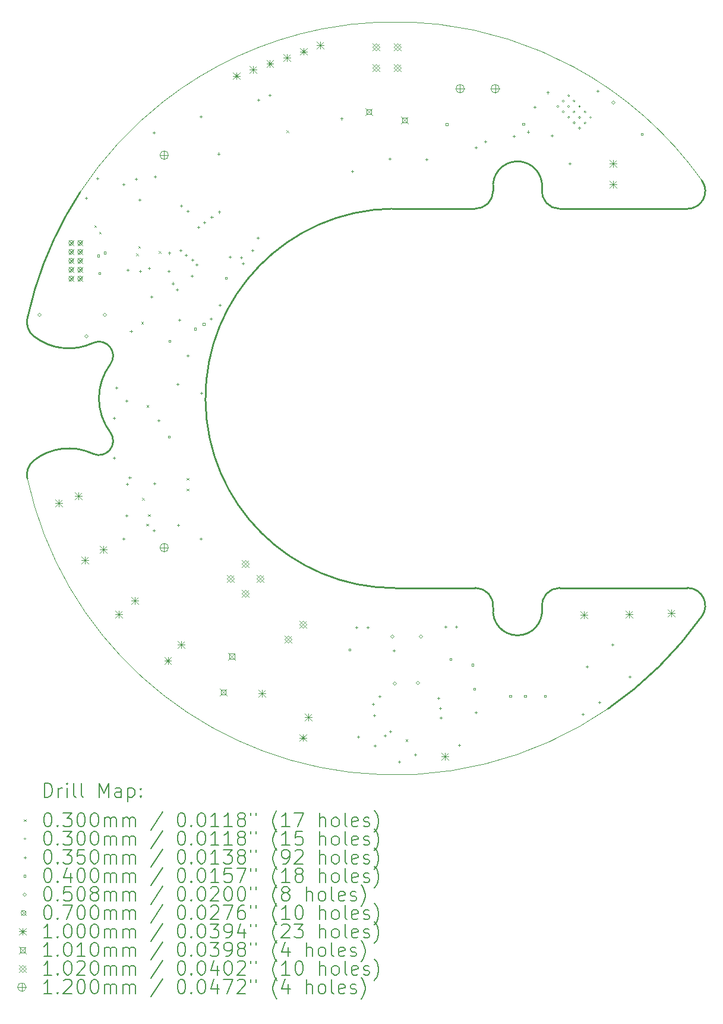
<source format=gbr>
%TF.GenerationSoftware,KiCad,Pcbnew,7.0.10*%
%TF.CreationDate,2024-08-19T09:52:39-07:00*%
%TF.ProjectId,LCP_PowerControl,4c43505f-506f-4776-9572-436f6e74726f,rev?*%
%TF.SameCoordinates,Original*%
%TF.FileFunction,Drillmap*%
%TF.FilePolarity,Positive*%
%FSLAX45Y45*%
G04 Gerber Fmt 4.5, Leading zero omitted, Abs format (unit mm)*
G04 Created by KiCad (PCBNEW 7.0.10) date 2024-08-19 09:52:39*
%MOMM*%
%LPD*%
G01*
G04 APERTURE LIST*
%ADD10C,0.250000*%
%ADD11C,0.100000*%
%ADD12C,0.200000*%
%ADD13C,0.101000*%
%ADD14C,0.102000*%
%ADD15C,0.120000*%
G04 APERTURE END LIST*
D10*
X6971539Y-8743220D02*
G75*
G03*
X7061774Y-8996096I248201J-53971D01*
G01*
X13609785Y-6899631D02*
X13609780Y-6927836D01*
X12166600Y-7181851D02*
G75*
G03*
X12211050Y-12583703I44450J-2700743D01*
G01*
X7905229Y-10670491D02*
G75*
G03*
X7061774Y-10769092I-342179J-729779D01*
G01*
X7905230Y-10670489D02*
G75*
G03*
X8152971Y-10366012I85876J183153D01*
G01*
X16379084Y-12581344D02*
X14557012Y-12581344D01*
X12166600Y-7181850D02*
X13347700Y-7181850D01*
X8152971Y-9399175D02*
G75*
G03*
X8152971Y-10366012I644954J-483419D01*
G01*
X13357588Y-12581344D02*
X12211050Y-12583703D01*
X7080250Y-8324850D02*
G75*
G03*
X6971446Y-8743199I5130800J-1557740D01*
G01*
X13347700Y-7181844D02*
G75*
G03*
X13609780Y-6927836I9890J252004D01*
G01*
X14557012Y-12581341D02*
G75*
G03*
X14304815Y-12865556I-2J-253999D01*
G01*
D11*
X16586347Y-6783013D02*
G75*
G03*
X14751942Y-5160892I-4375297J-3099587D01*
G01*
D10*
X14557012Y-7183844D02*
X16379084Y-7183844D01*
X14304815Y-6899631D02*
G75*
G03*
X13609785Y-6899631I-347515J41631D01*
G01*
X13609782Y-12865556D02*
G75*
G03*
X13357588Y-12581344I-252193J30216D01*
G01*
D11*
X8916138Y-5652447D02*
G75*
G03*
X7723383Y-6948066I3294912J-4230153D01*
G01*
X12839896Y-4557638D02*
G75*
G03*
X11163530Y-4623953I-628846J-5324962D01*
G01*
D10*
X7723383Y-6948066D02*
G75*
G03*
X7080346Y-8324879I4487667J-2934528D01*
G01*
D11*
X14751942Y-5160892D02*
G75*
G03*
X12839896Y-4557638I-2540892J-4721698D01*
G01*
D10*
X16584049Y-12985396D02*
G75*
G03*
X16379084Y-12581314I-204969J150056D01*
G01*
X8152973Y-9399177D02*
G75*
G03*
X7905230Y-9094699I-161863J121327D01*
G01*
X15250653Y-14299768D02*
G75*
G03*
X16584056Y-12985402I-3039603J4417168D01*
G01*
X7061773Y-8996098D02*
G75*
G03*
X7905230Y-9094699I501277J631178D01*
G01*
X16379084Y-7183841D02*
G75*
G03*
X16586345Y-6783014I-4J254002D01*
G01*
X13609785Y-12865556D02*
G75*
G03*
X14304788Y-12865329I347515J-41631D01*
G01*
X14304809Y-6899631D02*
G75*
G03*
X14557012Y-7183844I252201J-30209D01*
G01*
D11*
X11163530Y-4623952D02*
G75*
G03*
X8916137Y-5652446I1047520J-5258638D01*
G01*
D10*
X7061774Y-10769092D02*
G75*
G03*
X6971543Y-11021967I157969J-198902D01*
G01*
D11*
X11569610Y-15206046D02*
G75*
G03*
X15250652Y-14299767I641440J5323456D01*
G01*
X6971543Y-11021967D02*
G75*
G03*
X11569610Y-15206047I5239507J1139373D01*
G01*
D12*
D11*
X7924000Y-7417000D02*
X7954000Y-7447000D01*
X7954000Y-7417000D02*
X7924000Y-7447000D01*
X7994000Y-7509000D02*
X8024000Y-7539000D01*
X8024000Y-7509000D02*
X7994000Y-7539000D01*
X8524000Y-7820000D02*
X8554000Y-7850000D01*
X8554000Y-7820000D02*
X8524000Y-7850000D01*
X8550784Y-7714026D02*
X8580784Y-7744026D01*
X8580784Y-7714026D02*
X8550784Y-7744026D01*
X8594000Y-8794000D02*
X8624000Y-8824000D01*
X8624000Y-8794000D02*
X8594000Y-8824000D01*
X8606250Y-11300500D02*
X8636250Y-11330500D01*
X8636250Y-11300500D02*
X8606250Y-11330500D01*
X8606250Y-11300500D02*
X8636250Y-11330500D01*
X8636250Y-11300500D02*
X8606250Y-11330500D01*
X8606250Y-11300500D02*
X8636250Y-11330500D01*
X8636250Y-11300500D02*
X8606250Y-11330500D01*
X8606250Y-11300500D02*
X8636250Y-11330500D01*
X8636250Y-11300500D02*
X8606250Y-11330500D01*
X8664226Y-11667236D02*
X8694226Y-11697236D01*
X8694226Y-11667236D02*
X8664226Y-11697236D01*
X8671800Y-9979900D02*
X8701800Y-10009900D01*
X8701800Y-9979900D02*
X8671800Y-10009900D01*
X8690147Y-11531980D02*
X8720147Y-11561980D01*
X8720147Y-11531980D02*
X8690147Y-11561980D01*
X8844000Y-7786000D02*
X8874000Y-7816000D01*
X8874000Y-7786000D02*
X8844000Y-7816000D01*
X9241399Y-11015114D02*
X9271399Y-11045114D01*
X9271399Y-11015114D02*
X9241399Y-11045114D01*
X9242729Y-11168000D02*
X9272729Y-11198000D01*
X9272729Y-11168000D02*
X9242729Y-11198000D01*
X10665000Y-6065000D02*
X10695000Y-6095000D01*
X10695000Y-6065000D02*
X10665000Y-6095000D01*
X12361150Y-14736050D02*
X12391150Y-14766050D01*
X12391150Y-14736050D02*
X12361150Y-14766050D01*
X14545405Y-5726118D02*
G75*
G03*
X14515405Y-5726118I-15000J0D01*
G01*
X14515405Y-5726118D02*
G75*
G03*
X14545405Y-5726118I15000J0D01*
G01*
X14623186Y-5648336D02*
G75*
G03*
X14593186Y-5648336I-15000J0D01*
G01*
X14593186Y-5648336D02*
G75*
G03*
X14623186Y-5648336I15000J0D01*
G01*
X14623186Y-5803900D02*
G75*
G03*
X14593186Y-5803900I-15000J0D01*
G01*
X14593186Y-5803900D02*
G75*
G03*
X14623186Y-5803900I15000J0D01*
G01*
X14700968Y-5570555D02*
G75*
G03*
X14670968Y-5570555I-15000J0D01*
G01*
X14670968Y-5570555D02*
G75*
G03*
X14700968Y-5570555I15000J0D01*
G01*
X14700968Y-5726118D02*
G75*
G03*
X14670968Y-5726118I-15000J0D01*
G01*
X14670968Y-5726118D02*
G75*
G03*
X14700968Y-5726118I15000J0D01*
G01*
X14700968Y-5881682D02*
G75*
G03*
X14670968Y-5881682I-15000J0D01*
G01*
X14670968Y-5881682D02*
G75*
G03*
X14700968Y-5881682I15000J0D01*
G01*
X14778750Y-5648336D02*
G75*
G03*
X14748750Y-5648336I-15000J0D01*
G01*
X14748750Y-5648336D02*
G75*
G03*
X14778750Y-5648336I15000J0D01*
G01*
X14778750Y-5803900D02*
G75*
G03*
X14748750Y-5803900I-15000J0D01*
G01*
X14748750Y-5803900D02*
G75*
G03*
X14778750Y-5803900I15000J0D01*
G01*
X14778750Y-5959463D02*
G75*
G03*
X14748750Y-5959463I-15000J0D01*
G01*
X14748750Y-5959463D02*
G75*
G03*
X14778750Y-5959463I15000J0D01*
G01*
X14856532Y-5726118D02*
G75*
G03*
X14826532Y-5726118I-15000J0D01*
G01*
X14826532Y-5726118D02*
G75*
G03*
X14856532Y-5726118I15000J0D01*
G01*
X14856532Y-5881682D02*
G75*
G03*
X14826532Y-5881682I-15000J0D01*
G01*
X14826532Y-5881682D02*
G75*
G03*
X14856532Y-5881682I15000J0D01*
G01*
X14856532Y-6037245D02*
G75*
G03*
X14826532Y-6037245I-15000J0D01*
G01*
X14826532Y-6037245D02*
G75*
G03*
X14856532Y-6037245I15000J0D01*
G01*
X14934313Y-5803900D02*
G75*
G03*
X14904313Y-5803900I-15000J0D01*
G01*
X14904313Y-5803900D02*
G75*
G03*
X14934313Y-5803900I15000J0D01*
G01*
X14934313Y-5959463D02*
G75*
G03*
X14904313Y-5959463I-15000J0D01*
G01*
X14904313Y-5959463D02*
G75*
G03*
X14934313Y-5959463I15000J0D01*
G01*
X15012095Y-5881682D02*
G75*
G03*
X14982095Y-5881682I-15000J0D01*
G01*
X14982095Y-5881682D02*
G75*
G03*
X15012095Y-5881682I15000J0D01*
G01*
X7810500Y-7011950D02*
X7810500Y-7046950D01*
X7793000Y-7029450D02*
X7828000Y-7029450D01*
X7969250Y-6732550D02*
X7969250Y-6767550D01*
X7951750Y-6750050D02*
X7986750Y-6750050D01*
X8204200Y-10714000D02*
X8204200Y-10749000D01*
X8186700Y-10731500D02*
X8221700Y-10731500D01*
X8210550Y-10142500D02*
X8210550Y-10177500D01*
X8193050Y-10160000D02*
X8228050Y-10160000D01*
X8243344Y-9712003D02*
X8243344Y-9747003D01*
X8225844Y-9729503D02*
X8260844Y-9729503D01*
X8343900Y-6815100D02*
X8343900Y-6850100D01*
X8326400Y-6832600D02*
X8361400Y-6832600D01*
X8343900Y-11863350D02*
X8343900Y-11898350D01*
X8326400Y-11880850D02*
X8361400Y-11880850D01*
X8387044Y-11534384D02*
X8387044Y-11569384D01*
X8369544Y-11551884D02*
X8404544Y-11551884D01*
X8388350Y-9901200D02*
X8388350Y-9936200D01*
X8370850Y-9918700D02*
X8405850Y-9918700D01*
X8394700Y-11082300D02*
X8394700Y-11117300D01*
X8377200Y-11099800D02*
X8412200Y-11099800D01*
X8398849Y-8037720D02*
X8398849Y-8072720D01*
X8381349Y-8055220D02*
X8416349Y-8055220D01*
X8431250Y-10990038D02*
X8431250Y-11025038D01*
X8413750Y-11007538D02*
X8448750Y-11007538D01*
X8448751Y-8909439D02*
X8448751Y-8944439D01*
X8431251Y-8926939D02*
X8466251Y-8926939D01*
X8519160Y-6743980D02*
X8519160Y-6778980D01*
X8501660Y-6761480D02*
X8536660Y-6761480D01*
X8569960Y-7038620D02*
X8569960Y-7073620D01*
X8552460Y-7056120D02*
X8587460Y-7056120D01*
X8576234Y-8057084D02*
X8576234Y-8092084D01*
X8558734Y-8074584D02*
X8593734Y-8074584D01*
X8707120Y-8013980D02*
X8707120Y-8048980D01*
X8689620Y-8031480D02*
X8724620Y-8031480D01*
X8737799Y-8416352D02*
X8737799Y-8451352D01*
X8720299Y-8433852D02*
X8755299Y-8433852D01*
X8775700Y-11749050D02*
X8775700Y-11784050D01*
X8758200Y-11766550D02*
X8793200Y-11766550D01*
X8778240Y-6083580D02*
X8778240Y-6118580D01*
X8760740Y-6101080D02*
X8795740Y-6101080D01*
X8782999Y-11079500D02*
X8782999Y-11114500D01*
X8765499Y-11097000D02*
X8800499Y-11097000D01*
X8793480Y-6708420D02*
X8793480Y-6743420D01*
X8775980Y-6725920D02*
X8810980Y-6725920D01*
X8845550Y-10180600D02*
X8845550Y-10215600D01*
X8828050Y-10198100D02*
X8863050Y-10198100D01*
X8985055Y-8053154D02*
X8985055Y-8088154D01*
X8967555Y-8070654D02*
X9002555Y-8070654D01*
X8992391Y-7795915D02*
X8992391Y-7830915D01*
X8974891Y-7813415D02*
X9009891Y-7813415D01*
X9048245Y-8228071D02*
X9048245Y-8263071D01*
X9030745Y-8245571D02*
X9065745Y-8245571D01*
X9103360Y-8313700D02*
X9103360Y-8348700D01*
X9085860Y-8331200D02*
X9120860Y-8331200D01*
X9112250Y-9666250D02*
X9112250Y-9701250D01*
X9094750Y-9683750D02*
X9129750Y-9683750D01*
X9118600Y-11672850D02*
X9118600Y-11707850D01*
X9101100Y-11690350D02*
X9136100Y-11690350D01*
X9137650Y-8745500D02*
X9137650Y-8780500D01*
X9120150Y-8763000D02*
X9155150Y-8763000D01*
X9154160Y-7754900D02*
X9154160Y-7789900D01*
X9136660Y-7772400D02*
X9171660Y-7772400D01*
X9163448Y-7122532D02*
X9163448Y-7157532D01*
X9145948Y-7140032D02*
X9180948Y-7140032D01*
X9230360Y-7826020D02*
X9230360Y-7861020D01*
X9212860Y-7843520D02*
X9247860Y-7843520D01*
X9256399Y-9253500D02*
X9256399Y-9288500D01*
X9238899Y-9271000D02*
X9273899Y-9271000D01*
X9257145Y-7197007D02*
X9257145Y-7232007D01*
X9239645Y-7214507D02*
X9274645Y-7214507D01*
X9315450Y-8123200D02*
X9315450Y-8158200D01*
X9297950Y-8140700D02*
X9332950Y-8140700D01*
X9322868Y-7893723D02*
X9322868Y-7928723D01*
X9305368Y-7911223D02*
X9340368Y-7911223D01*
X9385300Y-7964450D02*
X9385300Y-7999450D01*
X9367800Y-7981950D02*
X9402800Y-7981950D01*
X9410005Y-7429780D02*
X9410005Y-7464780D01*
X9392505Y-7447280D02*
X9427505Y-7447280D01*
X9442511Y-11865560D02*
X9442511Y-11900560D01*
X9425011Y-11883060D02*
X9460011Y-11883060D01*
X9443720Y-5849900D02*
X9443720Y-5884900D01*
X9426220Y-5867400D02*
X9461220Y-5867400D01*
X9448800Y-9793250D02*
X9448800Y-9828250D01*
X9431300Y-9810750D02*
X9466300Y-9810750D01*
X9494520Y-7358660D02*
X9494520Y-7393660D01*
X9477020Y-7376160D02*
X9512020Y-7376160D01*
X9591040Y-8730260D02*
X9591040Y-8765260D01*
X9573540Y-8747760D02*
X9608540Y-8747760D01*
X9600000Y-7282500D02*
X9600000Y-7317500D01*
X9582500Y-7300000D02*
X9617500Y-7300000D01*
X9700000Y-6382500D02*
X9700000Y-6417500D01*
X9682500Y-6400000D02*
X9717500Y-6400000D01*
X9702800Y-7211340D02*
X9702800Y-7246340D01*
X9685300Y-7228840D02*
X9720300Y-7228840D01*
X9715500Y-8535950D02*
X9715500Y-8570950D01*
X9698000Y-8553450D02*
X9733000Y-8553450D01*
X9860280Y-7851420D02*
X9860280Y-7886420D01*
X9842780Y-7868920D02*
X9877780Y-7868920D01*
X10022840Y-7856500D02*
X10022840Y-7891500D01*
X10005340Y-7874000D02*
X10040340Y-7874000D01*
X10046321Y-7945719D02*
X10046321Y-7980719D01*
X10028821Y-7963219D02*
X10063821Y-7963219D01*
X10180895Y-7760854D02*
X10180895Y-7795854D01*
X10163395Y-7778354D02*
X10198395Y-7778354D01*
X10257407Y-7583760D02*
X10257407Y-7618760D01*
X10239907Y-7601260D02*
X10274907Y-7601260D01*
X10261600Y-5616220D02*
X10261600Y-5651220D01*
X10244100Y-5633720D02*
X10279100Y-5633720D01*
X10424160Y-5550180D02*
X10424160Y-5585180D01*
X10406660Y-5567680D02*
X10441660Y-5567680D01*
X11450000Y-5882500D02*
X11450000Y-5917500D01*
X11432500Y-5900000D02*
X11467500Y-5900000D01*
X11600000Y-6632500D02*
X11600000Y-6667500D01*
X11582500Y-6650000D02*
X11617500Y-6650000D01*
X11658600Y-13127000D02*
X11658600Y-13162000D01*
X11641100Y-13144500D02*
X11676100Y-13144500D01*
X11690350Y-14682750D02*
X11690350Y-14717750D01*
X11672850Y-14700250D02*
X11707850Y-14700250D01*
X11823700Y-13127000D02*
X11823700Y-13162000D01*
X11806200Y-13144500D02*
X11841200Y-13144500D01*
X11899900Y-14219200D02*
X11899900Y-14254200D01*
X11882400Y-14236700D02*
X11917400Y-14236700D01*
X11918950Y-14377950D02*
X11918950Y-14412950D01*
X11901450Y-14395450D02*
X11936450Y-14395450D01*
X11925300Y-14809750D02*
X11925300Y-14844750D01*
X11907800Y-14827250D02*
X11942800Y-14827250D01*
X11988800Y-14111250D02*
X11988800Y-14146250D01*
X11971300Y-14128750D02*
X12006300Y-14128750D01*
X12065000Y-14668780D02*
X12065000Y-14703780D01*
X12047500Y-14686280D02*
X12082500Y-14686280D01*
X12136120Y-6454420D02*
X12136120Y-6489420D01*
X12118620Y-6471920D02*
X12153620Y-6471920D01*
X12141200Y-14606550D02*
X12141200Y-14641550D01*
X12123700Y-14624050D02*
X12158700Y-14624050D01*
X12192000Y-13457200D02*
X12192000Y-13492200D01*
X12174500Y-13474700D02*
X12209500Y-13474700D01*
X12268200Y-15038350D02*
X12268200Y-15073350D01*
X12250700Y-15055850D02*
X12285700Y-15055850D01*
X12496800Y-14936750D02*
X12496800Y-14971750D01*
X12479300Y-14954250D02*
X12514300Y-14954250D01*
X12664440Y-6464580D02*
X12664440Y-6499580D01*
X12646940Y-6482080D02*
X12681940Y-6482080D01*
X12827000Y-14136650D02*
X12827000Y-14171650D01*
X12809500Y-14154150D02*
X12844500Y-14154150D01*
X12858750Y-14276350D02*
X12858750Y-14311350D01*
X12841250Y-14293850D02*
X12876250Y-14293850D01*
X12865100Y-14416050D02*
X12865100Y-14451050D01*
X12847600Y-14433550D02*
X12882600Y-14433550D01*
X12934950Y-13114300D02*
X12934950Y-13149300D01*
X12917450Y-13131800D02*
X12952450Y-13131800D01*
X13087350Y-13114300D02*
X13087350Y-13149300D01*
X13069850Y-13131800D02*
X13104850Y-13131800D01*
X13125450Y-14803400D02*
X13125450Y-14838400D01*
X13107950Y-14820900D02*
X13142950Y-14820900D01*
X13366360Y-6292429D02*
X13366360Y-6327429D01*
X13348860Y-6309929D02*
X13383860Y-6309929D01*
X13366750Y-14339850D02*
X13366750Y-14374850D01*
X13349250Y-14357350D02*
X13384250Y-14357350D01*
X13498490Y-6210589D02*
X13498490Y-6245589D01*
X13480990Y-6228089D02*
X13515990Y-6228089D01*
X13903960Y-6129300D02*
X13903960Y-6164300D01*
X13886460Y-6146800D02*
X13921460Y-6146800D01*
X14108078Y-6068899D02*
X14108078Y-6103899D01*
X14090578Y-6086399D02*
X14125578Y-6086399D01*
X14203680Y-5717820D02*
X14203680Y-5752820D01*
X14186180Y-5735320D02*
X14221180Y-5735320D01*
X14386560Y-5509540D02*
X14386560Y-5544540D01*
X14369060Y-5527040D02*
X14404060Y-5527040D01*
X14446667Y-6123367D02*
X14446667Y-6158367D01*
X14429167Y-6140867D02*
X14464167Y-6140867D01*
X14700250Y-6523000D02*
X14700250Y-6558000D01*
X14682750Y-6540500D02*
X14717750Y-6540500D01*
X14890750Y-14358900D02*
X14890750Y-14393900D01*
X14873250Y-14376400D02*
X14908250Y-14376400D01*
X14947900Y-13685800D02*
X14947900Y-13720800D01*
X14930400Y-13703300D02*
X14965400Y-13703300D01*
X15102840Y-5489220D02*
X15102840Y-5524220D01*
X15085340Y-5506720D02*
X15120340Y-5506720D01*
X15125700Y-14193800D02*
X15125700Y-14228800D01*
X15108200Y-14211300D02*
X15143200Y-14211300D01*
X15309850Y-13368300D02*
X15309850Y-13403300D01*
X15292350Y-13385800D02*
X15327350Y-13385800D01*
X15557500Y-13831850D02*
X15557500Y-13866850D01*
X15540000Y-13849350D02*
X15575000Y-13849350D01*
X7995967Y-7864841D02*
X7995967Y-7836557D01*
X7967683Y-7836557D01*
X7967683Y-7864841D01*
X7995967Y-7864841D01*
X8015142Y-8116142D02*
X8015142Y-8087858D01*
X7986858Y-8087858D01*
X7986858Y-8116142D01*
X8015142Y-8116142D01*
X8092324Y-7823122D02*
X8092324Y-7794838D01*
X8064039Y-7794838D01*
X8064039Y-7823122D01*
X8092324Y-7823122D01*
X9003201Y-10444149D02*
X9003201Y-10415865D01*
X8974917Y-10415865D01*
X8974917Y-10444149D01*
X9003201Y-10444149D01*
X9012092Y-9081942D02*
X9012092Y-9053658D01*
X8983808Y-9053658D01*
X8983808Y-9081942D01*
X9012092Y-9081942D01*
X9377031Y-8908113D02*
X9377031Y-8879828D01*
X9348747Y-8879828D01*
X9348747Y-8908113D01*
X9377031Y-8908113D01*
X9501042Y-8840642D02*
X9501042Y-8812358D01*
X9472758Y-8812358D01*
X9472758Y-8840642D01*
X9501042Y-8840642D01*
X9818346Y-8185955D02*
X9818346Y-8157671D01*
X9790062Y-8157671D01*
X9790062Y-8185955D01*
X9818346Y-8185955D01*
X11576222Y-13476142D02*
X11576222Y-13447858D01*
X11547938Y-13447858D01*
X11547938Y-13476142D01*
X11576222Y-13476142D01*
X12963062Y-5993302D02*
X12963062Y-5965018D01*
X12934778Y-5965018D01*
X12934778Y-5993302D01*
X12963062Y-5993302D01*
X13018942Y-13609492D02*
X13018942Y-13581208D01*
X12990658Y-13581208D01*
X12990658Y-13609492D01*
X13018942Y-13609492D01*
X13330092Y-13692042D02*
X13330092Y-13663758D01*
X13301808Y-13663758D01*
X13301808Y-13692042D01*
X13330092Y-13692042D01*
X13355492Y-14034942D02*
X13355492Y-14006658D01*
X13327208Y-14006658D01*
X13327208Y-14034942D01*
X13355492Y-14034942D01*
X13869842Y-14136542D02*
X13869842Y-14108258D01*
X13841558Y-14108258D01*
X13841558Y-14136542D01*
X13869842Y-14136542D01*
X14055262Y-5988222D02*
X14055262Y-5959938D01*
X14026978Y-5959938D01*
X14026978Y-5988222D01*
X14055262Y-5988222D01*
X14079392Y-14136542D02*
X14079392Y-14108258D01*
X14051108Y-14108258D01*
X14051108Y-14136542D01*
X14079392Y-14136542D01*
X14365142Y-14136542D02*
X14365142Y-14108258D01*
X14336858Y-14108258D01*
X14336858Y-14136542D01*
X14365142Y-14136542D01*
X15741822Y-6135542D02*
X15741822Y-6107258D01*
X15713538Y-6107258D01*
X15713538Y-6135542D01*
X15741822Y-6135542D01*
X7137400Y-8718550D02*
X7162800Y-8693150D01*
X7137400Y-8667750D01*
X7112000Y-8693150D01*
X7137400Y-8718550D01*
X7810500Y-9023350D02*
X7835900Y-8997950D01*
X7810500Y-8972550D01*
X7785100Y-8997950D01*
X7810500Y-9023350D01*
X8070850Y-8718550D02*
X8096250Y-8693150D01*
X8070850Y-8667750D01*
X8045450Y-8693150D01*
X8070850Y-8718550D01*
X12166360Y-13297140D02*
X12191760Y-13271740D01*
X12166360Y-13246340D01*
X12140960Y-13271740D01*
X12166360Y-13297140D01*
X12204700Y-13963650D02*
X12230100Y-13938250D01*
X12204700Y-13912850D01*
X12179300Y-13938250D01*
X12204700Y-13963650D01*
X12534900Y-13957300D02*
X12560300Y-13931900D01*
X12534900Y-13906500D01*
X12509500Y-13931900D01*
X12534900Y-13957300D01*
X12572760Y-13297140D02*
X12598160Y-13271740D01*
X12572760Y-13246340D01*
X12547360Y-13271740D01*
X12572760Y-13297140D01*
X15316200Y-5689600D02*
X15341600Y-5664200D01*
X15316200Y-5638800D01*
X15290800Y-5664200D01*
X15316200Y-5689600D01*
X7561000Y-7634000D02*
X7631000Y-7704000D01*
X7631000Y-7634000D02*
X7561000Y-7704000D01*
X7631000Y-7669000D02*
G75*
G03*
X7561000Y-7669000I-35000J0D01*
G01*
X7561000Y-7669000D02*
G75*
G03*
X7631000Y-7669000I35000J0D01*
G01*
X7561000Y-7761000D02*
X7631000Y-7831000D01*
X7631000Y-7761000D02*
X7561000Y-7831000D01*
X7631000Y-7796000D02*
G75*
G03*
X7561000Y-7796000I-35000J0D01*
G01*
X7561000Y-7796000D02*
G75*
G03*
X7631000Y-7796000I35000J0D01*
G01*
X7561000Y-7888000D02*
X7631000Y-7958000D01*
X7631000Y-7888000D02*
X7561000Y-7958000D01*
X7631000Y-7923000D02*
G75*
G03*
X7561000Y-7923000I-35000J0D01*
G01*
X7561000Y-7923000D02*
G75*
G03*
X7631000Y-7923000I35000J0D01*
G01*
X7561000Y-8015000D02*
X7631000Y-8085000D01*
X7631000Y-8015000D02*
X7561000Y-8085000D01*
X7631000Y-8050000D02*
G75*
G03*
X7561000Y-8050000I-35000J0D01*
G01*
X7561000Y-8050000D02*
G75*
G03*
X7631000Y-8050000I35000J0D01*
G01*
X7561000Y-8142000D02*
X7631000Y-8212000D01*
X7631000Y-8142000D02*
X7561000Y-8212000D01*
X7631000Y-8177000D02*
G75*
G03*
X7561000Y-8177000I-35000J0D01*
G01*
X7561000Y-8177000D02*
G75*
G03*
X7631000Y-8177000I35000J0D01*
G01*
X7688000Y-7634000D02*
X7758000Y-7704000D01*
X7758000Y-7634000D02*
X7688000Y-7704000D01*
X7758000Y-7669000D02*
G75*
G03*
X7688000Y-7669000I-35000J0D01*
G01*
X7688000Y-7669000D02*
G75*
G03*
X7758000Y-7669000I35000J0D01*
G01*
X7688000Y-7761000D02*
X7758000Y-7831000D01*
X7758000Y-7761000D02*
X7688000Y-7831000D01*
X7758000Y-7796000D02*
G75*
G03*
X7688000Y-7796000I-35000J0D01*
G01*
X7688000Y-7796000D02*
G75*
G03*
X7758000Y-7796000I35000J0D01*
G01*
X7688000Y-7888000D02*
X7758000Y-7958000D01*
X7758000Y-7888000D02*
X7688000Y-7958000D01*
X7758000Y-7923000D02*
G75*
G03*
X7688000Y-7923000I-35000J0D01*
G01*
X7688000Y-7923000D02*
G75*
G03*
X7758000Y-7923000I35000J0D01*
G01*
X7688000Y-8015000D02*
X7758000Y-8085000D01*
X7758000Y-8015000D02*
X7688000Y-8085000D01*
X7758000Y-8050000D02*
G75*
G03*
X7688000Y-8050000I-35000J0D01*
G01*
X7688000Y-8050000D02*
G75*
G03*
X7758000Y-8050000I35000J0D01*
G01*
X7688000Y-8142000D02*
X7758000Y-8212000D01*
X7758000Y-8142000D02*
X7688000Y-8212000D01*
X7758000Y-8177000D02*
G75*
G03*
X7688000Y-8177000I-35000J0D01*
G01*
X7688000Y-8177000D02*
G75*
G03*
X7758000Y-8177000I35000J0D01*
G01*
X7369340Y-11321580D02*
X7469340Y-11421580D01*
X7469340Y-11321580D02*
X7369340Y-11421580D01*
X7419340Y-11321580D02*
X7419340Y-11421580D01*
X7369340Y-11371580D02*
X7469340Y-11371580D01*
X7651248Y-11218974D02*
X7751248Y-11318974D01*
X7751248Y-11218974D02*
X7651248Y-11318974D01*
X7701248Y-11218974D02*
X7701248Y-11318974D01*
X7651248Y-11268974D02*
X7751248Y-11268974D01*
X7742720Y-12136920D02*
X7842720Y-12236920D01*
X7842720Y-12136920D02*
X7742720Y-12236920D01*
X7792720Y-12136920D02*
X7792720Y-12236920D01*
X7742720Y-12186920D02*
X7842720Y-12186920D01*
X8002528Y-11986920D02*
X8102528Y-12086920D01*
X8102528Y-11986920D02*
X8002528Y-12086920D01*
X8052528Y-11986920D02*
X8052528Y-12086920D01*
X8002528Y-12036920D02*
X8102528Y-12036920D01*
X8225320Y-12906540D02*
X8325320Y-13006540D01*
X8325320Y-12906540D02*
X8225320Y-13006540D01*
X8275320Y-12906540D02*
X8275320Y-13006540D01*
X8225320Y-12956540D02*
X8325320Y-12956540D01*
X8455133Y-12713704D02*
X8555133Y-12813704D01*
X8555133Y-12713704D02*
X8455133Y-12813704D01*
X8505133Y-12713704D02*
X8505133Y-12813704D01*
X8455133Y-12763704D02*
X8555133Y-12763704D01*
X8923820Y-13566940D02*
X9023820Y-13666940D01*
X9023820Y-13566940D02*
X8923820Y-13666940D01*
X8973820Y-13566940D02*
X8973820Y-13666940D01*
X8923820Y-13616940D02*
X9023820Y-13616940D01*
X9116656Y-13337127D02*
X9216656Y-13437127D01*
X9216656Y-13337127D02*
X9116656Y-13437127D01*
X9166656Y-13337127D02*
X9166656Y-13437127D01*
X9116656Y-13387127D02*
X9216656Y-13387127D01*
X9902110Y-5240846D02*
X10002110Y-5340846D01*
X10002110Y-5240846D02*
X9902110Y-5340846D01*
X9952110Y-5240846D02*
X9952110Y-5340846D01*
X9902110Y-5290846D02*
X10002110Y-5290846D01*
X10140792Y-5153973D02*
X10240792Y-5253973D01*
X10240792Y-5153973D02*
X10140792Y-5253973D01*
X10190792Y-5153973D02*
X10190792Y-5253973D01*
X10140792Y-5203973D02*
X10240792Y-5203973D01*
X10268750Y-14034300D02*
X10368750Y-14134300D01*
X10368750Y-14034300D02*
X10268750Y-14134300D01*
X10318750Y-14034300D02*
X10318750Y-14134300D01*
X10268750Y-14084300D02*
X10368750Y-14084300D01*
X10379474Y-5067099D02*
X10479474Y-5167099D01*
X10479474Y-5067099D02*
X10379474Y-5167099D01*
X10429474Y-5067099D02*
X10429474Y-5167099D01*
X10379474Y-5117099D02*
X10479474Y-5117099D01*
X10618156Y-4980226D02*
X10718156Y-5080226D01*
X10718156Y-4980226D02*
X10618156Y-5080226D01*
X10668156Y-4980226D02*
X10668156Y-5080226D01*
X10618156Y-5030226D02*
X10718156Y-5030226D01*
X10851680Y-14664220D02*
X10951680Y-14764220D01*
X10951680Y-14664220D02*
X10851680Y-14764220D01*
X10901680Y-14664220D02*
X10901680Y-14764220D01*
X10851680Y-14714220D02*
X10951680Y-14714220D01*
X10856838Y-4893353D02*
X10956838Y-4993353D01*
X10956838Y-4893353D02*
X10856838Y-4993353D01*
X10906838Y-4893353D02*
X10906838Y-4993353D01*
X10856838Y-4943353D02*
X10956838Y-4943353D01*
X10929326Y-14374442D02*
X11029326Y-14474442D01*
X11029326Y-14374442D02*
X10929326Y-14474442D01*
X10979326Y-14374442D02*
X10979326Y-14474442D01*
X10929326Y-14424442D02*
X11029326Y-14424442D01*
X11095520Y-4806480D02*
X11195520Y-4906480D01*
X11195520Y-4806480D02*
X11095520Y-4906480D01*
X11145520Y-4806480D02*
X11145520Y-4906480D01*
X11095520Y-4856480D02*
X11195520Y-4856480D01*
X12872250Y-14929650D02*
X12972250Y-15029650D01*
X12972250Y-14929650D02*
X12872250Y-15029650D01*
X12922250Y-14929650D02*
X12922250Y-15029650D01*
X12872250Y-14979650D02*
X12972250Y-14979650D01*
X14853450Y-12916700D02*
X14953450Y-13016700D01*
X14953450Y-12916700D02*
X14853450Y-13016700D01*
X14903450Y-12916700D02*
X14903450Y-13016700D01*
X14853450Y-12966700D02*
X14953450Y-12966700D01*
X15266200Y-6488950D02*
X15366200Y-6588950D01*
X15366200Y-6488950D02*
X15266200Y-6588950D01*
X15316200Y-6488950D02*
X15316200Y-6588950D01*
X15266200Y-6538950D02*
X15366200Y-6538950D01*
X15266200Y-6788950D02*
X15366200Y-6888950D01*
X15366200Y-6788950D02*
X15266200Y-6888950D01*
X15316200Y-6788950D02*
X15316200Y-6888950D01*
X15266200Y-6838950D02*
X15366200Y-6838950D01*
X15501150Y-12910350D02*
X15601150Y-13010350D01*
X15601150Y-12910350D02*
X15501150Y-13010350D01*
X15551150Y-12910350D02*
X15551150Y-13010350D01*
X15501150Y-12960350D02*
X15601150Y-12960350D01*
X16098050Y-12891300D02*
X16198050Y-12991300D01*
X16198050Y-12891300D02*
X16098050Y-12991300D01*
X16148050Y-12891300D02*
X16148050Y-12991300D01*
X16098050Y-12941300D02*
X16198050Y-12941300D01*
D13*
X9715800Y-14014750D02*
X9816800Y-14115750D01*
X9816800Y-14014750D02*
X9715800Y-14115750D01*
X9802009Y-14100959D02*
X9802009Y-14029541D01*
X9730591Y-14029541D01*
X9730591Y-14100959D01*
X9802009Y-14100959D01*
X9835800Y-13504750D02*
X9936800Y-13605750D01*
X9936800Y-13504750D02*
X9835800Y-13605750D01*
X9922009Y-13590959D02*
X9922009Y-13519541D01*
X9850591Y-13519541D01*
X9850591Y-13590959D01*
X9922009Y-13590959D01*
X11788980Y-5752780D02*
X11889980Y-5853780D01*
X11889980Y-5752780D02*
X11788980Y-5853780D01*
X11875189Y-5838989D02*
X11875189Y-5767571D01*
X11803771Y-5767571D01*
X11803771Y-5838989D01*
X11875189Y-5838989D01*
X12298980Y-5872780D02*
X12399980Y-5973780D01*
X12399980Y-5872780D02*
X12298980Y-5973780D01*
X12385189Y-5958989D02*
X12385189Y-5887571D01*
X12313771Y-5887571D01*
X12313771Y-5958989D01*
X12385189Y-5958989D01*
D14*
X9816868Y-12401132D02*
X9918868Y-12503132D01*
X9918868Y-12401132D02*
X9816868Y-12503132D01*
X9867868Y-12503132D02*
X9918868Y-12452132D01*
X9867868Y-12401132D01*
X9816868Y-12452132D01*
X9867868Y-12503132D01*
X10029000Y-12189000D02*
X10131000Y-12291000D01*
X10131000Y-12189000D02*
X10029000Y-12291000D01*
X10080000Y-12291000D02*
X10131000Y-12240000D01*
X10080000Y-12189000D01*
X10029000Y-12240000D01*
X10080000Y-12291000D01*
X10029000Y-12613264D02*
X10131000Y-12715264D01*
X10131000Y-12613264D02*
X10029000Y-12715264D01*
X10080000Y-12715264D02*
X10131000Y-12664264D01*
X10080000Y-12613264D01*
X10029000Y-12664264D01*
X10080000Y-12715264D01*
X10241132Y-12401132D02*
X10343132Y-12503132D01*
X10343132Y-12401132D02*
X10241132Y-12503132D01*
X10292132Y-12503132D02*
X10343132Y-12452132D01*
X10292132Y-12401132D01*
X10241132Y-12452132D01*
X10292132Y-12503132D01*
X10636868Y-13261132D02*
X10738868Y-13363132D01*
X10738868Y-13261132D02*
X10636868Y-13363132D01*
X10687868Y-13363132D02*
X10738868Y-13312132D01*
X10687868Y-13261132D01*
X10636868Y-13312132D01*
X10687868Y-13363132D01*
X10849000Y-13049000D02*
X10951000Y-13151000D01*
X10951000Y-13049000D02*
X10849000Y-13151000D01*
X10900000Y-13151000D02*
X10951000Y-13100000D01*
X10900000Y-13049000D01*
X10849000Y-13100000D01*
X10900000Y-13151000D01*
X11892080Y-4825800D02*
X11994080Y-4927800D01*
X11994080Y-4825800D02*
X11892080Y-4927800D01*
X11943080Y-4927800D02*
X11994080Y-4876800D01*
X11943080Y-4825800D01*
X11892080Y-4876800D01*
X11943080Y-4927800D01*
X11892080Y-5125800D02*
X11994080Y-5227800D01*
X11994080Y-5125800D02*
X11892080Y-5227800D01*
X11943080Y-5227800D02*
X11994080Y-5176800D01*
X11943080Y-5125800D01*
X11892080Y-5176800D01*
X11943080Y-5227800D01*
X12192080Y-4825800D02*
X12294080Y-4927800D01*
X12294080Y-4825800D02*
X12192080Y-4927800D01*
X12243080Y-4927800D02*
X12294080Y-4876800D01*
X12243080Y-4825800D01*
X12192080Y-4876800D01*
X12243080Y-4927800D01*
X12192080Y-5125800D02*
X12294080Y-5227800D01*
X12294080Y-5125800D02*
X12192080Y-5227800D01*
X12243080Y-5227800D02*
X12294080Y-5176800D01*
X12243080Y-5125800D01*
X12192080Y-5176800D01*
X12243080Y-5227800D01*
D15*
X8921750Y-6359850D02*
X8921750Y-6479850D01*
X8861750Y-6419850D02*
X8981750Y-6419850D01*
X8981750Y-6419850D02*
G75*
G03*
X8861750Y-6419850I-60000J0D01*
G01*
X8861750Y-6419850D02*
G75*
G03*
X8981750Y-6419850I60000J0D01*
G01*
X8921750Y-11947850D02*
X8921750Y-12067850D01*
X8861750Y-12007850D02*
X8981750Y-12007850D01*
X8981750Y-12007850D02*
G75*
G03*
X8861750Y-12007850I-60000J0D01*
G01*
X8861750Y-12007850D02*
G75*
G03*
X8981750Y-12007850I60000J0D01*
G01*
X13139000Y-5414000D02*
X13139000Y-5534000D01*
X13079000Y-5474000D02*
X13199000Y-5474000D01*
X13199000Y-5474000D02*
G75*
G03*
X13079000Y-5474000I-60000J0D01*
G01*
X13079000Y-5474000D02*
G75*
G03*
X13199000Y-5474000I60000J0D01*
G01*
X13639000Y-5414000D02*
X13639000Y-5534000D01*
X13579000Y-5474000D02*
X13699000Y-5474000D01*
X13699000Y-5474000D02*
G75*
G03*
X13579000Y-5474000I-60000J0D01*
G01*
X13579000Y-5474000D02*
G75*
G03*
X13699000Y-5474000I60000J0D01*
G01*
D12*
X7214016Y-15561036D02*
X7214016Y-15361036D01*
X7214016Y-15361036D02*
X7261635Y-15361036D01*
X7261635Y-15361036D02*
X7290206Y-15370559D01*
X7290206Y-15370559D02*
X7309254Y-15389607D01*
X7309254Y-15389607D02*
X7318778Y-15408655D01*
X7318778Y-15408655D02*
X7328301Y-15446750D01*
X7328301Y-15446750D02*
X7328301Y-15475321D01*
X7328301Y-15475321D02*
X7318778Y-15513417D01*
X7318778Y-15513417D02*
X7309254Y-15532464D01*
X7309254Y-15532464D02*
X7290206Y-15551512D01*
X7290206Y-15551512D02*
X7261635Y-15561036D01*
X7261635Y-15561036D02*
X7214016Y-15561036D01*
X7414016Y-15561036D02*
X7414016Y-15427702D01*
X7414016Y-15465798D02*
X7423539Y-15446750D01*
X7423539Y-15446750D02*
X7433063Y-15437226D01*
X7433063Y-15437226D02*
X7452111Y-15427702D01*
X7452111Y-15427702D02*
X7471159Y-15427702D01*
X7537825Y-15561036D02*
X7537825Y-15427702D01*
X7537825Y-15361036D02*
X7528301Y-15370559D01*
X7528301Y-15370559D02*
X7537825Y-15380083D01*
X7537825Y-15380083D02*
X7547349Y-15370559D01*
X7547349Y-15370559D02*
X7537825Y-15361036D01*
X7537825Y-15361036D02*
X7537825Y-15380083D01*
X7661635Y-15561036D02*
X7642587Y-15551512D01*
X7642587Y-15551512D02*
X7633063Y-15532464D01*
X7633063Y-15532464D02*
X7633063Y-15361036D01*
X7766397Y-15561036D02*
X7747349Y-15551512D01*
X7747349Y-15551512D02*
X7737825Y-15532464D01*
X7737825Y-15532464D02*
X7737825Y-15361036D01*
X7994968Y-15561036D02*
X7994968Y-15361036D01*
X7994968Y-15361036D02*
X8061635Y-15503893D01*
X8061635Y-15503893D02*
X8128301Y-15361036D01*
X8128301Y-15361036D02*
X8128301Y-15561036D01*
X8309254Y-15561036D02*
X8309254Y-15456274D01*
X8309254Y-15456274D02*
X8299730Y-15437226D01*
X8299730Y-15437226D02*
X8280682Y-15427702D01*
X8280682Y-15427702D02*
X8242587Y-15427702D01*
X8242587Y-15427702D02*
X8223539Y-15437226D01*
X8309254Y-15551512D02*
X8290206Y-15561036D01*
X8290206Y-15561036D02*
X8242587Y-15561036D01*
X8242587Y-15561036D02*
X8223539Y-15551512D01*
X8223539Y-15551512D02*
X8214016Y-15532464D01*
X8214016Y-15532464D02*
X8214016Y-15513417D01*
X8214016Y-15513417D02*
X8223539Y-15494369D01*
X8223539Y-15494369D02*
X8242587Y-15484845D01*
X8242587Y-15484845D02*
X8290206Y-15484845D01*
X8290206Y-15484845D02*
X8309254Y-15475321D01*
X8404492Y-15427702D02*
X8404492Y-15627702D01*
X8404492Y-15437226D02*
X8423540Y-15427702D01*
X8423540Y-15427702D02*
X8461635Y-15427702D01*
X8461635Y-15427702D02*
X8480682Y-15437226D01*
X8480682Y-15437226D02*
X8490206Y-15446750D01*
X8490206Y-15446750D02*
X8499730Y-15465798D01*
X8499730Y-15465798D02*
X8499730Y-15522940D01*
X8499730Y-15522940D02*
X8490206Y-15541988D01*
X8490206Y-15541988D02*
X8480682Y-15551512D01*
X8480682Y-15551512D02*
X8461635Y-15561036D01*
X8461635Y-15561036D02*
X8423540Y-15561036D01*
X8423540Y-15561036D02*
X8404492Y-15551512D01*
X8585444Y-15541988D02*
X8594968Y-15551512D01*
X8594968Y-15551512D02*
X8585444Y-15561036D01*
X8585444Y-15561036D02*
X8575921Y-15551512D01*
X8575921Y-15551512D02*
X8585444Y-15541988D01*
X8585444Y-15541988D02*
X8585444Y-15561036D01*
X8585444Y-15437226D02*
X8594968Y-15446750D01*
X8594968Y-15446750D02*
X8585444Y-15456274D01*
X8585444Y-15456274D02*
X8575921Y-15446750D01*
X8575921Y-15446750D02*
X8585444Y-15437226D01*
X8585444Y-15437226D02*
X8585444Y-15456274D01*
D11*
X6923239Y-15874552D02*
X6953239Y-15904552D01*
X6953239Y-15874552D02*
X6923239Y-15904552D01*
D12*
X7252111Y-15781036D02*
X7271159Y-15781036D01*
X7271159Y-15781036D02*
X7290206Y-15790559D01*
X7290206Y-15790559D02*
X7299730Y-15800083D01*
X7299730Y-15800083D02*
X7309254Y-15819131D01*
X7309254Y-15819131D02*
X7318778Y-15857226D01*
X7318778Y-15857226D02*
X7318778Y-15904845D01*
X7318778Y-15904845D02*
X7309254Y-15942940D01*
X7309254Y-15942940D02*
X7299730Y-15961988D01*
X7299730Y-15961988D02*
X7290206Y-15971512D01*
X7290206Y-15971512D02*
X7271159Y-15981036D01*
X7271159Y-15981036D02*
X7252111Y-15981036D01*
X7252111Y-15981036D02*
X7233063Y-15971512D01*
X7233063Y-15971512D02*
X7223539Y-15961988D01*
X7223539Y-15961988D02*
X7214016Y-15942940D01*
X7214016Y-15942940D02*
X7204492Y-15904845D01*
X7204492Y-15904845D02*
X7204492Y-15857226D01*
X7204492Y-15857226D02*
X7214016Y-15819131D01*
X7214016Y-15819131D02*
X7223539Y-15800083D01*
X7223539Y-15800083D02*
X7233063Y-15790559D01*
X7233063Y-15790559D02*
X7252111Y-15781036D01*
X7404492Y-15961988D02*
X7414016Y-15971512D01*
X7414016Y-15971512D02*
X7404492Y-15981036D01*
X7404492Y-15981036D02*
X7394968Y-15971512D01*
X7394968Y-15971512D02*
X7404492Y-15961988D01*
X7404492Y-15961988D02*
X7404492Y-15981036D01*
X7480682Y-15781036D02*
X7604492Y-15781036D01*
X7604492Y-15781036D02*
X7537825Y-15857226D01*
X7537825Y-15857226D02*
X7566397Y-15857226D01*
X7566397Y-15857226D02*
X7585444Y-15866750D01*
X7585444Y-15866750D02*
X7594968Y-15876274D01*
X7594968Y-15876274D02*
X7604492Y-15895321D01*
X7604492Y-15895321D02*
X7604492Y-15942940D01*
X7604492Y-15942940D02*
X7594968Y-15961988D01*
X7594968Y-15961988D02*
X7585444Y-15971512D01*
X7585444Y-15971512D02*
X7566397Y-15981036D01*
X7566397Y-15981036D02*
X7509254Y-15981036D01*
X7509254Y-15981036D02*
X7490206Y-15971512D01*
X7490206Y-15971512D02*
X7480682Y-15961988D01*
X7728301Y-15781036D02*
X7747349Y-15781036D01*
X7747349Y-15781036D02*
X7766397Y-15790559D01*
X7766397Y-15790559D02*
X7775920Y-15800083D01*
X7775920Y-15800083D02*
X7785444Y-15819131D01*
X7785444Y-15819131D02*
X7794968Y-15857226D01*
X7794968Y-15857226D02*
X7794968Y-15904845D01*
X7794968Y-15904845D02*
X7785444Y-15942940D01*
X7785444Y-15942940D02*
X7775920Y-15961988D01*
X7775920Y-15961988D02*
X7766397Y-15971512D01*
X7766397Y-15971512D02*
X7747349Y-15981036D01*
X7747349Y-15981036D02*
X7728301Y-15981036D01*
X7728301Y-15981036D02*
X7709254Y-15971512D01*
X7709254Y-15971512D02*
X7699730Y-15961988D01*
X7699730Y-15961988D02*
X7690206Y-15942940D01*
X7690206Y-15942940D02*
X7680682Y-15904845D01*
X7680682Y-15904845D02*
X7680682Y-15857226D01*
X7680682Y-15857226D02*
X7690206Y-15819131D01*
X7690206Y-15819131D02*
X7699730Y-15800083D01*
X7699730Y-15800083D02*
X7709254Y-15790559D01*
X7709254Y-15790559D02*
X7728301Y-15781036D01*
X7918778Y-15781036D02*
X7937825Y-15781036D01*
X7937825Y-15781036D02*
X7956873Y-15790559D01*
X7956873Y-15790559D02*
X7966397Y-15800083D01*
X7966397Y-15800083D02*
X7975920Y-15819131D01*
X7975920Y-15819131D02*
X7985444Y-15857226D01*
X7985444Y-15857226D02*
X7985444Y-15904845D01*
X7985444Y-15904845D02*
X7975920Y-15942940D01*
X7975920Y-15942940D02*
X7966397Y-15961988D01*
X7966397Y-15961988D02*
X7956873Y-15971512D01*
X7956873Y-15971512D02*
X7937825Y-15981036D01*
X7937825Y-15981036D02*
X7918778Y-15981036D01*
X7918778Y-15981036D02*
X7899730Y-15971512D01*
X7899730Y-15971512D02*
X7890206Y-15961988D01*
X7890206Y-15961988D02*
X7880682Y-15942940D01*
X7880682Y-15942940D02*
X7871159Y-15904845D01*
X7871159Y-15904845D02*
X7871159Y-15857226D01*
X7871159Y-15857226D02*
X7880682Y-15819131D01*
X7880682Y-15819131D02*
X7890206Y-15800083D01*
X7890206Y-15800083D02*
X7899730Y-15790559D01*
X7899730Y-15790559D02*
X7918778Y-15781036D01*
X8071159Y-15981036D02*
X8071159Y-15847702D01*
X8071159Y-15866750D02*
X8080682Y-15857226D01*
X8080682Y-15857226D02*
X8099730Y-15847702D01*
X8099730Y-15847702D02*
X8128301Y-15847702D01*
X8128301Y-15847702D02*
X8147349Y-15857226D01*
X8147349Y-15857226D02*
X8156873Y-15876274D01*
X8156873Y-15876274D02*
X8156873Y-15981036D01*
X8156873Y-15876274D02*
X8166397Y-15857226D01*
X8166397Y-15857226D02*
X8185444Y-15847702D01*
X8185444Y-15847702D02*
X8214016Y-15847702D01*
X8214016Y-15847702D02*
X8233063Y-15857226D01*
X8233063Y-15857226D02*
X8242587Y-15876274D01*
X8242587Y-15876274D02*
X8242587Y-15981036D01*
X8337825Y-15981036D02*
X8337825Y-15847702D01*
X8337825Y-15866750D02*
X8347349Y-15857226D01*
X8347349Y-15857226D02*
X8366397Y-15847702D01*
X8366397Y-15847702D02*
X8394968Y-15847702D01*
X8394968Y-15847702D02*
X8414016Y-15857226D01*
X8414016Y-15857226D02*
X8423540Y-15876274D01*
X8423540Y-15876274D02*
X8423540Y-15981036D01*
X8423540Y-15876274D02*
X8433063Y-15857226D01*
X8433063Y-15857226D02*
X8452111Y-15847702D01*
X8452111Y-15847702D02*
X8480682Y-15847702D01*
X8480682Y-15847702D02*
X8499730Y-15857226D01*
X8499730Y-15857226D02*
X8509254Y-15876274D01*
X8509254Y-15876274D02*
X8509254Y-15981036D01*
X8899730Y-15771512D02*
X8728302Y-16028655D01*
X9156873Y-15781036D02*
X9175921Y-15781036D01*
X9175921Y-15781036D02*
X9194968Y-15790559D01*
X9194968Y-15790559D02*
X9204492Y-15800083D01*
X9204492Y-15800083D02*
X9214016Y-15819131D01*
X9214016Y-15819131D02*
X9223540Y-15857226D01*
X9223540Y-15857226D02*
X9223540Y-15904845D01*
X9223540Y-15904845D02*
X9214016Y-15942940D01*
X9214016Y-15942940D02*
X9204492Y-15961988D01*
X9204492Y-15961988D02*
X9194968Y-15971512D01*
X9194968Y-15971512D02*
X9175921Y-15981036D01*
X9175921Y-15981036D02*
X9156873Y-15981036D01*
X9156873Y-15981036D02*
X9137825Y-15971512D01*
X9137825Y-15971512D02*
X9128302Y-15961988D01*
X9128302Y-15961988D02*
X9118778Y-15942940D01*
X9118778Y-15942940D02*
X9109254Y-15904845D01*
X9109254Y-15904845D02*
X9109254Y-15857226D01*
X9109254Y-15857226D02*
X9118778Y-15819131D01*
X9118778Y-15819131D02*
X9128302Y-15800083D01*
X9128302Y-15800083D02*
X9137825Y-15790559D01*
X9137825Y-15790559D02*
X9156873Y-15781036D01*
X9309254Y-15961988D02*
X9318778Y-15971512D01*
X9318778Y-15971512D02*
X9309254Y-15981036D01*
X9309254Y-15981036D02*
X9299730Y-15971512D01*
X9299730Y-15971512D02*
X9309254Y-15961988D01*
X9309254Y-15961988D02*
X9309254Y-15981036D01*
X9442587Y-15781036D02*
X9461635Y-15781036D01*
X9461635Y-15781036D02*
X9480683Y-15790559D01*
X9480683Y-15790559D02*
X9490206Y-15800083D01*
X9490206Y-15800083D02*
X9499730Y-15819131D01*
X9499730Y-15819131D02*
X9509254Y-15857226D01*
X9509254Y-15857226D02*
X9509254Y-15904845D01*
X9509254Y-15904845D02*
X9499730Y-15942940D01*
X9499730Y-15942940D02*
X9490206Y-15961988D01*
X9490206Y-15961988D02*
X9480683Y-15971512D01*
X9480683Y-15971512D02*
X9461635Y-15981036D01*
X9461635Y-15981036D02*
X9442587Y-15981036D01*
X9442587Y-15981036D02*
X9423540Y-15971512D01*
X9423540Y-15971512D02*
X9414016Y-15961988D01*
X9414016Y-15961988D02*
X9404492Y-15942940D01*
X9404492Y-15942940D02*
X9394968Y-15904845D01*
X9394968Y-15904845D02*
X9394968Y-15857226D01*
X9394968Y-15857226D02*
X9404492Y-15819131D01*
X9404492Y-15819131D02*
X9414016Y-15800083D01*
X9414016Y-15800083D02*
X9423540Y-15790559D01*
X9423540Y-15790559D02*
X9442587Y-15781036D01*
X9699730Y-15981036D02*
X9585445Y-15981036D01*
X9642587Y-15981036D02*
X9642587Y-15781036D01*
X9642587Y-15781036D02*
X9623540Y-15809607D01*
X9623540Y-15809607D02*
X9604492Y-15828655D01*
X9604492Y-15828655D02*
X9585445Y-15838178D01*
X9890206Y-15981036D02*
X9775921Y-15981036D01*
X9833064Y-15981036D02*
X9833064Y-15781036D01*
X9833064Y-15781036D02*
X9814016Y-15809607D01*
X9814016Y-15809607D02*
X9794968Y-15828655D01*
X9794968Y-15828655D02*
X9775921Y-15838178D01*
X10004492Y-15866750D02*
X9985445Y-15857226D01*
X9985445Y-15857226D02*
X9975921Y-15847702D01*
X9975921Y-15847702D02*
X9966397Y-15828655D01*
X9966397Y-15828655D02*
X9966397Y-15819131D01*
X9966397Y-15819131D02*
X9975921Y-15800083D01*
X9975921Y-15800083D02*
X9985445Y-15790559D01*
X9985445Y-15790559D02*
X10004492Y-15781036D01*
X10004492Y-15781036D02*
X10042587Y-15781036D01*
X10042587Y-15781036D02*
X10061635Y-15790559D01*
X10061635Y-15790559D02*
X10071159Y-15800083D01*
X10071159Y-15800083D02*
X10080683Y-15819131D01*
X10080683Y-15819131D02*
X10080683Y-15828655D01*
X10080683Y-15828655D02*
X10071159Y-15847702D01*
X10071159Y-15847702D02*
X10061635Y-15857226D01*
X10061635Y-15857226D02*
X10042587Y-15866750D01*
X10042587Y-15866750D02*
X10004492Y-15866750D01*
X10004492Y-15866750D02*
X9985445Y-15876274D01*
X9985445Y-15876274D02*
X9975921Y-15885798D01*
X9975921Y-15885798D02*
X9966397Y-15904845D01*
X9966397Y-15904845D02*
X9966397Y-15942940D01*
X9966397Y-15942940D02*
X9975921Y-15961988D01*
X9975921Y-15961988D02*
X9985445Y-15971512D01*
X9985445Y-15971512D02*
X10004492Y-15981036D01*
X10004492Y-15981036D02*
X10042587Y-15981036D01*
X10042587Y-15981036D02*
X10061635Y-15971512D01*
X10061635Y-15971512D02*
X10071159Y-15961988D01*
X10071159Y-15961988D02*
X10080683Y-15942940D01*
X10080683Y-15942940D02*
X10080683Y-15904845D01*
X10080683Y-15904845D02*
X10071159Y-15885798D01*
X10071159Y-15885798D02*
X10061635Y-15876274D01*
X10061635Y-15876274D02*
X10042587Y-15866750D01*
X10156873Y-15781036D02*
X10156873Y-15819131D01*
X10233064Y-15781036D02*
X10233064Y-15819131D01*
X10528302Y-16057226D02*
X10518778Y-16047702D01*
X10518778Y-16047702D02*
X10499730Y-16019131D01*
X10499730Y-16019131D02*
X10490207Y-16000083D01*
X10490207Y-16000083D02*
X10480683Y-15971512D01*
X10480683Y-15971512D02*
X10471159Y-15923893D01*
X10471159Y-15923893D02*
X10471159Y-15885798D01*
X10471159Y-15885798D02*
X10480683Y-15838178D01*
X10480683Y-15838178D02*
X10490207Y-15809607D01*
X10490207Y-15809607D02*
X10499730Y-15790559D01*
X10499730Y-15790559D02*
X10518778Y-15761988D01*
X10518778Y-15761988D02*
X10528302Y-15752464D01*
X10709254Y-15981036D02*
X10594968Y-15981036D01*
X10652111Y-15981036D02*
X10652111Y-15781036D01*
X10652111Y-15781036D02*
X10633064Y-15809607D01*
X10633064Y-15809607D02*
X10614016Y-15828655D01*
X10614016Y-15828655D02*
X10594968Y-15838178D01*
X10775921Y-15781036D02*
X10909254Y-15781036D01*
X10909254Y-15781036D02*
X10823540Y-15981036D01*
X11137826Y-15981036D02*
X11137826Y-15781036D01*
X11223540Y-15981036D02*
X11223540Y-15876274D01*
X11223540Y-15876274D02*
X11214016Y-15857226D01*
X11214016Y-15857226D02*
X11194968Y-15847702D01*
X11194968Y-15847702D02*
X11166397Y-15847702D01*
X11166397Y-15847702D02*
X11147349Y-15857226D01*
X11147349Y-15857226D02*
X11137826Y-15866750D01*
X11347349Y-15981036D02*
X11328302Y-15971512D01*
X11328302Y-15971512D02*
X11318778Y-15961988D01*
X11318778Y-15961988D02*
X11309254Y-15942940D01*
X11309254Y-15942940D02*
X11309254Y-15885798D01*
X11309254Y-15885798D02*
X11318778Y-15866750D01*
X11318778Y-15866750D02*
X11328302Y-15857226D01*
X11328302Y-15857226D02*
X11347349Y-15847702D01*
X11347349Y-15847702D02*
X11375921Y-15847702D01*
X11375921Y-15847702D02*
X11394968Y-15857226D01*
X11394968Y-15857226D02*
X11404492Y-15866750D01*
X11404492Y-15866750D02*
X11414016Y-15885798D01*
X11414016Y-15885798D02*
X11414016Y-15942940D01*
X11414016Y-15942940D02*
X11404492Y-15961988D01*
X11404492Y-15961988D02*
X11394968Y-15971512D01*
X11394968Y-15971512D02*
X11375921Y-15981036D01*
X11375921Y-15981036D02*
X11347349Y-15981036D01*
X11528302Y-15981036D02*
X11509254Y-15971512D01*
X11509254Y-15971512D02*
X11499730Y-15952464D01*
X11499730Y-15952464D02*
X11499730Y-15781036D01*
X11680683Y-15971512D02*
X11661635Y-15981036D01*
X11661635Y-15981036D02*
X11623540Y-15981036D01*
X11623540Y-15981036D02*
X11604492Y-15971512D01*
X11604492Y-15971512D02*
X11594968Y-15952464D01*
X11594968Y-15952464D02*
X11594968Y-15876274D01*
X11594968Y-15876274D02*
X11604492Y-15857226D01*
X11604492Y-15857226D02*
X11623540Y-15847702D01*
X11623540Y-15847702D02*
X11661635Y-15847702D01*
X11661635Y-15847702D02*
X11680683Y-15857226D01*
X11680683Y-15857226D02*
X11690207Y-15876274D01*
X11690207Y-15876274D02*
X11690207Y-15895321D01*
X11690207Y-15895321D02*
X11594968Y-15914369D01*
X11766397Y-15971512D02*
X11785445Y-15981036D01*
X11785445Y-15981036D02*
X11823540Y-15981036D01*
X11823540Y-15981036D02*
X11842588Y-15971512D01*
X11842588Y-15971512D02*
X11852111Y-15952464D01*
X11852111Y-15952464D02*
X11852111Y-15942940D01*
X11852111Y-15942940D02*
X11842588Y-15923893D01*
X11842588Y-15923893D02*
X11823540Y-15914369D01*
X11823540Y-15914369D02*
X11794968Y-15914369D01*
X11794968Y-15914369D02*
X11775921Y-15904845D01*
X11775921Y-15904845D02*
X11766397Y-15885798D01*
X11766397Y-15885798D02*
X11766397Y-15876274D01*
X11766397Y-15876274D02*
X11775921Y-15857226D01*
X11775921Y-15857226D02*
X11794968Y-15847702D01*
X11794968Y-15847702D02*
X11823540Y-15847702D01*
X11823540Y-15847702D02*
X11842588Y-15857226D01*
X11918778Y-16057226D02*
X11928302Y-16047702D01*
X11928302Y-16047702D02*
X11947349Y-16019131D01*
X11947349Y-16019131D02*
X11956873Y-16000083D01*
X11956873Y-16000083D02*
X11966397Y-15971512D01*
X11966397Y-15971512D02*
X11975921Y-15923893D01*
X11975921Y-15923893D02*
X11975921Y-15885798D01*
X11975921Y-15885798D02*
X11966397Y-15838178D01*
X11966397Y-15838178D02*
X11956873Y-15809607D01*
X11956873Y-15809607D02*
X11947349Y-15790559D01*
X11947349Y-15790559D02*
X11928302Y-15761988D01*
X11928302Y-15761988D02*
X11918778Y-15752464D01*
D11*
X6953239Y-16153552D02*
G75*
G03*
X6923239Y-16153552I-15000J0D01*
G01*
X6923239Y-16153552D02*
G75*
G03*
X6953239Y-16153552I15000J0D01*
G01*
D12*
X7252111Y-16045036D02*
X7271159Y-16045036D01*
X7271159Y-16045036D02*
X7290206Y-16054559D01*
X7290206Y-16054559D02*
X7299730Y-16064083D01*
X7299730Y-16064083D02*
X7309254Y-16083131D01*
X7309254Y-16083131D02*
X7318778Y-16121226D01*
X7318778Y-16121226D02*
X7318778Y-16168845D01*
X7318778Y-16168845D02*
X7309254Y-16206940D01*
X7309254Y-16206940D02*
X7299730Y-16225988D01*
X7299730Y-16225988D02*
X7290206Y-16235512D01*
X7290206Y-16235512D02*
X7271159Y-16245036D01*
X7271159Y-16245036D02*
X7252111Y-16245036D01*
X7252111Y-16245036D02*
X7233063Y-16235512D01*
X7233063Y-16235512D02*
X7223539Y-16225988D01*
X7223539Y-16225988D02*
X7214016Y-16206940D01*
X7214016Y-16206940D02*
X7204492Y-16168845D01*
X7204492Y-16168845D02*
X7204492Y-16121226D01*
X7204492Y-16121226D02*
X7214016Y-16083131D01*
X7214016Y-16083131D02*
X7223539Y-16064083D01*
X7223539Y-16064083D02*
X7233063Y-16054559D01*
X7233063Y-16054559D02*
X7252111Y-16045036D01*
X7404492Y-16225988D02*
X7414016Y-16235512D01*
X7414016Y-16235512D02*
X7404492Y-16245036D01*
X7404492Y-16245036D02*
X7394968Y-16235512D01*
X7394968Y-16235512D02*
X7404492Y-16225988D01*
X7404492Y-16225988D02*
X7404492Y-16245036D01*
X7480682Y-16045036D02*
X7604492Y-16045036D01*
X7604492Y-16045036D02*
X7537825Y-16121226D01*
X7537825Y-16121226D02*
X7566397Y-16121226D01*
X7566397Y-16121226D02*
X7585444Y-16130750D01*
X7585444Y-16130750D02*
X7594968Y-16140274D01*
X7594968Y-16140274D02*
X7604492Y-16159321D01*
X7604492Y-16159321D02*
X7604492Y-16206940D01*
X7604492Y-16206940D02*
X7594968Y-16225988D01*
X7594968Y-16225988D02*
X7585444Y-16235512D01*
X7585444Y-16235512D02*
X7566397Y-16245036D01*
X7566397Y-16245036D02*
X7509254Y-16245036D01*
X7509254Y-16245036D02*
X7490206Y-16235512D01*
X7490206Y-16235512D02*
X7480682Y-16225988D01*
X7728301Y-16045036D02*
X7747349Y-16045036D01*
X7747349Y-16045036D02*
X7766397Y-16054559D01*
X7766397Y-16054559D02*
X7775920Y-16064083D01*
X7775920Y-16064083D02*
X7785444Y-16083131D01*
X7785444Y-16083131D02*
X7794968Y-16121226D01*
X7794968Y-16121226D02*
X7794968Y-16168845D01*
X7794968Y-16168845D02*
X7785444Y-16206940D01*
X7785444Y-16206940D02*
X7775920Y-16225988D01*
X7775920Y-16225988D02*
X7766397Y-16235512D01*
X7766397Y-16235512D02*
X7747349Y-16245036D01*
X7747349Y-16245036D02*
X7728301Y-16245036D01*
X7728301Y-16245036D02*
X7709254Y-16235512D01*
X7709254Y-16235512D02*
X7699730Y-16225988D01*
X7699730Y-16225988D02*
X7690206Y-16206940D01*
X7690206Y-16206940D02*
X7680682Y-16168845D01*
X7680682Y-16168845D02*
X7680682Y-16121226D01*
X7680682Y-16121226D02*
X7690206Y-16083131D01*
X7690206Y-16083131D02*
X7699730Y-16064083D01*
X7699730Y-16064083D02*
X7709254Y-16054559D01*
X7709254Y-16054559D02*
X7728301Y-16045036D01*
X7918778Y-16045036D02*
X7937825Y-16045036D01*
X7937825Y-16045036D02*
X7956873Y-16054559D01*
X7956873Y-16054559D02*
X7966397Y-16064083D01*
X7966397Y-16064083D02*
X7975920Y-16083131D01*
X7975920Y-16083131D02*
X7985444Y-16121226D01*
X7985444Y-16121226D02*
X7985444Y-16168845D01*
X7985444Y-16168845D02*
X7975920Y-16206940D01*
X7975920Y-16206940D02*
X7966397Y-16225988D01*
X7966397Y-16225988D02*
X7956873Y-16235512D01*
X7956873Y-16235512D02*
X7937825Y-16245036D01*
X7937825Y-16245036D02*
X7918778Y-16245036D01*
X7918778Y-16245036D02*
X7899730Y-16235512D01*
X7899730Y-16235512D02*
X7890206Y-16225988D01*
X7890206Y-16225988D02*
X7880682Y-16206940D01*
X7880682Y-16206940D02*
X7871159Y-16168845D01*
X7871159Y-16168845D02*
X7871159Y-16121226D01*
X7871159Y-16121226D02*
X7880682Y-16083131D01*
X7880682Y-16083131D02*
X7890206Y-16064083D01*
X7890206Y-16064083D02*
X7899730Y-16054559D01*
X7899730Y-16054559D02*
X7918778Y-16045036D01*
X8071159Y-16245036D02*
X8071159Y-16111702D01*
X8071159Y-16130750D02*
X8080682Y-16121226D01*
X8080682Y-16121226D02*
X8099730Y-16111702D01*
X8099730Y-16111702D02*
X8128301Y-16111702D01*
X8128301Y-16111702D02*
X8147349Y-16121226D01*
X8147349Y-16121226D02*
X8156873Y-16140274D01*
X8156873Y-16140274D02*
X8156873Y-16245036D01*
X8156873Y-16140274D02*
X8166397Y-16121226D01*
X8166397Y-16121226D02*
X8185444Y-16111702D01*
X8185444Y-16111702D02*
X8214016Y-16111702D01*
X8214016Y-16111702D02*
X8233063Y-16121226D01*
X8233063Y-16121226D02*
X8242587Y-16140274D01*
X8242587Y-16140274D02*
X8242587Y-16245036D01*
X8337825Y-16245036D02*
X8337825Y-16111702D01*
X8337825Y-16130750D02*
X8347349Y-16121226D01*
X8347349Y-16121226D02*
X8366397Y-16111702D01*
X8366397Y-16111702D02*
X8394968Y-16111702D01*
X8394968Y-16111702D02*
X8414016Y-16121226D01*
X8414016Y-16121226D02*
X8423540Y-16140274D01*
X8423540Y-16140274D02*
X8423540Y-16245036D01*
X8423540Y-16140274D02*
X8433063Y-16121226D01*
X8433063Y-16121226D02*
X8452111Y-16111702D01*
X8452111Y-16111702D02*
X8480682Y-16111702D01*
X8480682Y-16111702D02*
X8499730Y-16121226D01*
X8499730Y-16121226D02*
X8509254Y-16140274D01*
X8509254Y-16140274D02*
X8509254Y-16245036D01*
X8899730Y-16035512D02*
X8728302Y-16292655D01*
X9156873Y-16045036D02*
X9175921Y-16045036D01*
X9175921Y-16045036D02*
X9194968Y-16054559D01*
X9194968Y-16054559D02*
X9204492Y-16064083D01*
X9204492Y-16064083D02*
X9214016Y-16083131D01*
X9214016Y-16083131D02*
X9223540Y-16121226D01*
X9223540Y-16121226D02*
X9223540Y-16168845D01*
X9223540Y-16168845D02*
X9214016Y-16206940D01*
X9214016Y-16206940D02*
X9204492Y-16225988D01*
X9204492Y-16225988D02*
X9194968Y-16235512D01*
X9194968Y-16235512D02*
X9175921Y-16245036D01*
X9175921Y-16245036D02*
X9156873Y-16245036D01*
X9156873Y-16245036D02*
X9137825Y-16235512D01*
X9137825Y-16235512D02*
X9128302Y-16225988D01*
X9128302Y-16225988D02*
X9118778Y-16206940D01*
X9118778Y-16206940D02*
X9109254Y-16168845D01*
X9109254Y-16168845D02*
X9109254Y-16121226D01*
X9109254Y-16121226D02*
X9118778Y-16083131D01*
X9118778Y-16083131D02*
X9128302Y-16064083D01*
X9128302Y-16064083D02*
X9137825Y-16054559D01*
X9137825Y-16054559D02*
X9156873Y-16045036D01*
X9309254Y-16225988D02*
X9318778Y-16235512D01*
X9318778Y-16235512D02*
X9309254Y-16245036D01*
X9309254Y-16245036D02*
X9299730Y-16235512D01*
X9299730Y-16235512D02*
X9309254Y-16225988D01*
X9309254Y-16225988D02*
X9309254Y-16245036D01*
X9442587Y-16045036D02*
X9461635Y-16045036D01*
X9461635Y-16045036D02*
X9480683Y-16054559D01*
X9480683Y-16054559D02*
X9490206Y-16064083D01*
X9490206Y-16064083D02*
X9499730Y-16083131D01*
X9499730Y-16083131D02*
X9509254Y-16121226D01*
X9509254Y-16121226D02*
X9509254Y-16168845D01*
X9509254Y-16168845D02*
X9499730Y-16206940D01*
X9499730Y-16206940D02*
X9490206Y-16225988D01*
X9490206Y-16225988D02*
X9480683Y-16235512D01*
X9480683Y-16235512D02*
X9461635Y-16245036D01*
X9461635Y-16245036D02*
X9442587Y-16245036D01*
X9442587Y-16245036D02*
X9423540Y-16235512D01*
X9423540Y-16235512D02*
X9414016Y-16225988D01*
X9414016Y-16225988D02*
X9404492Y-16206940D01*
X9404492Y-16206940D02*
X9394968Y-16168845D01*
X9394968Y-16168845D02*
X9394968Y-16121226D01*
X9394968Y-16121226D02*
X9404492Y-16083131D01*
X9404492Y-16083131D02*
X9414016Y-16064083D01*
X9414016Y-16064083D02*
X9423540Y-16054559D01*
X9423540Y-16054559D02*
X9442587Y-16045036D01*
X9699730Y-16245036D02*
X9585445Y-16245036D01*
X9642587Y-16245036D02*
X9642587Y-16045036D01*
X9642587Y-16045036D02*
X9623540Y-16073607D01*
X9623540Y-16073607D02*
X9604492Y-16092655D01*
X9604492Y-16092655D02*
X9585445Y-16102178D01*
X9890206Y-16245036D02*
X9775921Y-16245036D01*
X9833064Y-16245036D02*
X9833064Y-16045036D01*
X9833064Y-16045036D02*
X9814016Y-16073607D01*
X9814016Y-16073607D02*
X9794968Y-16092655D01*
X9794968Y-16092655D02*
X9775921Y-16102178D01*
X10004492Y-16130750D02*
X9985445Y-16121226D01*
X9985445Y-16121226D02*
X9975921Y-16111702D01*
X9975921Y-16111702D02*
X9966397Y-16092655D01*
X9966397Y-16092655D02*
X9966397Y-16083131D01*
X9966397Y-16083131D02*
X9975921Y-16064083D01*
X9975921Y-16064083D02*
X9985445Y-16054559D01*
X9985445Y-16054559D02*
X10004492Y-16045036D01*
X10004492Y-16045036D02*
X10042587Y-16045036D01*
X10042587Y-16045036D02*
X10061635Y-16054559D01*
X10061635Y-16054559D02*
X10071159Y-16064083D01*
X10071159Y-16064083D02*
X10080683Y-16083131D01*
X10080683Y-16083131D02*
X10080683Y-16092655D01*
X10080683Y-16092655D02*
X10071159Y-16111702D01*
X10071159Y-16111702D02*
X10061635Y-16121226D01*
X10061635Y-16121226D02*
X10042587Y-16130750D01*
X10042587Y-16130750D02*
X10004492Y-16130750D01*
X10004492Y-16130750D02*
X9985445Y-16140274D01*
X9985445Y-16140274D02*
X9975921Y-16149798D01*
X9975921Y-16149798D02*
X9966397Y-16168845D01*
X9966397Y-16168845D02*
X9966397Y-16206940D01*
X9966397Y-16206940D02*
X9975921Y-16225988D01*
X9975921Y-16225988D02*
X9985445Y-16235512D01*
X9985445Y-16235512D02*
X10004492Y-16245036D01*
X10004492Y-16245036D02*
X10042587Y-16245036D01*
X10042587Y-16245036D02*
X10061635Y-16235512D01*
X10061635Y-16235512D02*
X10071159Y-16225988D01*
X10071159Y-16225988D02*
X10080683Y-16206940D01*
X10080683Y-16206940D02*
X10080683Y-16168845D01*
X10080683Y-16168845D02*
X10071159Y-16149798D01*
X10071159Y-16149798D02*
X10061635Y-16140274D01*
X10061635Y-16140274D02*
X10042587Y-16130750D01*
X10156873Y-16045036D02*
X10156873Y-16083131D01*
X10233064Y-16045036D02*
X10233064Y-16083131D01*
X10528302Y-16321226D02*
X10518778Y-16311702D01*
X10518778Y-16311702D02*
X10499730Y-16283131D01*
X10499730Y-16283131D02*
X10490207Y-16264083D01*
X10490207Y-16264083D02*
X10480683Y-16235512D01*
X10480683Y-16235512D02*
X10471159Y-16187893D01*
X10471159Y-16187893D02*
X10471159Y-16149798D01*
X10471159Y-16149798D02*
X10480683Y-16102178D01*
X10480683Y-16102178D02*
X10490207Y-16073607D01*
X10490207Y-16073607D02*
X10499730Y-16054559D01*
X10499730Y-16054559D02*
X10518778Y-16025988D01*
X10518778Y-16025988D02*
X10528302Y-16016464D01*
X10709254Y-16245036D02*
X10594968Y-16245036D01*
X10652111Y-16245036D02*
X10652111Y-16045036D01*
X10652111Y-16045036D02*
X10633064Y-16073607D01*
X10633064Y-16073607D02*
X10614016Y-16092655D01*
X10614016Y-16092655D02*
X10594968Y-16102178D01*
X10890207Y-16045036D02*
X10794968Y-16045036D01*
X10794968Y-16045036D02*
X10785445Y-16140274D01*
X10785445Y-16140274D02*
X10794968Y-16130750D01*
X10794968Y-16130750D02*
X10814016Y-16121226D01*
X10814016Y-16121226D02*
X10861635Y-16121226D01*
X10861635Y-16121226D02*
X10880683Y-16130750D01*
X10880683Y-16130750D02*
X10890207Y-16140274D01*
X10890207Y-16140274D02*
X10899730Y-16159321D01*
X10899730Y-16159321D02*
X10899730Y-16206940D01*
X10899730Y-16206940D02*
X10890207Y-16225988D01*
X10890207Y-16225988D02*
X10880683Y-16235512D01*
X10880683Y-16235512D02*
X10861635Y-16245036D01*
X10861635Y-16245036D02*
X10814016Y-16245036D01*
X10814016Y-16245036D02*
X10794968Y-16235512D01*
X10794968Y-16235512D02*
X10785445Y-16225988D01*
X11137826Y-16245036D02*
X11137826Y-16045036D01*
X11223540Y-16245036D02*
X11223540Y-16140274D01*
X11223540Y-16140274D02*
X11214016Y-16121226D01*
X11214016Y-16121226D02*
X11194968Y-16111702D01*
X11194968Y-16111702D02*
X11166397Y-16111702D01*
X11166397Y-16111702D02*
X11147349Y-16121226D01*
X11147349Y-16121226D02*
X11137826Y-16130750D01*
X11347349Y-16245036D02*
X11328302Y-16235512D01*
X11328302Y-16235512D02*
X11318778Y-16225988D01*
X11318778Y-16225988D02*
X11309254Y-16206940D01*
X11309254Y-16206940D02*
X11309254Y-16149798D01*
X11309254Y-16149798D02*
X11318778Y-16130750D01*
X11318778Y-16130750D02*
X11328302Y-16121226D01*
X11328302Y-16121226D02*
X11347349Y-16111702D01*
X11347349Y-16111702D02*
X11375921Y-16111702D01*
X11375921Y-16111702D02*
X11394968Y-16121226D01*
X11394968Y-16121226D02*
X11404492Y-16130750D01*
X11404492Y-16130750D02*
X11414016Y-16149798D01*
X11414016Y-16149798D02*
X11414016Y-16206940D01*
X11414016Y-16206940D02*
X11404492Y-16225988D01*
X11404492Y-16225988D02*
X11394968Y-16235512D01*
X11394968Y-16235512D02*
X11375921Y-16245036D01*
X11375921Y-16245036D02*
X11347349Y-16245036D01*
X11528302Y-16245036D02*
X11509254Y-16235512D01*
X11509254Y-16235512D02*
X11499730Y-16216464D01*
X11499730Y-16216464D02*
X11499730Y-16045036D01*
X11680683Y-16235512D02*
X11661635Y-16245036D01*
X11661635Y-16245036D02*
X11623540Y-16245036D01*
X11623540Y-16245036D02*
X11604492Y-16235512D01*
X11604492Y-16235512D02*
X11594968Y-16216464D01*
X11594968Y-16216464D02*
X11594968Y-16140274D01*
X11594968Y-16140274D02*
X11604492Y-16121226D01*
X11604492Y-16121226D02*
X11623540Y-16111702D01*
X11623540Y-16111702D02*
X11661635Y-16111702D01*
X11661635Y-16111702D02*
X11680683Y-16121226D01*
X11680683Y-16121226D02*
X11690207Y-16140274D01*
X11690207Y-16140274D02*
X11690207Y-16159321D01*
X11690207Y-16159321D02*
X11594968Y-16178369D01*
X11766397Y-16235512D02*
X11785445Y-16245036D01*
X11785445Y-16245036D02*
X11823540Y-16245036D01*
X11823540Y-16245036D02*
X11842588Y-16235512D01*
X11842588Y-16235512D02*
X11852111Y-16216464D01*
X11852111Y-16216464D02*
X11852111Y-16206940D01*
X11852111Y-16206940D02*
X11842588Y-16187893D01*
X11842588Y-16187893D02*
X11823540Y-16178369D01*
X11823540Y-16178369D02*
X11794968Y-16178369D01*
X11794968Y-16178369D02*
X11775921Y-16168845D01*
X11775921Y-16168845D02*
X11766397Y-16149798D01*
X11766397Y-16149798D02*
X11766397Y-16140274D01*
X11766397Y-16140274D02*
X11775921Y-16121226D01*
X11775921Y-16121226D02*
X11794968Y-16111702D01*
X11794968Y-16111702D02*
X11823540Y-16111702D01*
X11823540Y-16111702D02*
X11842588Y-16121226D01*
X11918778Y-16321226D02*
X11928302Y-16311702D01*
X11928302Y-16311702D02*
X11947349Y-16283131D01*
X11947349Y-16283131D02*
X11956873Y-16264083D01*
X11956873Y-16264083D02*
X11966397Y-16235512D01*
X11966397Y-16235512D02*
X11975921Y-16187893D01*
X11975921Y-16187893D02*
X11975921Y-16149798D01*
X11975921Y-16149798D02*
X11966397Y-16102178D01*
X11966397Y-16102178D02*
X11956873Y-16073607D01*
X11956873Y-16073607D02*
X11947349Y-16054559D01*
X11947349Y-16054559D02*
X11928302Y-16025988D01*
X11928302Y-16025988D02*
X11918778Y-16016464D01*
D11*
X6935739Y-16400052D02*
X6935739Y-16435052D01*
X6918239Y-16417552D02*
X6953239Y-16417552D01*
D12*
X7252111Y-16309036D02*
X7271159Y-16309036D01*
X7271159Y-16309036D02*
X7290206Y-16318559D01*
X7290206Y-16318559D02*
X7299730Y-16328083D01*
X7299730Y-16328083D02*
X7309254Y-16347131D01*
X7309254Y-16347131D02*
X7318778Y-16385226D01*
X7318778Y-16385226D02*
X7318778Y-16432845D01*
X7318778Y-16432845D02*
X7309254Y-16470940D01*
X7309254Y-16470940D02*
X7299730Y-16489988D01*
X7299730Y-16489988D02*
X7290206Y-16499512D01*
X7290206Y-16499512D02*
X7271159Y-16509036D01*
X7271159Y-16509036D02*
X7252111Y-16509036D01*
X7252111Y-16509036D02*
X7233063Y-16499512D01*
X7233063Y-16499512D02*
X7223539Y-16489988D01*
X7223539Y-16489988D02*
X7214016Y-16470940D01*
X7214016Y-16470940D02*
X7204492Y-16432845D01*
X7204492Y-16432845D02*
X7204492Y-16385226D01*
X7204492Y-16385226D02*
X7214016Y-16347131D01*
X7214016Y-16347131D02*
X7223539Y-16328083D01*
X7223539Y-16328083D02*
X7233063Y-16318559D01*
X7233063Y-16318559D02*
X7252111Y-16309036D01*
X7404492Y-16489988D02*
X7414016Y-16499512D01*
X7414016Y-16499512D02*
X7404492Y-16509036D01*
X7404492Y-16509036D02*
X7394968Y-16499512D01*
X7394968Y-16499512D02*
X7404492Y-16489988D01*
X7404492Y-16489988D02*
X7404492Y-16509036D01*
X7480682Y-16309036D02*
X7604492Y-16309036D01*
X7604492Y-16309036D02*
X7537825Y-16385226D01*
X7537825Y-16385226D02*
X7566397Y-16385226D01*
X7566397Y-16385226D02*
X7585444Y-16394750D01*
X7585444Y-16394750D02*
X7594968Y-16404274D01*
X7594968Y-16404274D02*
X7604492Y-16423321D01*
X7604492Y-16423321D02*
X7604492Y-16470940D01*
X7604492Y-16470940D02*
X7594968Y-16489988D01*
X7594968Y-16489988D02*
X7585444Y-16499512D01*
X7585444Y-16499512D02*
X7566397Y-16509036D01*
X7566397Y-16509036D02*
X7509254Y-16509036D01*
X7509254Y-16509036D02*
X7490206Y-16499512D01*
X7490206Y-16499512D02*
X7480682Y-16489988D01*
X7785444Y-16309036D02*
X7690206Y-16309036D01*
X7690206Y-16309036D02*
X7680682Y-16404274D01*
X7680682Y-16404274D02*
X7690206Y-16394750D01*
X7690206Y-16394750D02*
X7709254Y-16385226D01*
X7709254Y-16385226D02*
X7756873Y-16385226D01*
X7756873Y-16385226D02*
X7775920Y-16394750D01*
X7775920Y-16394750D02*
X7785444Y-16404274D01*
X7785444Y-16404274D02*
X7794968Y-16423321D01*
X7794968Y-16423321D02*
X7794968Y-16470940D01*
X7794968Y-16470940D02*
X7785444Y-16489988D01*
X7785444Y-16489988D02*
X7775920Y-16499512D01*
X7775920Y-16499512D02*
X7756873Y-16509036D01*
X7756873Y-16509036D02*
X7709254Y-16509036D01*
X7709254Y-16509036D02*
X7690206Y-16499512D01*
X7690206Y-16499512D02*
X7680682Y-16489988D01*
X7918778Y-16309036D02*
X7937825Y-16309036D01*
X7937825Y-16309036D02*
X7956873Y-16318559D01*
X7956873Y-16318559D02*
X7966397Y-16328083D01*
X7966397Y-16328083D02*
X7975920Y-16347131D01*
X7975920Y-16347131D02*
X7985444Y-16385226D01*
X7985444Y-16385226D02*
X7985444Y-16432845D01*
X7985444Y-16432845D02*
X7975920Y-16470940D01*
X7975920Y-16470940D02*
X7966397Y-16489988D01*
X7966397Y-16489988D02*
X7956873Y-16499512D01*
X7956873Y-16499512D02*
X7937825Y-16509036D01*
X7937825Y-16509036D02*
X7918778Y-16509036D01*
X7918778Y-16509036D02*
X7899730Y-16499512D01*
X7899730Y-16499512D02*
X7890206Y-16489988D01*
X7890206Y-16489988D02*
X7880682Y-16470940D01*
X7880682Y-16470940D02*
X7871159Y-16432845D01*
X7871159Y-16432845D02*
X7871159Y-16385226D01*
X7871159Y-16385226D02*
X7880682Y-16347131D01*
X7880682Y-16347131D02*
X7890206Y-16328083D01*
X7890206Y-16328083D02*
X7899730Y-16318559D01*
X7899730Y-16318559D02*
X7918778Y-16309036D01*
X8071159Y-16509036D02*
X8071159Y-16375702D01*
X8071159Y-16394750D02*
X8080682Y-16385226D01*
X8080682Y-16385226D02*
X8099730Y-16375702D01*
X8099730Y-16375702D02*
X8128301Y-16375702D01*
X8128301Y-16375702D02*
X8147349Y-16385226D01*
X8147349Y-16385226D02*
X8156873Y-16404274D01*
X8156873Y-16404274D02*
X8156873Y-16509036D01*
X8156873Y-16404274D02*
X8166397Y-16385226D01*
X8166397Y-16385226D02*
X8185444Y-16375702D01*
X8185444Y-16375702D02*
X8214016Y-16375702D01*
X8214016Y-16375702D02*
X8233063Y-16385226D01*
X8233063Y-16385226D02*
X8242587Y-16404274D01*
X8242587Y-16404274D02*
X8242587Y-16509036D01*
X8337825Y-16509036D02*
X8337825Y-16375702D01*
X8337825Y-16394750D02*
X8347349Y-16385226D01*
X8347349Y-16385226D02*
X8366397Y-16375702D01*
X8366397Y-16375702D02*
X8394968Y-16375702D01*
X8394968Y-16375702D02*
X8414016Y-16385226D01*
X8414016Y-16385226D02*
X8423540Y-16404274D01*
X8423540Y-16404274D02*
X8423540Y-16509036D01*
X8423540Y-16404274D02*
X8433063Y-16385226D01*
X8433063Y-16385226D02*
X8452111Y-16375702D01*
X8452111Y-16375702D02*
X8480682Y-16375702D01*
X8480682Y-16375702D02*
X8499730Y-16385226D01*
X8499730Y-16385226D02*
X8509254Y-16404274D01*
X8509254Y-16404274D02*
X8509254Y-16509036D01*
X8899730Y-16299512D02*
X8728302Y-16556655D01*
X9156873Y-16309036D02*
X9175921Y-16309036D01*
X9175921Y-16309036D02*
X9194968Y-16318559D01*
X9194968Y-16318559D02*
X9204492Y-16328083D01*
X9204492Y-16328083D02*
X9214016Y-16347131D01*
X9214016Y-16347131D02*
X9223540Y-16385226D01*
X9223540Y-16385226D02*
X9223540Y-16432845D01*
X9223540Y-16432845D02*
X9214016Y-16470940D01*
X9214016Y-16470940D02*
X9204492Y-16489988D01*
X9204492Y-16489988D02*
X9194968Y-16499512D01*
X9194968Y-16499512D02*
X9175921Y-16509036D01*
X9175921Y-16509036D02*
X9156873Y-16509036D01*
X9156873Y-16509036D02*
X9137825Y-16499512D01*
X9137825Y-16499512D02*
X9128302Y-16489988D01*
X9128302Y-16489988D02*
X9118778Y-16470940D01*
X9118778Y-16470940D02*
X9109254Y-16432845D01*
X9109254Y-16432845D02*
X9109254Y-16385226D01*
X9109254Y-16385226D02*
X9118778Y-16347131D01*
X9118778Y-16347131D02*
X9128302Y-16328083D01*
X9128302Y-16328083D02*
X9137825Y-16318559D01*
X9137825Y-16318559D02*
X9156873Y-16309036D01*
X9309254Y-16489988D02*
X9318778Y-16499512D01*
X9318778Y-16499512D02*
X9309254Y-16509036D01*
X9309254Y-16509036D02*
X9299730Y-16499512D01*
X9299730Y-16499512D02*
X9309254Y-16489988D01*
X9309254Y-16489988D02*
X9309254Y-16509036D01*
X9442587Y-16309036D02*
X9461635Y-16309036D01*
X9461635Y-16309036D02*
X9480683Y-16318559D01*
X9480683Y-16318559D02*
X9490206Y-16328083D01*
X9490206Y-16328083D02*
X9499730Y-16347131D01*
X9499730Y-16347131D02*
X9509254Y-16385226D01*
X9509254Y-16385226D02*
X9509254Y-16432845D01*
X9509254Y-16432845D02*
X9499730Y-16470940D01*
X9499730Y-16470940D02*
X9490206Y-16489988D01*
X9490206Y-16489988D02*
X9480683Y-16499512D01*
X9480683Y-16499512D02*
X9461635Y-16509036D01*
X9461635Y-16509036D02*
X9442587Y-16509036D01*
X9442587Y-16509036D02*
X9423540Y-16499512D01*
X9423540Y-16499512D02*
X9414016Y-16489988D01*
X9414016Y-16489988D02*
X9404492Y-16470940D01*
X9404492Y-16470940D02*
X9394968Y-16432845D01*
X9394968Y-16432845D02*
X9394968Y-16385226D01*
X9394968Y-16385226D02*
X9404492Y-16347131D01*
X9404492Y-16347131D02*
X9414016Y-16328083D01*
X9414016Y-16328083D02*
X9423540Y-16318559D01*
X9423540Y-16318559D02*
X9442587Y-16309036D01*
X9699730Y-16509036D02*
X9585445Y-16509036D01*
X9642587Y-16509036D02*
X9642587Y-16309036D01*
X9642587Y-16309036D02*
X9623540Y-16337607D01*
X9623540Y-16337607D02*
X9604492Y-16356655D01*
X9604492Y-16356655D02*
X9585445Y-16366178D01*
X9766397Y-16309036D02*
X9890206Y-16309036D01*
X9890206Y-16309036D02*
X9823540Y-16385226D01*
X9823540Y-16385226D02*
X9852111Y-16385226D01*
X9852111Y-16385226D02*
X9871159Y-16394750D01*
X9871159Y-16394750D02*
X9880683Y-16404274D01*
X9880683Y-16404274D02*
X9890206Y-16423321D01*
X9890206Y-16423321D02*
X9890206Y-16470940D01*
X9890206Y-16470940D02*
X9880683Y-16489988D01*
X9880683Y-16489988D02*
X9871159Y-16499512D01*
X9871159Y-16499512D02*
X9852111Y-16509036D01*
X9852111Y-16509036D02*
X9794968Y-16509036D01*
X9794968Y-16509036D02*
X9775921Y-16499512D01*
X9775921Y-16499512D02*
X9766397Y-16489988D01*
X10004492Y-16394750D02*
X9985445Y-16385226D01*
X9985445Y-16385226D02*
X9975921Y-16375702D01*
X9975921Y-16375702D02*
X9966397Y-16356655D01*
X9966397Y-16356655D02*
X9966397Y-16347131D01*
X9966397Y-16347131D02*
X9975921Y-16328083D01*
X9975921Y-16328083D02*
X9985445Y-16318559D01*
X9985445Y-16318559D02*
X10004492Y-16309036D01*
X10004492Y-16309036D02*
X10042587Y-16309036D01*
X10042587Y-16309036D02*
X10061635Y-16318559D01*
X10061635Y-16318559D02*
X10071159Y-16328083D01*
X10071159Y-16328083D02*
X10080683Y-16347131D01*
X10080683Y-16347131D02*
X10080683Y-16356655D01*
X10080683Y-16356655D02*
X10071159Y-16375702D01*
X10071159Y-16375702D02*
X10061635Y-16385226D01*
X10061635Y-16385226D02*
X10042587Y-16394750D01*
X10042587Y-16394750D02*
X10004492Y-16394750D01*
X10004492Y-16394750D02*
X9985445Y-16404274D01*
X9985445Y-16404274D02*
X9975921Y-16413798D01*
X9975921Y-16413798D02*
X9966397Y-16432845D01*
X9966397Y-16432845D02*
X9966397Y-16470940D01*
X9966397Y-16470940D02*
X9975921Y-16489988D01*
X9975921Y-16489988D02*
X9985445Y-16499512D01*
X9985445Y-16499512D02*
X10004492Y-16509036D01*
X10004492Y-16509036D02*
X10042587Y-16509036D01*
X10042587Y-16509036D02*
X10061635Y-16499512D01*
X10061635Y-16499512D02*
X10071159Y-16489988D01*
X10071159Y-16489988D02*
X10080683Y-16470940D01*
X10080683Y-16470940D02*
X10080683Y-16432845D01*
X10080683Y-16432845D02*
X10071159Y-16413798D01*
X10071159Y-16413798D02*
X10061635Y-16404274D01*
X10061635Y-16404274D02*
X10042587Y-16394750D01*
X10156873Y-16309036D02*
X10156873Y-16347131D01*
X10233064Y-16309036D02*
X10233064Y-16347131D01*
X10528302Y-16585226D02*
X10518778Y-16575702D01*
X10518778Y-16575702D02*
X10499730Y-16547131D01*
X10499730Y-16547131D02*
X10490207Y-16528083D01*
X10490207Y-16528083D02*
X10480683Y-16499512D01*
X10480683Y-16499512D02*
X10471159Y-16451893D01*
X10471159Y-16451893D02*
X10471159Y-16413798D01*
X10471159Y-16413798D02*
X10480683Y-16366178D01*
X10480683Y-16366178D02*
X10490207Y-16337607D01*
X10490207Y-16337607D02*
X10499730Y-16318559D01*
X10499730Y-16318559D02*
X10518778Y-16289988D01*
X10518778Y-16289988D02*
X10528302Y-16280464D01*
X10614016Y-16509036D02*
X10652111Y-16509036D01*
X10652111Y-16509036D02*
X10671159Y-16499512D01*
X10671159Y-16499512D02*
X10680683Y-16489988D01*
X10680683Y-16489988D02*
X10699730Y-16461417D01*
X10699730Y-16461417D02*
X10709254Y-16423321D01*
X10709254Y-16423321D02*
X10709254Y-16347131D01*
X10709254Y-16347131D02*
X10699730Y-16328083D01*
X10699730Y-16328083D02*
X10690207Y-16318559D01*
X10690207Y-16318559D02*
X10671159Y-16309036D01*
X10671159Y-16309036D02*
X10633064Y-16309036D01*
X10633064Y-16309036D02*
X10614016Y-16318559D01*
X10614016Y-16318559D02*
X10604492Y-16328083D01*
X10604492Y-16328083D02*
X10594968Y-16347131D01*
X10594968Y-16347131D02*
X10594968Y-16394750D01*
X10594968Y-16394750D02*
X10604492Y-16413798D01*
X10604492Y-16413798D02*
X10614016Y-16423321D01*
X10614016Y-16423321D02*
X10633064Y-16432845D01*
X10633064Y-16432845D02*
X10671159Y-16432845D01*
X10671159Y-16432845D02*
X10690207Y-16423321D01*
X10690207Y-16423321D02*
X10699730Y-16413798D01*
X10699730Y-16413798D02*
X10709254Y-16394750D01*
X10785445Y-16328083D02*
X10794968Y-16318559D01*
X10794968Y-16318559D02*
X10814016Y-16309036D01*
X10814016Y-16309036D02*
X10861635Y-16309036D01*
X10861635Y-16309036D02*
X10880683Y-16318559D01*
X10880683Y-16318559D02*
X10890207Y-16328083D01*
X10890207Y-16328083D02*
X10899730Y-16347131D01*
X10899730Y-16347131D02*
X10899730Y-16366178D01*
X10899730Y-16366178D02*
X10890207Y-16394750D01*
X10890207Y-16394750D02*
X10775921Y-16509036D01*
X10775921Y-16509036D02*
X10899730Y-16509036D01*
X11137826Y-16509036D02*
X11137826Y-16309036D01*
X11223540Y-16509036D02*
X11223540Y-16404274D01*
X11223540Y-16404274D02*
X11214016Y-16385226D01*
X11214016Y-16385226D02*
X11194968Y-16375702D01*
X11194968Y-16375702D02*
X11166397Y-16375702D01*
X11166397Y-16375702D02*
X11147349Y-16385226D01*
X11147349Y-16385226D02*
X11137826Y-16394750D01*
X11347349Y-16509036D02*
X11328302Y-16499512D01*
X11328302Y-16499512D02*
X11318778Y-16489988D01*
X11318778Y-16489988D02*
X11309254Y-16470940D01*
X11309254Y-16470940D02*
X11309254Y-16413798D01*
X11309254Y-16413798D02*
X11318778Y-16394750D01*
X11318778Y-16394750D02*
X11328302Y-16385226D01*
X11328302Y-16385226D02*
X11347349Y-16375702D01*
X11347349Y-16375702D02*
X11375921Y-16375702D01*
X11375921Y-16375702D02*
X11394968Y-16385226D01*
X11394968Y-16385226D02*
X11404492Y-16394750D01*
X11404492Y-16394750D02*
X11414016Y-16413798D01*
X11414016Y-16413798D02*
X11414016Y-16470940D01*
X11414016Y-16470940D02*
X11404492Y-16489988D01*
X11404492Y-16489988D02*
X11394968Y-16499512D01*
X11394968Y-16499512D02*
X11375921Y-16509036D01*
X11375921Y-16509036D02*
X11347349Y-16509036D01*
X11528302Y-16509036D02*
X11509254Y-16499512D01*
X11509254Y-16499512D02*
X11499730Y-16480464D01*
X11499730Y-16480464D02*
X11499730Y-16309036D01*
X11680683Y-16499512D02*
X11661635Y-16509036D01*
X11661635Y-16509036D02*
X11623540Y-16509036D01*
X11623540Y-16509036D02*
X11604492Y-16499512D01*
X11604492Y-16499512D02*
X11594968Y-16480464D01*
X11594968Y-16480464D02*
X11594968Y-16404274D01*
X11594968Y-16404274D02*
X11604492Y-16385226D01*
X11604492Y-16385226D02*
X11623540Y-16375702D01*
X11623540Y-16375702D02*
X11661635Y-16375702D01*
X11661635Y-16375702D02*
X11680683Y-16385226D01*
X11680683Y-16385226D02*
X11690207Y-16404274D01*
X11690207Y-16404274D02*
X11690207Y-16423321D01*
X11690207Y-16423321D02*
X11594968Y-16442369D01*
X11766397Y-16499512D02*
X11785445Y-16509036D01*
X11785445Y-16509036D02*
X11823540Y-16509036D01*
X11823540Y-16509036D02*
X11842588Y-16499512D01*
X11842588Y-16499512D02*
X11852111Y-16480464D01*
X11852111Y-16480464D02*
X11852111Y-16470940D01*
X11852111Y-16470940D02*
X11842588Y-16451893D01*
X11842588Y-16451893D02*
X11823540Y-16442369D01*
X11823540Y-16442369D02*
X11794968Y-16442369D01*
X11794968Y-16442369D02*
X11775921Y-16432845D01*
X11775921Y-16432845D02*
X11766397Y-16413798D01*
X11766397Y-16413798D02*
X11766397Y-16404274D01*
X11766397Y-16404274D02*
X11775921Y-16385226D01*
X11775921Y-16385226D02*
X11794968Y-16375702D01*
X11794968Y-16375702D02*
X11823540Y-16375702D01*
X11823540Y-16375702D02*
X11842588Y-16385226D01*
X11918778Y-16585226D02*
X11928302Y-16575702D01*
X11928302Y-16575702D02*
X11947349Y-16547131D01*
X11947349Y-16547131D02*
X11956873Y-16528083D01*
X11956873Y-16528083D02*
X11966397Y-16499512D01*
X11966397Y-16499512D02*
X11975921Y-16451893D01*
X11975921Y-16451893D02*
X11975921Y-16413798D01*
X11975921Y-16413798D02*
X11966397Y-16366178D01*
X11966397Y-16366178D02*
X11956873Y-16337607D01*
X11956873Y-16337607D02*
X11947349Y-16318559D01*
X11947349Y-16318559D02*
X11928302Y-16289988D01*
X11928302Y-16289988D02*
X11918778Y-16280464D01*
D11*
X6947381Y-16695694D02*
X6947381Y-16667410D01*
X6919097Y-16667410D01*
X6919097Y-16695694D01*
X6947381Y-16695694D01*
D12*
X7252111Y-16573036D02*
X7271159Y-16573036D01*
X7271159Y-16573036D02*
X7290206Y-16582559D01*
X7290206Y-16582559D02*
X7299730Y-16592083D01*
X7299730Y-16592083D02*
X7309254Y-16611131D01*
X7309254Y-16611131D02*
X7318778Y-16649226D01*
X7318778Y-16649226D02*
X7318778Y-16696845D01*
X7318778Y-16696845D02*
X7309254Y-16734940D01*
X7309254Y-16734940D02*
X7299730Y-16753988D01*
X7299730Y-16753988D02*
X7290206Y-16763512D01*
X7290206Y-16763512D02*
X7271159Y-16773036D01*
X7271159Y-16773036D02*
X7252111Y-16773036D01*
X7252111Y-16773036D02*
X7233063Y-16763512D01*
X7233063Y-16763512D02*
X7223539Y-16753988D01*
X7223539Y-16753988D02*
X7214016Y-16734940D01*
X7214016Y-16734940D02*
X7204492Y-16696845D01*
X7204492Y-16696845D02*
X7204492Y-16649226D01*
X7204492Y-16649226D02*
X7214016Y-16611131D01*
X7214016Y-16611131D02*
X7223539Y-16592083D01*
X7223539Y-16592083D02*
X7233063Y-16582559D01*
X7233063Y-16582559D02*
X7252111Y-16573036D01*
X7404492Y-16753988D02*
X7414016Y-16763512D01*
X7414016Y-16763512D02*
X7404492Y-16773036D01*
X7404492Y-16773036D02*
X7394968Y-16763512D01*
X7394968Y-16763512D02*
X7404492Y-16753988D01*
X7404492Y-16753988D02*
X7404492Y-16773036D01*
X7585444Y-16639702D02*
X7585444Y-16773036D01*
X7537825Y-16563512D02*
X7490206Y-16706369D01*
X7490206Y-16706369D02*
X7614016Y-16706369D01*
X7728301Y-16573036D02*
X7747349Y-16573036D01*
X7747349Y-16573036D02*
X7766397Y-16582559D01*
X7766397Y-16582559D02*
X7775920Y-16592083D01*
X7775920Y-16592083D02*
X7785444Y-16611131D01*
X7785444Y-16611131D02*
X7794968Y-16649226D01*
X7794968Y-16649226D02*
X7794968Y-16696845D01*
X7794968Y-16696845D02*
X7785444Y-16734940D01*
X7785444Y-16734940D02*
X7775920Y-16753988D01*
X7775920Y-16753988D02*
X7766397Y-16763512D01*
X7766397Y-16763512D02*
X7747349Y-16773036D01*
X7747349Y-16773036D02*
X7728301Y-16773036D01*
X7728301Y-16773036D02*
X7709254Y-16763512D01*
X7709254Y-16763512D02*
X7699730Y-16753988D01*
X7699730Y-16753988D02*
X7690206Y-16734940D01*
X7690206Y-16734940D02*
X7680682Y-16696845D01*
X7680682Y-16696845D02*
X7680682Y-16649226D01*
X7680682Y-16649226D02*
X7690206Y-16611131D01*
X7690206Y-16611131D02*
X7699730Y-16592083D01*
X7699730Y-16592083D02*
X7709254Y-16582559D01*
X7709254Y-16582559D02*
X7728301Y-16573036D01*
X7918778Y-16573036D02*
X7937825Y-16573036D01*
X7937825Y-16573036D02*
X7956873Y-16582559D01*
X7956873Y-16582559D02*
X7966397Y-16592083D01*
X7966397Y-16592083D02*
X7975920Y-16611131D01*
X7975920Y-16611131D02*
X7985444Y-16649226D01*
X7985444Y-16649226D02*
X7985444Y-16696845D01*
X7985444Y-16696845D02*
X7975920Y-16734940D01*
X7975920Y-16734940D02*
X7966397Y-16753988D01*
X7966397Y-16753988D02*
X7956873Y-16763512D01*
X7956873Y-16763512D02*
X7937825Y-16773036D01*
X7937825Y-16773036D02*
X7918778Y-16773036D01*
X7918778Y-16773036D02*
X7899730Y-16763512D01*
X7899730Y-16763512D02*
X7890206Y-16753988D01*
X7890206Y-16753988D02*
X7880682Y-16734940D01*
X7880682Y-16734940D02*
X7871159Y-16696845D01*
X7871159Y-16696845D02*
X7871159Y-16649226D01*
X7871159Y-16649226D02*
X7880682Y-16611131D01*
X7880682Y-16611131D02*
X7890206Y-16592083D01*
X7890206Y-16592083D02*
X7899730Y-16582559D01*
X7899730Y-16582559D02*
X7918778Y-16573036D01*
X8071159Y-16773036D02*
X8071159Y-16639702D01*
X8071159Y-16658750D02*
X8080682Y-16649226D01*
X8080682Y-16649226D02*
X8099730Y-16639702D01*
X8099730Y-16639702D02*
X8128301Y-16639702D01*
X8128301Y-16639702D02*
X8147349Y-16649226D01*
X8147349Y-16649226D02*
X8156873Y-16668274D01*
X8156873Y-16668274D02*
X8156873Y-16773036D01*
X8156873Y-16668274D02*
X8166397Y-16649226D01*
X8166397Y-16649226D02*
X8185444Y-16639702D01*
X8185444Y-16639702D02*
X8214016Y-16639702D01*
X8214016Y-16639702D02*
X8233063Y-16649226D01*
X8233063Y-16649226D02*
X8242587Y-16668274D01*
X8242587Y-16668274D02*
X8242587Y-16773036D01*
X8337825Y-16773036D02*
X8337825Y-16639702D01*
X8337825Y-16658750D02*
X8347349Y-16649226D01*
X8347349Y-16649226D02*
X8366397Y-16639702D01*
X8366397Y-16639702D02*
X8394968Y-16639702D01*
X8394968Y-16639702D02*
X8414016Y-16649226D01*
X8414016Y-16649226D02*
X8423540Y-16668274D01*
X8423540Y-16668274D02*
X8423540Y-16773036D01*
X8423540Y-16668274D02*
X8433063Y-16649226D01*
X8433063Y-16649226D02*
X8452111Y-16639702D01*
X8452111Y-16639702D02*
X8480682Y-16639702D01*
X8480682Y-16639702D02*
X8499730Y-16649226D01*
X8499730Y-16649226D02*
X8509254Y-16668274D01*
X8509254Y-16668274D02*
X8509254Y-16773036D01*
X8899730Y-16563512D02*
X8728302Y-16820655D01*
X9156873Y-16573036D02*
X9175921Y-16573036D01*
X9175921Y-16573036D02*
X9194968Y-16582559D01*
X9194968Y-16582559D02*
X9204492Y-16592083D01*
X9204492Y-16592083D02*
X9214016Y-16611131D01*
X9214016Y-16611131D02*
X9223540Y-16649226D01*
X9223540Y-16649226D02*
X9223540Y-16696845D01*
X9223540Y-16696845D02*
X9214016Y-16734940D01*
X9214016Y-16734940D02*
X9204492Y-16753988D01*
X9204492Y-16753988D02*
X9194968Y-16763512D01*
X9194968Y-16763512D02*
X9175921Y-16773036D01*
X9175921Y-16773036D02*
X9156873Y-16773036D01*
X9156873Y-16773036D02*
X9137825Y-16763512D01*
X9137825Y-16763512D02*
X9128302Y-16753988D01*
X9128302Y-16753988D02*
X9118778Y-16734940D01*
X9118778Y-16734940D02*
X9109254Y-16696845D01*
X9109254Y-16696845D02*
X9109254Y-16649226D01*
X9109254Y-16649226D02*
X9118778Y-16611131D01*
X9118778Y-16611131D02*
X9128302Y-16592083D01*
X9128302Y-16592083D02*
X9137825Y-16582559D01*
X9137825Y-16582559D02*
X9156873Y-16573036D01*
X9309254Y-16753988D02*
X9318778Y-16763512D01*
X9318778Y-16763512D02*
X9309254Y-16773036D01*
X9309254Y-16773036D02*
X9299730Y-16763512D01*
X9299730Y-16763512D02*
X9309254Y-16753988D01*
X9309254Y-16753988D02*
X9309254Y-16773036D01*
X9442587Y-16573036D02*
X9461635Y-16573036D01*
X9461635Y-16573036D02*
X9480683Y-16582559D01*
X9480683Y-16582559D02*
X9490206Y-16592083D01*
X9490206Y-16592083D02*
X9499730Y-16611131D01*
X9499730Y-16611131D02*
X9509254Y-16649226D01*
X9509254Y-16649226D02*
X9509254Y-16696845D01*
X9509254Y-16696845D02*
X9499730Y-16734940D01*
X9499730Y-16734940D02*
X9490206Y-16753988D01*
X9490206Y-16753988D02*
X9480683Y-16763512D01*
X9480683Y-16763512D02*
X9461635Y-16773036D01*
X9461635Y-16773036D02*
X9442587Y-16773036D01*
X9442587Y-16773036D02*
X9423540Y-16763512D01*
X9423540Y-16763512D02*
X9414016Y-16753988D01*
X9414016Y-16753988D02*
X9404492Y-16734940D01*
X9404492Y-16734940D02*
X9394968Y-16696845D01*
X9394968Y-16696845D02*
X9394968Y-16649226D01*
X9394968Y-16649226D02*
X9404492Y-16611131D01*
X9404492Y-16611131D02*
X9414016Y-16592083D01*
X9414016Y-16592083D02*
X9423540Y-16582559D01*
X9423540Y-16582559D02*
X9442587Y-16573036D01*
X9699730Y-16773036D02*
X9585445Y-16773036D01*
X9642587Y-16773036D02*
X9642587Y-16573036D01*
X9642587Y-16573036D02*
X9623540Y-16601607D01*
X9623540Y-16601607D02*
X9604492Y-16620655D01*
X9604492Y-16620655D02*
X9585445Y-16630178D01*
X9880683Y-16573036D02*
X9785445Y-16573036D01*
X9785445Y-16573036D02*
X9775921Y-16668274D01*
X9775921Y-16668274D02*
X9785445Y-16658750D01*
X9785445Y-16658750D02*
X9804492Y-16649226D01*
X9804492Y-16649226D02*
X9852111Y-16649226D01*
X9852111Y-16649226D02*
X9871159Y-16658750D01*
X9871159Y-16658750D02*
X9880683Y-16668274D01*
X9880683Y-16668274D02*
X9890206Y-16687321D01*
X9890206Y-16687321D02*
X9890206Y-16734940D01*
X9890206Y-16734940D02*
X9880683Y-16753988D01*
X9880683Y-16753988D02*
X9871159Y-16763512D01*
X9871159Y-16763512D02*
X9852111Y-16773036D01*
X9852111Y-16773036D02*
X9804492Y-16773036D01*
X9804492Y-16773036D02*
X9785445Y-16763512D01*
X9785445Y-16763512D02*
X9775921Y-16753988D01*
X9956873Y-16573036D02*
X10090206Y-16573036D01*
X10090206Y-16573036D02*
X10004492Y-16773036D01*
X10156873Y-16573036D02*
X10156873Y-16611131D01*
X10233064Y-16573036D02*
X10233064Y-16611131D01*
X10528302Y-16849226D02*
X10518778Y-16839702D01*
X10518778Y-16839702D02*
X10499730Y-16811131D01*
X10499730Y-16811131D02*
X10490207Y-16792083D01*
X10490207Y-16792083D02*
X10480683Y-16763512D01*
X10480683Y-16763512D02*
X10471159Y-16715893D01*
X10471159Y-16715893D02*
X10471159Y-16677798D01*
X10471159Y-16677798D02*
X10480683Y-16630178D01*
X10480683Y-16630178D02*
X10490207Y-16601607D01*
X10490207Y-16601607D02*
X10499730Y-16582559D01*
X10499730Y-16582559D02*
X10518778Y-16553988D01*
X10518778Y-16553988D02*
X10528302Y-16544464D01*
X10709254Y-16773036D02*
X10594968Y-16773036D01*
X10652111Y-16773036D02*
X10652111Y-16573036D01*
X10652111Y-16573036D02*
X10633064Y-16601607D01*
X10633064Y-16601607D02*
X10614016Y-16620655D01*
X10614016Y-16620655D02*
X10594968Y-16630178D01*
X10823540Y-16658750D02*
X10804492Y-16649226D01*
X10804492Y-16649226D02*
X10794968Y-16639702D01*
X10794968Y-16639702D02*
X10785445Y-16620655D01*
X10785445Y-16620655D02*
X10785445Y-16611131D01*
X10785445Y-16611131D02*
X10794968Y-16592083D01*
X10794968Y-16592083D02*
X10804492Y-16582559D01*
X10804492Y-16582559D02*
X10823540Y-16573036D01*
X10823540Y-16573036D02*
X10861635Y-16573036D01*
X10861635Y-16573036D02*
X10880683Y-16582559D01*
X10880683Y-16582559D02*
X10890207Y-16592083D01*
X10890207Y-16592083D02*
X10899730Y-16611131D01*
X10899730Y-16611131D02*
X10899730Y-16620655D01*
X10899730Y-16620655D02*
X10890207Y-16639702D01*
X10890207Y-16639702D02*
X10880683Y-16649226D01*
X10880683Y-16649226D02*
X10861635Y-16658750D01*
X10861635Y-16658750D02*
X10823540Y-16658750D01*
X10823540Y-16658750D02*
X10804492Y-16668274D01*
X10804492Y-16668274D02*
X10794968Y-16677798D01*
X10794968Y-16677798D02*
X10785445Y-16696845D01*
X10785445Y-16696845D02*
X10785445Y-16734940D01*
X10785445Y-16734940D02*
X10794968Y-16753988D01*
X10794968Y-16753988D02*
X10804492Y-16763512D01*
X10804492Y-16763512D02*
X10823540Y-16773036D01*
X10823540Y-16773036D02*
X10861635Y-16773036D01*
X10861635Y-16773036D02*
X10880683Y-16763512D01*
X10880683Y-16763512D02*
X10890207Y-16753988D01*
X10890207Y-16753988D02*
X10899730Y-16734940D01*
X10899730Y-16734940D02*
X10899730Y-16696845D01*
X10899730Y-16696845D02*
X10890207Y-16677798D01*
X10890207Y-16677798D02*
X10880683Y-16668274D01*
X10880683Y-16668274D02*
X10861635Y-16658750D01*
X11137826Y-16773036D02*
X11137826Y-16573036D01*
X11223540Y-16773036D02*
X11223540Y-16668274D01*
X11223540Y-16668274D02*
X11214016Y-16649226D01*
X11214016Y-16649226D02*
X11194968Y-16639702D01*
X11194968Y-16639702D02*
X11166397Y-16639702D01*
X11166397Y-16639702D02*
X11147349Y-16649226D01*
X11147349Y-16649226D02*
X11137826Y-16658750D01*
X11347349Y-16773036D02*
X11328302Y-16763512D01*
X11328302Y-16763512D02*
X11318778Y-16753988D01*
X11318778Y-16753988D02*
X11309254Y-16734940D01*
X11309254Y-16734940D02*
X11309254Y-16677798D01*
X11309254Y-16677798D02*
X11318778Y-16658750D01*
X11318778Y-16658750D02*
X11328302Y-16649226D01*
X11328302Y-16649226D02*
X11347349Y-16639702D01*
X11347349Y-16639702D02*
X11375921Y-16639702D01*
X11375921Y-16639702D02*
X11394968Y-16649226D01*
X11394968Y-16649226D02*
X11404492Y-16658750D01*
X11404492Y-16658750D02*
X11414016Y-16677798D01*
X11414016Y-16677798D02*
X11414016Y-16734940D01*
X11414016Y-16734940D02*
X11404492Y-16753988D01*
X11404492Y-16753988D02*
X11394968Y-16763512D01*
X11394968Y-16763512D02*
X11375921Y-16773036D01*
X11375921Y-16773036D02*
X11347349Y-16773036D01*
X11528302Y-16773036D02*
X11509254Y-16763512D01*
X11509254Y-16763512D02*
X11499730Y-16744464D01*
X11499730Y-16744464D02*
X11499730Y-16573036D01*
X11680683Y-16763512D02*
X11661635Y-16773036D01*
X11661635Y-16773036D02*
X11623540Y-16773036D01*
X11623540Y-16773036D02*
X11604492Y-16763512D01*
X11604492Y-16763512D02*
X11594968Y-16744464D01*
X11594968Y-16744464D02*
X11594968Y-16668274D01*
X11594968Y-16668274D02*
X11604492Y-16649226D01*
X11604492Y-16649226D02*
X11623540Y-16639702D01*
X11623540Y-16639702D02*
X11661635Y-16639702D01*
X11661635Y-16639702D02*
X11680683Y-16649226D01*
X11680683Y-16649226D02*
X11690207Y-16668274D01*
X11690207Y-16668274D02*
X11690207Y-16687321D01*
X11690207Y-16687321D02*
X11594968Y-16706369D01*
X11766397Y-16763512D02*
X11785445Y-16773036D01*
X11785445Y-16773036D02*
X11823540Y-16773036D01*
X11823540Y-16773036D02*
X11842588Y-16763512D01*
X11842588Y-16763512D02*
X11852111Y-16744464D01*
X11852111Y-16744464D02*
X11852111Y-16734940D01*
X11852111Y-16734940D02*
X11842588Y-16715893D01*
X11842588Y-16715893D02*
X11823540Y-16706369D01*
X11823540Y-16706369D02*
X11794968Y-16706369D01*
X11794968Y-16706369D02*
X11775921Y-16696845D01*
X11775921Y-16696845D02*
X11766397Y-16677798D01*
X11766397Y-16677798D02*
X11766397Y-16668274D01*
X11766397Y-16668274D02*
X11775921Y-16649226D01*
X11775921Y-16649226D02*
X11794968Y-16639702D01*
X11794968Y-16639702D02*
X11823540Y-16639702D01*
X11823540Y-16639702D02*
X11842588Y-16649226D01*
X11918778Y-16849226D02*
X11928302Y-16839702D01*
X11928302Y-16839702D02*
X11947349Y-16811131D01*
X11947349Y-16811131D02*
X11956873Y-16792083D01*
X11956873Y-16792083D02*
X11966397Y-16763512D01*
X11966397Y-16763512D02*
X11975921Y-16715893D01*
X11975921Y-16715893D02*
X11975921Y-16677798D01*
X11975921Y-16677798D02*
X11966397Y-16630178D01*
X11966397Y-16630178D02*
X11956873Y-16601607D01*
X11956873Y-16601607D02*
X11947349Y-16582559D01*
X11947349Y-16582559D02*
X11928302Y-16553988D01*
X11928302Y-16553988D02*
X11918778Y-16544464D01*
D11*
X6927839Y-16970952D02*
X6953239Y-16945552D01*
X6927839Y-16920152D01*
X6902439Y-16945552D01*
X6927839Y-16970952D01*
D12*
X7252111Y-16837036D02*
X7271159Y-16837036D01*
X7271159Y-16837036D02*
X7290206Y-16846560D01*
X7290206Y-16846560D02*
X7299730Y-16856083D01*
X7299730Y-16856083D02*
X7309254Y-16875131D01*
X7309254Y-16875131D02*
X7318778Y-16913226D01*
X7318778Y-16913226D02*
X7318778Y-16960845D01*
X7318778Y-16960845D02*
X7309254Y-16998940D01*
X7309254Y-16998940D02*
X7299730Y-17017988D01*
X7299730Y-17017988D02*
X7290206Y-17027512D01*
X7290206Y-17027512D02*
X7271159Y-17037036D01*
X7271159Y-17037036D02*
X7252111Y-17037036D01*
X7252111Y-17037036D02*
X7233063Y-17027512D01*
X7233063Y-17027512D02*
X7223539Y-17017988D01*
X7223539Y-17017988D02*
X7214016Y-16998940D01*
X7214016Y-16998940D02*
X7204492Y-16960845D01*
X7204492Y-16960845D02*
X7204492Y-16913226D01*
X7204492Y-16913226D02*
X7214016Y-16875131D01*
X7214016Y-16875131D02*
X7223539Y-16856083D01*
X7223539Y-16856083D02*
X7233063Y-16846560D01*
X7233063Y-16846560D02*
X7252111Y-16837036D01*
X7404492Y-17017988D02*
X7414016Y-17027512D01*
X7414016Y-17027512D02*
X7404492Y-17037036D01*
X7404492Y-17037036D02*
X7394968Y-17027512D01*
X7394968Y-17027512D02*
X7404492Y-17017988D01*
X7404492Y-17017988D02*
X7404492Y-17037036D01*
X7594968Y-16837036D02*
X7499730Y-16837036D01*
X7499730Y-16837036D02*
X7490206Y-16932274D01*
X7490206Y-16932274D02*
X7499730Y-16922750D01*
X7499730Y-16922750D02*
X7518778Y-16913226D01*
X7518778Y-16913226D02*
X7566397Y-16913226D01*
X7566397Y-16913226D02*
X7585444Y-16922750D01*
X7585444Y-16922750D02*
X7594968Y-16932274D01*
X7594968Y-16932274D02*
X7604492Y-16951321D01*
X7604492Y-16951321D02*
X7604492Y-16998940D01*
X7604492Y-16998940D02*
X7594968Y-17017988D01*
X7594968Y-17017988D02*
X7585444Y-17027512D01*
X7585444Y-17027512D02*
X7566397Y-17037036D01*
X7566397Y-17037036D02*
X7518778Y-17037036D01*
X7518778Y-17037036D02*
X7499730Y-17027512D01*
X7499730Y-17027512D02*
X7490206Y-17017988D01*
X7728301Y-16837036D02*
X7747349Y-16837036D01*
X7747349Y-16837036D02*
X7766397Y-16846560D01*
X7766397Y-16846560D02*
X7775920Y-16856083D01*
X7775920Y-16856083D02*
X7785444Y-16875131D01*
X7785444Y-16875131D02*
X7794968Y-16913226D01*
X7794968Y-16913226D02*
X7794968Y-16960845D01*
X7794968Y-16960845D02*
X7785444Y-16998940D01*
X7785444Y-16998940D02*
X7775920Y-17017988D01*
X7775920Y-17017988D02*
X7766397Y-17027512D01*
X7766397Y-17027512D02*
X7747349Y-17037036D01*
X7747349Y-17037036D02*
X7728301Y-17037036D01*
X7728301Y-17037036D02*
X7709254Y-17027512D01*
X7709254Y-17027512D02*
X7699730Y-17017988D01*
X7699730Y-17017988D02*
X7690206Y-16998940D01*
X7690206Y-16998940D02*
X7680682Y-16960845D01*
X7680682Y-16960845D02*
X7680682Y-16913226D01*
X7680682Y-16913226D02*
X7690206Y-16875131D01*
X7690206Y-16875131D02*
X7699730Y-16856083D01*
X7699730Y-16856083D02*
X7709254Y-16846560D01*
X7709254Y-16846560D02*
X7728301Y-16837036D01*
X7909254Y-16922750D02*
X7890206Y-16913226D01*
X7890206Y-16913226D02*
X7880682Y-16903702D01*
X7880682Y-16903702D02*
X7871159Y-16884655D01*
X7871159Y-16884655D02*
X7871159Y-16875131D01*
X7871159Y-16875131D02*
X7880682Y-16856083D01*
X7880682Y-16856083D02*
X7890206Y-16846560D01*
X7890206Y-16846560D02*
X7909254Y-16837036D01*
X7909254Y-16837036D02*
X7947349Y-16837036D01*
X7947349Y-16837036D02*
X7966397Y-16846560D01*
X7966397Y-16846560D02*
X7975920Y-16856083D01*
X7975920Y-16856083D02*
X7985444Y-16875131D01*
X7985444Y-16875131D02*
X7985444Y-16884655D01*
X7985444Y-16884655D02*
X7975920Y-16903702D01*
X7975920Y-16903702D02*
X7966397Y-16913226D01*
X7966397Y-16913226D02*
X7947349Y-16922750D01*
X7947349Y-16922750D02*
X7909254Y-16922750D01*
X7909254Y-16922750D02*
X7890206Y-16932274D01*
X7890206Y-16932274D02*
X7880682Y-16941798D01*
X7880682Y-16941798D02*
X7871159Y-16960845D01*
X7871159Y-16960845D02*
X7871159Y-16998940D01*
X7871159Y-16998940D02*
X7880682Y-17017988D01*
X7880682Y-17017988D02*
X7890206Y-17027512D01*
X7890206Y-17027512D02*
X7909254Y-17037036D01*
X7909254Y-17037036D02*
X7947349Y-17037036D01*
X7947349Y-17037036D02*
X7966397Y-17027512D01*
X7966397Y-17027512D02*
X7975920Y-17017988D01*
X7975920Y-17017988D02*
X7985444Y-16998940D01*
X7985444Y-16998940D02*
X7985444Y-16960845D01*
X7985444Y-16960845D02*
X7975920Y-16941798D01*
X7975920Y-16941798D02*
X7966397Y-16932274D01*
X7966397Y-16932274D02*
X7947349Y-16922750D01*
X8071159Y-17037036D02*
X8071159Y-16903702D01*
X8071159Y-16922750D02*
X8080682Y-16913226D01*
X8080682Y-16913226D02*
X8099730Y-16903702D01*
X8099730Y-16903702D02*
X8128301Y-16903702D01*
X8128301Y-16903702D02*
X8147349Y-16913226D01*
X8147349Y-16913226D02*
X8156873Y-16932274D01*
X8156873Y-16932274D02*
X8156873Y-17037036D01*
X8156873Y-16932274D02*
X8166397Y-16913226D01*
X8166397Y-16913226D02*
X8185444Y-16903702D01*
X8185444Y-16903702D02*
X8214016Y-16903702D01*
X8214016Y-16903702D02*
X8233063Y-16913226D01*
X8233063Y-16913226D02*
X8242587Y-16932274D01*
X8242587Y-16932274D02*
X8242587Y-17037036D01*
X8337825Y-17037036D02*
X8337825Y-16903702D01*
X8337825Y-16922750D02*
X8347349Y-16913226D01*
X8347349Y-16913226D02*
X8366397Y-16903702D01*
X8366397Y-16903702D02*
X8394968Y-16903702D01*
X8394968Y-16903702D02*
X8414016Y-16913226D01*
X8414016Y-16913226D02*
X8423540Y-16932274D01*
X8423540Y-16932274D02*
X8423540Y-17037036D01*
X8423540Y-16932274D02*
X8433063Y-16913226D01*
X8433063Y-16913226D02*
X8452111Y-16903702D01*
X8452111Y-16903702D02*
X8480682Y-16903702D01*
X8480682Y-16903702D02*
X8499730Y-16913226D01*
X8499730Y-16913226D02*
X8509254Y-16932274D01*
X8509254Y-16932274D02*
X8509254Y-17037036D01*
X8899730Y-16827512D02*
X8728302Y-17084655D01*
X9156873Y-16837036D02*
X9175921Y-16837036D01*
X9175921Y-16837036D02*
X9194968Y-16846560D01*
X9194968Y-16846560D02*
X9204492Y-16856083D01*
X9204492Y-16856083D02*
X9214016Y-16875131D01*
X9214016Y-16875131D02*
X9223540Y-16913226D01*
X9223540Y-16913226D02*
X9223540Y-16960845D01*
X9223540Y-16960845D02*
X9214016Y-16998940D01*
X9214016Y-16998940D02*
X9204492Y-17017988D01*
X9204492Y-17017988D02*
X9194968Y-17027512D01*
X9194968Y-17027512D02*
X9175921Y-17037036D01*
X9175921Y-17037036D02*
X9156873Y-17037036D01*
X9156873Y-17037036D02*
X9137825Y-17027512D01*
X9137825Y-17027512D02*
X9128302Y-17017988D01*
X9128302Y-17017988D02*
X9118778Y-16998940D01*
X9118778Y-16998940D02*
X9109254Y-16960845D01*
X9109254Y-16960845D02*
X9109254Y-16913226D01*
X9109254Y-16913226D02*
X9118778Y-16875131D01*
X9118778Y-16875131D02*
X9128302Y-16856083D01*
X9128302Y-16856083D02*
X9137825Y-16846560D01*
X9137825Y-16846560D02*
X9156873Y-16837036D01*
X9309254Y-17017988D02*
X9318778Y-17027512D01*
X9318778Y-17027512D02*
X9309254Y-17037036D01*
X9309254Y-17037036D02*
X9299730Y-17027512D01*
X9299730Y-17027512D02*
X9309254Y-17017988D01*
X9309254Y-17017988D02*
X9309254Y-17037036D01*
X9442587Y-16837036D02*
X9461635Y-16837036D01*
X9461635Y-16837036D02*
X9480683Y-16846560D01*
X9480683Y-16846560D02*
X9490206Y-16856083D01*
X9490206Y-16856083D02*
X9499730Y-16875131D01*
X9499730Y-16875131D02*
X9509254Y-16913226D01*
X9509254Y-16913226D02*
X9509254Y-16960845D01*
X9509254Y-16960845D02*
X9499730Y-16998940D01*
X9499730Y-16998940D02*
X9490206Y-17017988D01*
X9490206Y-17017988D02*
X9480683Y-17027512D01*
X9480683Y-17027512D02*
X9461635Y-17037036D01*
X9461635Y-17037036D02*
X9442587Y-17037036D01*
X9442587Y-17037036D02*
X9423540Y-17027512D01*
X9423540Y-17027512D02*
X9414016Y-17017988D01*
X9414016Y-17017988D02*
X9404492Y-16998940D01*
X9404492Y-16998940D02*
X9394968Y-16960845D01*
X9394968Y-16960845D02*
X9394968Y-16913226D01*
X9394968Y-16913226D02*
X9404492Y-16875131D01*
X9404492Y-16875131D02*
X9414016Y-16856083D01*
X9414016Y-16856083D02*
X9423540Y-16846560D01*
X9423540Y-16846560D02*
X9442587Y-16837036D01*
X9585445Y-16856083D02*
X9594968Y-16846560D01*
X9594968Y-16846560D02*
X9614016Y-16837036D01*
X9614016Y-16837036D02*
X9661635Y-16837036D01*
X9661635Y-16837036D02*
X9680683Y-16846560D01*
X9680683Y-16846560D02*
X9690206Y-16856083D01*
X9690206Y-16856083D02*
X9699730Y-16875131D01*
X9699730Y-16875131D02*
X9699730Y-16894179D01*
X9699730Y-16894179D02*
X9690206Y-16922750D01*
X9690206Y-16922750D02*
X9575921Y-17037036D01*
X9575921Y-17037036D02*
X9699730Y-17037036D01*
X9823540Y-16837036D02*
X9842587Y-16837036D01*
X9842587Y-16837036D02*
X9861635Y-16846560D01*
X9861635Y-16846560D02*
X9871159Y-16856083D01*
X9871159Y-16856083D02*
X9880683Y-16875131D01*
X9880683Y-16875131D02*
X9890206Y-16913226D01*
X9890206Y-16913226D02*
X9890206Y-16960845D01*
X9890206Y-16960845D02*
X9880683Y-16998940D01*
X9880683Y-16998940D02*
X9871159Y-17017988D01*
X9871159Y-17017988D02*
X9861635Y-17027512D01*
X9861635Y-17027512D02*
X9842587Y-17037036D01*
X9842587Y-17037036D02*
X9823540Y-17037036D01*
X9823540Y-17037036D02*
X9804492Y-17027512D01*
X9804492Y-17027512D02*
X9794968Y-17017988D01*
X9794968Y-17017988D02*
X9785445Y-16998940D01*
X9785445Y-16998940D02*
X9775921Y-16960845D01*
X9775921Y-16960845D02*
X9775921Y-16913226D01*
X9775921Y-16913226D02*
X9785445Y-16875131D01*
X9785445Y-16875131D02*
X9794968Y-16856083D01*
X9794968Y-16856083D02*
X9804492Y-16846560D01*
X9804492Y-16846560D02*
X9823540Y-16837036D01*
X10014016Y-16837036D02*
X10033064Y-16837036D01*
X10033064Y-16837036D02*
X10052111Y-16846560D01*
X10052111Y-16846560D02*
X10061635Y-16856083D01*
X10061635Y-16856083D02*
X10071159Y-16875131D01*
X10071159Y-16875131D02*
X10080683Y-16913226D01*
X10080683Y-16913226D02*
X10080683Y-16960845D01*
X10080683Y-16960845D02*
X10071159Y-16998940D01*
X10071159Y-16998940D02*
X10061635Y-17017988D01*
X10061635Y-17017988D02*
X10052111Y-17027512D01*
X10052111Y-17027512D02*
X10033064Y-17037036D01*
X10033064Y-17037036D02*
X10014016Y-17037036D01*
X10014016Y-17037036D02*
X9994968Y-17027512D01*
X9994968Y-17027512D02*
X9985445Y-17017988D01*
X9985445Y-17017988D02*
X9975921Y-16998940D01*
X9975921Y-16998940D02*
X9966397Y-16960845D01*
X9966397Y-16960845D02*
X9966397Y-16913226D01*
X9966397Y-16913226D02*
X9975921Y-16875131D01*
X9975921Y-16875131D02*
X9985445Y-16856083D01*
X9985445Y-16856083D02*
X9994968Y-16846560D01*
X9994968Y-16846560D02*
X10014016Y-16837036D01*
X10156873Y-16837036D02*
X10156873Y-16875131D01*
X10233064Y-16837036D02*
X10233064Y-16875131D01*
X10528302Y-17113226D02*
X10518778Y-17103702D01*
X10518778Y-17103702D02*
X10499730Y-17075131D01*
X10499730Y-17075131D02*
X10490207Y-17056083D01*
X10490207Y-17056083D02*
X10480683Y-17027512D01*
X10480683Y-17027512D02*
X10471159Y-16979893D01*
X10471159Y-16979893D02*
X10471159Y-16941798D01*
X10471159Y-16941798D02*
X10480683Y-16894179D01*
X10480683Y-16894179D02*
X10490207Y-16865607D01*
X10490207Y-16865607D02*
X10499730Y-16846560D01*
X10499730Y-16846560D02*
X10518778Y-16817988D01*
X10518778Y-16817988D02*
X10528302Y-16808464D01*
X10633064Y-16922750D02*
X10614016Y-16913226D01*
X10614016Y-16913226D02*
X10604492Y-16903702D01*
X10604492Y-16903702D02*
X10594968Y-16884655D01*
X10594968Y-16884655D02*
X10594968Y-16875131D01*
X10594968Y-16875131D02*
X10604492Y-16856083D01*
X10604492Y-16856083D02*
X10614016Y-16846560D01*
X10614016Y-16846560D02*
X10633064Y-16837036D01*
X10633064Y-16837036D02*
X10671159Y-16837036D01*
X10671159Y-16837036D02*
X10690207Y-16846560D01*
X10690207Y-16846560D02*
X10699730Y-16856083D01*
X10699730Y-16856083D02*
X10709254Y-16875131D01*
X10709254Y-16875131D02*
X10709254Y-16884655D01*
X10709254Y-16884655D02*
X10699730Y-16903702D01*
X10699730Y-16903702D02*
X10690207Y-16913226D01*
X10690207Y-16913226D02*
X10671159Y-16922750D01*
X10671159Y-16922750D02*
X10633064Y-16922750D01*
X10633064Y-16922750D02*
X10614016Y-16932274D01*
X10614016Y-16932274D02*
X10604492Y-16941798D01*
X10604492Y-16941798D02*
X10594968Y-16960845D01*
X10594968Y-16960845D02*
X10594968Y-16998940D01*
X10594968Y-16998940D02*
X10604492Y-17017988D01*
X10604492Y-17017988D02*
X10614016Y-17027512D01*
X10614016Y-17027512D02*
X10633064Y-17037036D01*
X10633064Y-17037036D02*
X10671159Y-17037036D01*
X10671159Y-17037036D02*
X10690207Y-17027512D01*
X10690207Y-17027512D02*
X10699730Y-17017988D01*
X10699730Y-17017988D02*
X10709254Y-16998940D01*
X10709254Y-16998940D02*
X10709254Y-16960845D01*
X10709254Y-16960845D02*
X10699730Y-16941798D01*
X10699730Y-16941798D02*
X10690207Y-16932274D01*
X10690207Y-16932274D02*
X10671159Y-16922750D01*
X10947349Y-17037036D02*
X10947349Y-16837036D01*
X11033064Y-17037036D02*
X11033064Y-16932274D01*
X11033064Y-16932274D02*
X11023540Y-16913226D01*
X11023540Y-16913226D02*
X11004492Y-16903702D01*
X11004492Y-16903702D02*
X10975921Y-16903702D01*
X10975921Y-16903702D02*
X10956873Y-16913226D01*
X10956873Y-16913226D02*
X10947349Y-16922750D01*
X11156873Y-17037036D02*
X11137826Y-17027512D01*
X11137826Y-17027512D02*
X11128302Y-17017988D01*
X11128302Y-17017988D02*
X11118778Y-16998940D01*
X11118778Y-16998940D02*
X11118778Y-16941798D01*
X11118778Y-16941798D02*
X11128302Y-16922750D01*
X11128302Y-16922750D02*
X11137826Y-16913226D01*
X11137826Y-16913226D02*
X11156873Y-16903702D01*
X11156873Y-16903702D02*
X11185445Y-16903702D01*
X11185445Y-16903702D02*
X11204492Y-16913226D01*
X11204492Y-16913226D02*
X11214016Y-16922750D01*
X11214016Y-16922750D02*
X11223540Y-16941798D01*
X11223540Y-16941798D02*
X11223540Y-16998940D01*
X11223540Y-16998940D02*
X11214016Y-17017988D01*
X11214016Y-17017988D02*
X11204492Y-17027512D01*
X11204492Y-17027512D02*
X11185445Y-17037036D01*
X11185445Y-17037036D02*
X11156873Y-17037036D01*
X11337826Y-17037036D02*
X11318778Y-17027512D01*
X11318778Y-17027512D02*
X11309254Y-17008464D01*
X11309254Y-17008464D02*
X11309254Y-16837036D01*
X11490207Y-17027512D02*
X11471159Y-17037036D01*
X11471159Y-17037036D02*
X11433064Y-17037036D01*
X11433064Y-17037036D02*
X11414016Y-17027512D01*
X11414016Y-17027512D02*
X11404492Y-17008464D01*
X11404492Y-17008464D02*
X11404492Y-16932274D01*
X11404492Y-16932274D02*
X11414016Y-16913226D01*
X11414016Y-16913226D02*
X11433064Y-16903702D01*
X11433064Y-16903702D02*
X11471159Y-16903702D01*
X11471159Y-16903702D02*
X11490207Y-16913226D01*
X11490207Y-16913226D02*
X11499730Y-16932274D01*
X11499730Y-16932274D02*
X11499730Y-16951321D01*
X11499730Y-16951321D02*
X11404492Y-16970369D01*
X11575921Y-17027512D02*
X11594968Y-17037036D01*
X11594968Y-17037036D02*
X11633064Y-17037036D01*
X11633064Y-17037036D02*
X11652111Y-17027512D01*
X11652111Y-17027512D02*
X11661635Y-17008464D01*
X11661635Y-17008464D02*
X11661635Y-16998940D01*
X11661635Y-16998940D02*
X11652111Y-16979893D01*
X11652111Y-16979893D02*
X11633064Y-16970369D01*
X11633064Y-16970369D02*
X11604492Y-16970369D01*
X11604492Y-16970369D02*
X11585445Y-16960845D01*
X11585445Y-16960845D02*
X11575921Y-16941798D01*
X11575921Y-16941798D02*
X11575921Y-16932274D01*
X11575921Y-16932274D02*
X11585445Y-16913226D01*
X11585445Y-16913226D02*
X11604492Y-16903702D01*
X11604492Y-16903702D02*
X11633064Y-16903702D01*
X11633064Y-16903702D02*
X11652111Y-16913226D01*
X11728302Y-17113226D02*
X11737826Y-17103702D01*
X11737826Y-17103702D02*
X11756873Y-17075131D01*
X11756873Y-17075131D02*
X11766397Y-17056083D01*
X11766397Y-17056083D02*
X11775921Y-17027512D01*
X11775921Y-17027512D02*
X11785445Y-16979893D01*
X11785445Y-16979893D02*
X11785445Y-16941798D01*
X11785445Y-16941798D02*
X11775921Y-16894179D01*
X11775921Y-16894179D02*
X11766397Y-16865607D01*
X11766397Y-16865607D02*
X11756873Y-16846560D01*
X11756873Y-16846560D02*
X11737826Y-16817988D01*
X11737826Y-16817988D02*
X11728302Y-16808464D01*
D11*
X6883239Y-17174552D02*
X6953239Y-17244552D01*
X6953239Y-17174552D02*
X6883239Y-17244552D01*
X6953239Y-17209552D02*
G75*
G03*
X6883239Y-17209552I-35000J0D01*
G01*
X6883239Y-17209552D02*
G75*
G03*
X6953239Y-17209552I35000J0D01*
G01*
D12*
X7252111Y-17101036D02*
X7271159Y-17101036D01*
X7271159Y-17101036D02*
X7290206Y-17110560D01*
X7290206Y-17110560D02*
X7299730Y-17120083D01*
X7299730Y-17120083D02*
X7309254Y-17139131D01*
X7309254Y-17139131D02*
X7318778Y-17177226D01*
X7318778Y-17177226D02*
X7318778Y-17224845D01*
X7318778Y-17224845D02*
X7309254Y-17262940D01*
X7309254Y-17262940D02*
X7299730Y-17281988D01*
X7299730Y-17281988D02*
X7290206Y-17291512D01*
X7290206Y-17291512D02*
X7271159Y-17301036D01*
X7271159Y-17301036D02*
X7252111Y-17301036D01*
X7252111Y-17301036D02*
X7233063Y-17291512D01*
X7233063Y-17291512D02*
X7223539Y-17281988D01*
X7223539Y-17281988D02*
X7214016Y-17262940D01*
X7214016Y-17262940D02*
X7204492Y-17224845D01*
X7204492Y-17224845D02*
X7204492Y-17177226D01*
X7204492Y-17177226D02*
X7214016Y-17139131D01*
X7214016Y-17139131D02*
X7223539Y-17120083D01*
X7223539Y-17120083D02*
X7233063Y-17110560D01*
X7233063Y-17110560D02*
X7252111Y-17101036D01*
X7404492Y-17281988D02*
X7414016Y-17291512D01*
X7414016Y-17291512D02*
X7404492Y-17301036D01*
X7404492Y-17301036D02*
X7394968Y-17291512D01*
X7394968Y-17291512D02*
X7404492Y-17281988D01*
X7404492Y-17281988D02*
X7404492Y-17301036D01*
X7480682Y-17101036D02*
X7614016Y-17101036D01*
X7614016Y-17101036D02*
X7528301Y-17301036D01*
X7728301Y-17101036D02*
X7747349Y-17101036D01*
X7747349Y-17101036D02*
X7766397Y-17110560D01*
X7766397Y-17110560D02*
X7775920Y-17120083D01*
X7775920Y-17120083D02*
X7785444Y-17139131D01*
X7785444Y-17139131D02*
X7794968Y-17177226D01*
X7794968Y-17177226D02*
X7794968Y-17224845D01*
X7794968Y-17224845D02*
X7785444Y-17262940D01*
X7785444Y-17262940D02*
X7775920Y-17281988D01*
X7775920Y-17281988D02*
X7766397Y-17291512D01*
X7766397Y-17291512D02*
X7747349Y-17301036D01*
X7747349Y-17301036D02*
X7728301Y-17301036D01*
X7728301Y-17301036D02*
X7709254Y-17291512D01*
X7709254Y-17291512D02*
X7699730Y-17281988D01*
X7699730Y-17281988D02*
X7690206Y-17262940D01*
X7690206Y-17262940D02*
X7680682Y-17224845D01*
X7680682Y-17224845D02*
X7680682Y-17177226D01*
X7680682Y-17177226D02*
X7690206Y-17139131D01*
X7690206Y-17139131D02*
X7699730Y-17120083D01*
X7699730Y-17120083D02*
X7709254Y-17110560D01*
X7709254Y-17110560D02*
X7728301Y-17101036D01*
X7918778Y-17101036D02*
X7937825Y-17101036D01*
X7937825Y-17101036D02*
X7956873Y-17110560D01*
X7956873Y-17110560D02*
X7966397Y-17120083D01*
X7966397Y-17120083D02*
X7975920Y-17139131D01*
X7975920Y-17139131D02*
X7985444Y-17177226D01*
X7985444Y-17177226D02*
X7985444Y-17224845D01*
X7985444Y-17224845D02*
X7975920Y-17262940D01*
X7975920Y-17262940D02*
X7966397Y-17281988D01*
X7966397Y-17281988D02*
X7956873Y-17291512D01*
X7956873Y-17291512D02*
X7937825Y-17301036D01*
X7937825Y-17301036D02*
X7918778Y-17301036D01*
X7918778Y-17301036D02*
X7899730Y-17291512D01*
X7899730Y-17291512D02*
X7890206Y-17281988D01*
X7890206Y-17281988D02*
X7880682Y-17262940D01*
X7880682Y-17262940D02*
X7871159Y-17224845D01*
X7871159Y-17224845D02*
X7871159Y-17177226D01*
X7871159Y-17177226D02*
X7880682Y-17139131D01*
X7880682Y-17139131D02*
X7890206Y-17120083D01*
X7890206Y-17120083D02*
X7899730Y-17110560D01*
X7899730Y-17110560D02*
X7918778Y-17101036D01*
X8071159Y-17301036D02*
X8071159Y-17167702D01*
X8071159Y-17186750D02*
X8080682Y-17177226D01*
X8080682Y-17177226D02*
X8099730Y-17167702D01*
X8099730Y-17167702D02*
X8128301Y-17167702D01*
X8128301Y-17167702D02*
X8147349Y-17177226D01*
X8147349Y-17177226D02*
X8156873Y-17196274D01*
X8156873Y-17196274D02*
X8156873Y-17301036D01*
X8156873Y-17196274D02*
X8166397Y-17177226D01*
X8166397Y-17177226D02*
X8185444Y-17167702D01*
X8185444Y-17167702D02*
X8214016Y-17167702D01*
X8214016Y-17167702D02*
X8233063Y-17177226D01*
X8233063Y-17177226D02*
X8242587Y-17196274D01*
X8242587Y-17196274D02*
X8242587Y-17301036D01*
X8337825Y-17301036D02*
X8337825Y-17167702D01*
X8337825Y-17186750D02*
X8347349Y-17177226D01*
X8347349Y-17177226D02*
X8366397Y-17167702D01*
X8366397Y-17167702D02*
X8394968Y-17167702D01*
X8394968Y-17167702D02*
X8414016Y-17177226D01*
X8414016Y-17177226D02*
X8423540Y-17196274D01*
X8423540Y-17196274D02*
X8423540Y-17301036D01*
X8423540Y-17196274D02*
X8433063Y-17177226D01*
X8433063Y-17177226D02*
X8452111Y-17167702D01*
X8452111Y-17167702D02*
X8480682Y-17167702D01*
X8480682Y-17167702D02*
X8499730Y-17177226D01*
X8499730Y-17177226D02*
X8509254Y-17196274D01*
X8509254Y-17196274D02*
X8509254Y-17301036D01*
X8899730Y-17091512D02*
X8728302Y-17348655D01*
X9156873Y-17101036D02*
X9175921Y-17101036D01*
X9175921Y-17101036D02*
X9194968Y-17110560D01*
X9194968Y-17110560D02*
X9204492Y-17120083D01*
X9204492Y-17120083D02*
X9214016Y-17139131D01*
X9214016Y-17139131D02*
X9223540Y-17177226D01*
X9223540Y-17177226D02*
X9223540Y-17224845D01*
X9223540Y-17224845D02*
X9214016Y-17262940D01*
X9214016Y-17262940D02*
X9204492Y-17281988D01*
X9204492Y-17281988D02*
X9194968Y-17291512D01*
X9194968Y-17291512D02*
X9175921Y-17301036D01*
X9175921Y-17301036D02*
X9156873Y-17301036D01*
X9156873Y-17301036D02*
X9137825Y-17291512D01*
X9137825Y-17291512D02*
X9128302Y-17281988D01*
X9128302Y-17281988D02*
X9118778Y-17262940D01*
X9118778Y-17262940D02*
X9109254Y-17224845D01*
X9109254Y-17224845D02*
X9109254Y-17177226D01*
X9109254Y-17177226D02*
X9118778Y-17139131D01*
X9118778Y-17139131D02*
X9128302Y-17120083D01*
X9128302Y-17120083D02*
X9137825Y-17110560D01*
X9137825Y-17110560D02*
X9156873Y-17101036D01*
X9309254Y-17281988D02*
X9318778Y-17291512D01*
X9318778Y-17291512D02*
X9309254Y-17301036D01*
X9309254Y-17301036D02*
X9299730Y-17291512D01*
X9299730Y-17291512D02*
X9309254Y-17281988D01*
X9309254Y-17281988D02*
X9309254Y-17301036D01*
X9442587Y-17101036D02*
X9461635Y-17101036D01*
X9461635Y-17101036D02*
X9480683Y-17110560D01*
X9480683Y-17110560D02*
X9490206Y-17120083D01*
X9490206Y-17120083D02*
X9499730Y-17139131D01*
X9499730Y-17139131D02*
X9509254Y-17177226D01*
X9509254Y-17177226D02*
X9509254Y-17224845D01*
X9509254Y-17224845D02*
X9499730Y-17262940D01*
X9499730Y-17262940D02*
X9490206Y-17281988D01*
X9490206Y-17281988D02*
X9480683Y-17291512D01*
X9480683Y-17291512D02*
X9461635Y-17301036D01*
X9461635Y-17301036D02*
X9442587Y-17301036D01*
X9442587Y-17301036D02*
X9423540Y-17291512D01*
X9423540Y-17291512D02*
X9414016Y-17281988D01*
X9414016Y-17281988D02*
X9404492Y-17262940D01*
X9404492Y-17262940D02*
X9394968Y-17224845D01*
X9394968Y-17224845D02*
X9394968Y-17177226D01*
X9394968Y-17177226D02*
X9404492Y-17139131D01*
X9404492Y-17139131D02*
X9414016Y-17120083D01*
X9414016Y-17120083D02*
X9423540Y-17110560D01*
X9423540Y-17110560D02*
X9442587Y-17101036D01*
X9585445Y-17120083D02*
X9594968Y-17110560D01*
X9594968Y-17110560D02*
X9614016Y-17101036D01*
X9614016Y-17101036D02*
X9661635Y-17101036D01*
X9661635Y-17101036D02*
X9680683Y-17110560D01*
X9680683Y-17110560D02*
X9690206Y-17120083D01*
X9690206Y-17120083D02*
X9699730Y-17139131D01*
X9699730Y-17139131D02*
X9699730Y-17158179D01*
X9699730Y-17158179D02*
X9690206Y-17186750D01*
X9690206Y-17186750D02*
X9575921Y-17301036D01*
X9575921Y-17301036D02*
X9699730Y-17301036D01*
X9766397Y-17101036D02*
X9899730Y-17101036D01*
X9899730Y-17101036D02*
X9814016Y-17301036D01*
X10061635Y-17101036D02*
X10023540Y-17101036D01*
X10023540Y-17101036D02*
X10004492Y-17110560D01*
X10004492Y-17110560D02*
X9994968Y-17120083D01*
X9994968Y-17120083D02*
X9975921Y-17148655D01*
X9975921Y-17148655D02*
X9966397Y-17186750D01*
X9966397Y-17186750D02*
X9966397Y-17262940D01*
X9966397Y-17262940D02*
X9975921Y-17281988D01*
X9975921Y-17281988D02*
X9985445Y-17291512D01*
X9985445Y-17291512D02*
X10004492Y-17301036D01*
X10004492Y-17301036D02*
X10042587Y-17301036D01*
X10042587Y-17301036D02*
X10061635Y-17291512D01*
X10061635Y-17291512D02*
X10071159Y-17281988D01*
X10071159Y-17281988D02*
X10080683Y-17262940D01*
X10080683Y-17262940D02*
X10080683Y-17215321D01*
X10080683Y-17215321D02*
X10071159Y-17196274D01*
X10071159Y-17196274D02*
X10061635Y-17186750D01*
X10061635Y-17186750D02*
X10042587Y-17177226D01*
X10042587Y-17177226D02*
X10004492Y-17177226D01*
X10004492Y-17177226D02*
X9985445Y-17186750D01*
X9985445Y-17186750D02*
X9975921Y-17196274D01*
X9975921Y-17196274D02*
X9966397Y-17215321D01*
X10156873Y-17101036D02*
X10156873Y-17139131D01*
X10233064Y-17101036D02*
X10233064Y-17139131D01*
X10528302Y-17377226D02*
X10518778Y-17367702D01*
X10518778Y-17367702D02*
X10499730Y-17339131D01*
X10499730Y-17339131D02*
X10490207Y-17320083D01*
X10490207Y-17320083D02*
X10480683Y-17291512D01*
X10480683Y-17291512D02*
X10471159Y-17243893D01*
X10471159Y-17243893D02*
X10471159Y-17205798D01*
X10471159Y-17205798D02*
X10480683Y-17158179D01*
X10480683Y-17158179D02*
X10490207Y-17129607D01*
X10490207Y-17129607D02*
X10499730Y-17110560D01*
X10499730Y-17110560D02*
X10518778Y-17081988D01*
X10518778Y-17081988D02*
X10528302Y-17072464D01*
X10709254Y-17301036D02*
X10594968Y-17301036D01*
X10652111Y-17301036D02*
X10652111Y-17101036D01*
X10652111Y-17101036D02*
X10633064Y-17129607D01*
X10633064Y-17129607D02*
X10614016Y-17148655D01*
X10614016Y-17148655D02*
X10594968Y-17158179D01*
X10833064Y-17101036D02*
X10852111Y-17101036D01*
X10852111Y-17101036D02*
X10871159Y-17110560D01*
X10871159Y-17110560D02*
X10880683Y-17120083D01*
X10880683Y-17120083D02*
X10890207Y-17139131D01*
X10890207Y-17139131D02*
X10899730Y-17177226D01*
X10899730Y-17177226D02*
X10899730Y-17224845D01*
X10899730Y-17224845D02*
X10890207Y-17262940D01*
X10890207Y-17262940D02*
X10880683Y-17281988D01*
X10880683Y-17281988D02*
X10871159Y-17291512D01*
X10871159Y-17291512D02*
X10852111Y-17301036D01*
X10852111Y-17301036D02*
X10833064Y-17301036D01*
X10833064Y-17301036D02*
X10814016Y-17291512D01*
X10814016Y-17291512D02*
X10804492Y-17281988D01*
X10804492Y-17281988D02*
X10794968Y-17262940D01*
X10794968Y-17262940D02*
X10785445Y-17224845D01*
X10785445Y-17224845D02*
X10785445Y-17177226D01*
X10785445Y-17177226D02*
X10794968Y-17139131D01*
X10794968Y-17139131D02*
X10804492Y-17120083D01*
X10804492Y-17120083D02*
X10814016Y-17110560D01*
X10814016Y-17110560D02*
X10833064Y-17101036D01*
X11137826Y-17301036D02*
X11137826Y-17101036D01*
X11223540Y-17301036D02*
X11223540Y-17196274D01*
X11223540Y-17196274D02*
X11214016Y-17177226D01*
X11214016Y-17177226D02*
X11194968Y-17167702D01*
X11194968Y-17167702D02*
X11166397Y-17167702D01*
X11166397Y-17167702D02*
X11147349Y-17177226D01*
X11147349Y-17177226D02*
X11137826Y-17186750D01*
X11347349Y-17301036D02*
X11328302Y-17291512D01*
X11328302Y-17291512D02*
X11318778Y-17281988D01*
X11318778Y-17281988D02*
X11309254Y-17262940D01*
X11309254Y-17262940D02*
X11309254Y-17205798D01*
X11309254Y-17205798D02*
X11318778Y-17186750D01*
X11318778Y-17186750D02*
X11328302Y-17177226D01*
X11328302Y-17177226D02*
X11347349Y-17167702D01*
X11347349Y-17167702D02*
X11375921Y-17167702D01*
X11375921Y-17167702D02*
X11394968Y-17177226D01*
X11394968Y-17177226D02*
X11404492Y-17186750D01*
X11404492Y-17186750D02*
X11414016Y-17205798D01*
X11414016Y-17205798D02*
X11414016Y-17262940D01*
X11414016Y-17262940D02*
X11404492Y-17281988D01*
X11404492Y-17281988D02*
X11394968Y-17291512D01*
X11394968Y-17291512D02*
X11375921Y-17301036D01*
X11375921Y-17301036D02*
X11347349Y-17301036D01*
X11528302Y-17301036D02*
X11509254Y-17291512D01*
X11509254Y-17291512D02*
X11499730Y-17272464D01*
X11499730Y-17272464D02*
X11499730Y-17101036D01*
X11680683Y-17291512D02*
X11661635Y-17301036D01*
X11661635Y-17301036D02*
X11623540Y-17301036D01*
X11623540Y-17301036D02*
X11604492Y-17291512D01*
X11604492Y-17291512D02*
X11594968Y-17272464D01*
X11594968Y-17272464D02*
X11594968Y-17196274D01*
X11594968Y-17196274D02*
X11604492Y-17177226D01*
X11604492Y-17177226D02*
X11623540Y-17167702D01*
X11623540Y-17167702D02*
X11661635Y-17167702D01*
X11661635Y-17167702D02*
X11680683Y-17177226D01*
X11680683Y-17177226D02*
X11690207Y-17196274D01*
X11690207Y-17196274D02*
X11690207Y-17215321D01*
X11690207Y-17215321D02*
X11594968Y-17234369D01*
X11766397Y-17291512D02*
X11785445Y-17301036D01*
X11785445Y-17301036D02*
X11823540Y-17301036D01*
X11823540Y-17301036D02*
X11842588Y-17291512D01*
X11842588Y-17291512D02*
X11852111Y-17272464D01*
X11852111Y-17272464D02*
X11852111Y-17262940D01*
X11852111Y-17262940D02*
X11842588Y-17243893D01*
X11842588Y-17243893D02*
X11823540Y-17234369D01*
X11823540Y-17234369D02*
X11794968Y-17234369D01*
X11794968Y-17234369D02*
X11775921Y-17224845D01*
X11775921Y-17224845D02*
X11766397Y-17205798D01*
X11766397Y-17205798D02*
X11766397Y-17196274D01*
X11766397Y-17196274D02*
X11775921Y-17177226D01*
X11775921Y-17177226D02*
X11794968Y-17167702D01*
X11794968Y-17167702D02*
X11823540Y-17167702D01*
X11823540Y-17167702D02*
X11842588Y-17177226D01*
X11918778Y-17377226D02*
X11928302Y-17367702D01*
X11928302Y-17367702D02*
X11947349Y-17339131D01*
X11947349Y-17339131D02*
X11956873Y-17320083D01*
X11956873Y-17320083D02*
X11966397Y-17291512D01*
X11966397Y-17291512D02*
X11975921Y-17243893D01*
X11975921Y-17243893D02*
X11975921Y-17205798D01*
X11975921Y-17205798D02*
X11966397Y-17158179D01*
X11966397Y-17158179D02*
X11956873Y-17129607D01*
X11956873Y-17129607D02*
X11947349Y-17110560D01*
X11947349Y-17110560D02*
X11928302Y-17081988D01*
X11928302Y-17081988D02*
X11918778Y-17072464D01*
D11*
X6853239Y-17423552D02*
X6953239Y-17523552D01*
X6953239Y-17423552D02*
X6853239Y-17523552D01*
X6903239Y-17423552D02*
X6903239Y-17523552D01*
X6853239Y-17473552D02*
X6953239Y-17473552D01*
D12*
X7318778Y-17565036D02*
X7204492Y-17565036D01*
X7261635Y-17565036D02*
X7261635Y-17365036D01*
X7261635Y-17365036D02*
X7242587Y-17393607D01*
X7242587Y-17393607D02*
X7223539Y-17412655D01*
X7223539Y-17412655D02*
X7204492Y-17422179D01*
X7404492Y-17545988D02*
X7414016Y-17555512D01*
X7414016Y-17555512D02*
X7404492Y-17565036D01*
X7404492Y-17565036D02*
X7394968Y-17555512D01*
X7394968Y-17555512D02*
X7404492Y-17545988D01*
X7404492Y-17545988D02*
X7404492Y-17565036D01*
X7537825Y-17365036D02*
X7556873Y-17365036D01*
X7556873Y-17365036D02*
X7575920Y-17374560D01*
X7575920Y-17374560D02*
X7585444Y-17384083D01*
X7585444Y-17384083D02*
X7594968Y-17403131D01*
X7594968Y-17403131D02*
X7604492Y-17441226D01*
X7604492Y-17441226D02*
X7604492Y-17488845D01*
X7604492Y-17488845D02*
X7594968Y-17526940D01*
X7594968Y-17526940D02*
X7585444Y-17545988D01*
X7585444Y-17545988D02*
X7575920Y-17555512D01*
X7575920Y-17555512D02*
X7556873Y-17565036D01*
X7556873Y-17565036D02*
X7537825Y-17565036D01*
X7537825Y-17565036D02*
X7518778Y-17555512D01*
X7518778Y-17555512D02*
X7509254Y-17545988D01*
X7509254Y-17545988D02*
X7499730Y-17526940D01*
X7499730Y-17526940D02*
X7490206Y-17488845D01*
X7490206Y-17488845D02*
X7490206Y-17441226D01*
X7490206Y-17441226D02*
X7499730Y-17403131D01*
X7499730Y-17403131D02*
X7509254Y-17384083D01*
X7509254Y-17384083D02*
X7518778Y-17374560D01*
X7518778Y-17374560D02*
X7537825Y-17365036D01*
X7728301Y-17365036D02*
X7747349Y-17365036D01*
X7747349Y-17365036D02*
X7766397Y-17374560D01*
X7766397Y-17374560D02*
X7775920Y-17384083D01*
X7775920Y-17384083D02*
X7785444Y-17403131D01*
X7785444Y-17403131D02*
X7794968Y-17441226D01*
X7794968Y-17441226D02*
X7794968Y-17488845D01*
X7794968Y-17488845D02*
X7785444Y-17526940D01*
X7785444Y-17526940D02*
X7775920Y-17545988D01*
X7775920Y-17545988D02*
X7766397Y-17555512D01*
X7766397Y-17555512D02*
X7747349Y-17565036D01*
X7747349Y-17565036D02*
X7728301Y-17565036D01*
X7728301Y-17565036D02*
X7709254Y-17555512D01*
X7709254Y-17555512D02*
X7699730Y-17545988D01*
X7699730Y-17545988D02*
X7690206Y-17526940D01*
X7690206Y-17526940D02*
X7680682Y-17488845D01*
X7680682Y-17488845D02*
X7680682Y-17441226D01*
X7680682Y-17441226D02*
X7690206Y-17403131D01*
X7690206Y-17403131D02*
X7699730Y-17384083D01*
X7699730Y-17384083D02*
X7709254Y-17374560D01*
X7709254Y-17374560D02*
X7728301Y-17365036D01*
X7918778Y-17365036D02*
X7937825Y-17365036D01*
X7937825Y-17365036D02*
X7956873Y-17374560D01*
X7956873Y-17374560D02*
X7966397Y-17384083D01*
X7966397Y-17384083D02*
X7975920Y-17403131D01*
X7975920Y-17403131D02*
X7985444Y-17441226D01*
X7985444Y-17441226D02*
X7985444Y-17488845D01*
X7985444Y-17488845D02*
X7975920Y-17526940D01*
X7975920Y-17526940D02*
X7966397Y-17545988D01*
X7966397Y-17545988D02*
X7956873Y-17555512D01*
X7956873Y-17555512D02*
X7937825Y-17565036D01*
X7937825Y-17565036D02*
X7918778Y-17565036D01*
X7918778Y-17565036D02*
X7899730Y-17555512D01*
X7899730Y-17555512D02*
X7890206Y-17545988D01*
X7890206Y-17545988D02*
X7880682Y-17526940D01*
X7880682Y-17526940D02*
X7871159Y-17488845D01*
X7871159Y-17488845D02*
X7871159Y-17441226D01*
X7871159Y-17441226D02*
X7880682Y-17403131D01*
X7880682Y-17403131D02*
X7890206Y-17384083D01*
X7890206Y-17384083D02*
X7899730Y-17374560D01*
X7899730Y-17374560D02*
X7918778Y-17365036D01*
X8071159Y-17565036D02*
X8071159Y-17431702D01*
X8071159Y-17450750D02*
X8080682Y-17441226D01*
X8080682Y-17441226D02*
X8099730Y-17431702D01*
X8099730Y-17431702D02*
X8128301Y-17431702D01*
X8128301Y-17431702D02*
X8147349Y-17441226D01*
X8147349Y-17441226D02*
X8156873Y-17460274D01*
X8156873Y-17460274D02*
X8156873Y-17565036D01*
X8156873Y-17460274D02*
X8166397Y-17441226D01*
X8166397Y-17441226D02*
X8185444Y-17431702D01*
X8185444Y-17431702D02*
X8214016Y-17431702D01*
X8214016Y-17431702D02*
X8233063Y-17441226D01*
X8233063Y-17441226D02*
X8242587Y-17460274D01*
X8242587Y-17460274D02*
X8242587Y-17565036D01*
X8337825Y-17565036D02*
X8337825Y-17431702D01*
X8337825Y-17450750D02*
X8347349Y-17441226D01*
X8347349Y-17441226D02*
X8366397Y-17431702D01*
X8366397Y-17431702D02*
X8394968Y-17431702D01*
X8394968Y-17431702D02*
X8414016Y-17441226D01*
X8414016Y-17441226D02*
X8423540Y-17460274D01*
X8423540Y-17460274D02*
X8423540Y-17565036D01*
X8423540Y-17460274D02*
X8433063Y-17441226D01*
X8433063Y-17441226D02*
X8452111Y-17431702D01*
X8452111Y-17431702D02*
X8480682Y-17431702D01*
X8480682Y-17431702D02*
X8499730Y-17441226D01*
X8499730Y-17441226D02*
X8509254Y-17460274D01*
X8509254Y-17460274D02*
X8509254Y-17565036D01*
X8899730Y-17355512D02*
X8728302Y-17612655D01*
X9156873Y-17365036D02*
X9175921Y-17365036D01*
X9175921Y-17365036D02*
X9194968Y-17374560D01*
X9194968Y-17374560D02*
X9204492Y-17384083D01*
X9204492Y-17384083D02*
X9214016Y-17403131D01*
X9214016Y-17403131D02*
X9223540Y-17441226D01*
X9223540Y-17441226D02*
X9223540Y-17488845D01*
X9223540Y-17488845D02*
X9214016Y-17526940D01*
X9214016Y-17526940D02*
X9204492Y-17545988D01*
X9204492Y-17545988D02*
X9194968Y-17555512D01*
X9194968Y-17555512D02*
X9175921Y-17565036D01*
X9175921Y-17565036D02*
X9156873Y-17565036D01*
X9156873Y-17565036D02*
X9137825Y-17555512D01*
X9137825Y-17555512D02*
X9128302Y-17545988D01*
X9128302Y-17545988D02*
X9118778Y-17526940D01*
X9118778Y-17526940D02*
X9109254Y-17488845D01*
X9109254Y-17488845D02*
X9109254Y-17441226D01*
X9109254Y-17441226D02*
X9118778Y-17403131D01*
X9118778Y-17403131D02*
X9128302Y-17384083D01*
X9128302Y-17384083D02*
X9137825Y-17374560D01*
X9137825Y-17374560D02*
X9156873Y-17365036D01*
X9309254Y-17545988D02*
X9318778Y-17555512D01*
X9318778Y-17555512D02*
X9309254Y-17565036D01*
X9309254Y-17565036D02*
X9299730Y-17555512D01*
X9299730Y-17555512D02*
X9309254Y-17545988D01*
X9309254Y-17545988D02*
X9309254Y-17565036D01*
X9442587Y-17365036D02*
X9461635Y-17365036D01*
X9461635Y-17365036D02*
X9480683Y-17374560D01*
X9480683Y-17374560D02*
X9490206Y-17384083D01*
X9490206Y-17384083D02*
X9499730Y-17403131D01*
X9499730Y-17403131D02*
X9509254Y-17441226D01*
X9509254Y-17441226D02*
X9509254Y-17488845D01*
X9509254Y-17488845D02*
X9499730Y-17526940D01*
X9499730Y-17526940D02*
X9490206Y-17545988D01*
X9490206Y-17545988D02*
X9480683Y-17555512D01*
X9480683Y-17555512D02*
X9461635Y-17565036D01*
X9461635Y-17565036D02*
X9442587Y-17565036D01*
X9442587Y-17565036D02*
X9423540Y-17555512D01*
X9423540Y-17555512D02*
X9414016Y-17545988D01*
X9414016Y-17545988D02*
X9404492Y-17526940D01*
X9404492Y-17526940D02*
X9394968Y-17488845D01*
X9394968Y-17488845D02*
X9394968Y-17441226D01*
X9394968Y-17441226D02*
X9404492Y-17403131D01*
X9404492Y-17403131D02*
X9414016Y-17384083D01*
X9414016Y-17384083D02*
X9423540Y-17374560D01*
X9423540Y-17374560D02*
X9442587Y-17365036D01*
X9575921Y-17365036D02*
X9699730Y-17365036D01*
X9699730Y-17365036D02*
X9633064Y-17441226D01*
X9633064Y-17441226D02*
X9661635Y-17441226D01*
X9661635Y-17441226D02*
X9680683Y-17450750D01*
X9680683Y-17450750D02*
X9690206Y-17460274D01*
X9690206Y-17460274D02*
X9699730Y-17479321D01*
X9699730Y-17479321D02*
X9699730Y-17526940D01*
X9699730Y-17526940D02*
X9690206Y-17545988D01*
X9690206Y-17545988D02*
X9680683Y-17555512D01*
X9680683Y-17555512D02*
X9661635Y-17565036D01*
X9661635Y-17565036D02*
X9604492Y-17565036D01*
X9604492Y-17565036D02*
X9585445Y-17555512D01*
X9585445Y-17555512D02*
X9575921Y-17545988D01*
X9794968Y-17565036D02*
X9833064Y-17565036D01*
X9833064Y-17565036D02*
X9852111Y-17555512D01*
X9852111Y-17555512D02*
X9861635Y-17545988D01*
X9861635Y-17545988D02*
X9880683Y-17517417D01*
X9880683Y-17517417D02*
X9890206Y-17479321D01*
X9890206Y-17479321D02*
X9890206Y-17403131D01*
X9890206Y-17403131D02*
X9880683Y-17384083D01*
X9880683Y-17384083D02*
X9871159Y-17374560D01*
X9871159Y-17374560D02*
X9852111Y-17365036D01*
X9852111Y-17365036D02*
X9814016Y-17365036D01*
X9814016Y-17365036D02*
X9794968Y-17374560D01*
X9794968Y-17374560D02*
X9785445Y-17384083D01*
X9785445Y-17384083D02*
X9775921Y-17403131D01*
X9775921Y-17403131D02*
X9775921Y-17450750D01*
X9775921Y-17450750D02*
X9785445Y-17469798D01*
X9785445Y-17469798D02*
X9794968Y-17479321D01*
X9794968Y-17479321D02*
X9814016Y-17488845D01*
X9814016Y-17488845D02*
X9852111Y-17488845D01*
X9852111Y-17488845D02*
X9871159Y-17479321D01*
X9871159Y-17479321D02*
X9880683Y-17469798D01*
X9880683Y-17469798D02*
X9890206Y-17450750D01*
X10061635Y-17431702D02*
X10061635Y-17565036D01*
X10014016Y-17355512D02*
X9966397Y-17498369D01*
X9966397Y-17498369D02*
X10090206Y-17498369D01*
X10156873Y-17365036D02*
X10156873Y-17403131D01*
X10233064Y-17365036D02*
X10233064Y-17403131D01*
X10528302Y-17641226D02*
X10518778Y-17631702D01*
X10518778Y-17631702D02*
X10499730Y-17603131D01*
X10499730Y-17603131D02*
X10490207Y-17584083D01*
X10490207Y-17584083D02*
X10480683Y-17555512D01*
X10480683Y-17555512D02*
X10471159Y-17507893D01*
X10471159Y-17507893D02*
X10471159Y-17469798D01*
X10471159Y-17469798D02*
X10480683Y-17422179D01*
X10480683Y-17422179D02*
X10490207Y-17393607D01*
X10490207Y-17393607D02*
X10499730Y-17374560D01*
X10499730Y-17374560D02*
X10518778Y-17345988D01*
X10518778Y-17345988D02*
X10528302Y-17336464D01*
X10594968Y-17384083D02*
X10604492Y-17374560D01*
X10604492Y-17374560D02*
X10623540Y-17365036D01*
X10623540Y-17365036D02*
X10671159Y-17365036D01*
X10671159Y-17365036D02*
X10690207Y-17374560D01*
X10690207Y-17374560D02*
X10699730Y-17384083D01*
X10699730Y-17384083D02*
X10709254Y-17403131D01*
X10709254Y-17403131D02*
X10709254Y-17422179D01*
X10709254Y-17422179D02*
X10699730Y-17450750D01*
X10699730Y-17450750D02*
X10585445Y-17565036D01*
X10585445Y-17565036D02*
X10709254Y-17565036D01*
X10775921Y-17365036D02*
X10899730Y-17365036D01*
X10899730Y-17365036D02*
X10833064Y-17441226D01*
X10833064Y-17441226D02*
X10861635Y-17441226D01*
X10861635Y-17441226D02*
X10880683Y-17450750D01*
X10880683Y-17450750D02*
X10890207Y-17460274D01*
X10890207Y-17460274D02*
X10899730Y-17479321D01*
X10899730Y-17479321D02*
X10899730Y-17526940D01*
X10899730Y-17526940D02*
X10890207Y-17545988D01*
X10890207Y-17545988D02*
X10880683Y-17555512D01*
X10880683Y-17555512D02*
X10861635Y-17565036D01*
X10861635Y-17565036D02*
X10804492Y-17565036D01*
X10804492Y-17565036D02*
X10785445Y-17555512D01*
X10785445Y-17555512D02*
X10775921Y-17545988D01*
X11137826Y-17565036D02*
X11137826Y-17365036D01*
X11223540Y-17565036D02*
X11223540Y-17460274D01*
X11223540Y-17460274D02*
X11214016Y-17441226D01*
X11214016Y-17441226D02*
X11194968Y-17431702D01*
X11194968Y-17431702D02*
X11166397Y-17431702D01*
X11166397Y-17431702D02*
X11147349Y-17441226D01*
X11147349Y-17441226D02*
X11137826Y-17450750D01*
X11347349Y-17565036D02*
X11328302Y-17555512D01*
X11328302Y-17555512D02*
X11318778Y-17545988D01*
X11318778Y-17545988D02*
X11309254Y-17526940D01*
X11309254Y-17526940D02*
X11309254Y-17469798D01*
X11309254Y-17469798D02*
X11318778Y-17450750D01*
X11318778Y-17450750D02*
X11328302Y-17441226D01*
X11328302Y-17441226D02*
X11347349Y-17431702D01*
X11347349Y-17431702D02*
X11375921Y-17431702D01*
X11375921Y-17431702D02*
X11394968Y-17441226D01*
X11394968Y-17441226D02*
X11404492Y-17450750D01*
X11404492Y-17450750D02*
X11414016Y-17469798D01*
X11414016Y-17469798D02*
X11414016Y-17526940D01*
X11414016Y-17526940D02*
X11404492Y-17545988D01*
X11404492Y-17545988D02*
X11394968Y-17555512D01*
X11394968Y-17555512D02*
X11375921Y-17565036D01*
X11375921Y-17565036D02*
X11347349Y-17565036D01*
X11528302Y-17565036D02*
X11509254Y-17555512D01*
X11509254Y-17555512D02*
X11499730Y-17536464D01*
X11499730Y-17536464D02*
X11499730Y-17365036D01*
X11680683Y-17555512D02*
X11661635Y-17565036D01*
X11661635Y-17565036D02*
X11623540Y-17565036D01*
X11623540Y-17565036D02*
X11604492Y-17555512D01*
X11604492Y-17555512D02*
X11594968Y-17536464D01*
X11594968Y-17536464D02*
X11594968Y-17460274D01*
X11594968Y-17460274D02*
X11604492Y-17441226D01*
X11604492Y-17441226D02*
X11623540Y-17431702D01*
X11623540Y-17431702D02*
X11661635Y-17431702D01*
X11661635Y-17431702D02*
X11680683Y-17441226D01*
X11680683Y-17441226D02*
X11690207Y-17460274D01*
X11690207Y-17460274D02*
X11690207Y-17479321D01*
X11690207Y-17479321D02*
X11594968Y-17498369D01*
X11766397Y-17555512D02*
X11785445Y-17565036D01*
X11785445Y-17565036D02*
X11823540Y-17565036D01*
X11823540Y-17565036D02*
X11842588Y-17555512D01*
X11842588Y-17555512D02*
X11852111Y-17536464D01*
X11852111Y-17536464D02*
X11852111Y-17526940D01*
X11852111Y-17526940D02*
X11842588Y-17507893D01*
X11842588Y-17507893D02*
X11823540Y-17498369D01*
X11823540Y-17498369D02*
X11794968Y-17498369D01*
X11794968Y-17498369D02*
X11775921Y-17488845D01*
X11775921Y-17488845D02*
X11766397Y-17469798D01*
X11766397Y-17469798D02*
X11766397Y-17460274D01*
X11766397Y-17460274D02*
X11775921Y-17441226D01*
X11775921Y-17441226D02*
X11794968Y-17431702D01*
X11794968Y-17431702D02*
X11823540Y-17431702D01*
X11823540Y-17431702D02*
X11842588Y-17441226D01*
X11918778Y-17641226D02*
X11928302Y-17631702D01*
X11928302Y-17631702D02*
X11947349Y-17603131D01*
X11947349Y-17603131D02*
X11956873Y-17584083D01*
X11956873Y-17584083D02*
X11966397Y-17555512D01*
X11966397Y-17555512D02*
X11975921Y-17507893D01*
X11975921Y-17507893D02*
X11975921Y-17469798D01*
X11975921Y-17469798D02*
X11966397Y-17422179D01*
X11966397Y-17422179D02*
X11956873Y-17393607D01*
X11956873Y-17393607D02*
X11947349Y-17374560D01*
X11947349Y-17374560D02*
X11928302Y-17345988D01*
X11928302Y-17345988D02*
X11918778Y-17336464D01*
D13*
X6852239Y-17687052D02*
X6953239Y-17788052D01*
X6953239Y-17687052D02*
X6852239Y-17788052D01*
X6938448Y-17773261D02*
X6938448Y-17701843D01*
X6867030Y-17701843D01*
X6867030Y-17773261D01*
X6938448Y-17773261D01*
D12*
X7318778Y-17829036D02*
X7204492Y-17829036D01*
X7261635Y-17829036D02*
X7261635Y-17629036D01*
X7261635Y-17629036D02*
X7242587Y-17657607D01*
X7242587Y-17657607D02*
X7223539Y-17676655D01*
X7223539Y-17676655D02*
X7204492Y-17686179D01*
X7404492Y-17809988D02*
X7414016Y-17819512D01*
X7414016Y-17819512D02*
X7404492Y-17829036D01*
X7404492Y-17829036D02*
X7394968Y-17819512D01*
X7394968Y-17819512D02*
X7404492Y-17809988D01*
X7404492Y-17809988D02*
X7404492Y-17829036D01*
X7537825Y-17629036D02*
X7556873Y-17629036D01*
X7556873Y-17629036D02*
X7575920Y-17638560D01*
X7575920Y-17638560D02*
X7585444Y-17648083D01*
X7585444Y-17648083D02*
X7594968Y-17667131D01*
X7594968Y-17667131D02*
X7604492Y-17705226D01*
X7604492Y-17705226D02*
X7604492Y-17752845D01*
X7604492Y-17752845D02*
X7594968Y-17790940D01*
X7594968Y-17790940D02*
X7585444Y-17809988D01*
X7585444Y-17809988D02*
X7575920Y-17819512D01*
X7575920Y-17819512D02*
X7556873Y-17829036D01*
X7556873Y-17829036D02*
X7537825Y-17829036D01*
X7537825Y-17829036D02*
X7518778Y-17819512D01*
X7518778Y-17819512D02*
X7509254Y-17809988D01*
X7509254Y-17809988D02*
X7499730Y-17790940D01*
X7499730Y-17790940D02*
X7490206Y-17752845D01*
X7490206Y-17752845D02*
X7490206Y-17705226D01*
X7490206Y-17705226D02*
X7499730Y-17667131D01*
X7499730Y-17667131D02*
X7509254Y-17648083D01*
X7509254Y-17648083D02*
X7518778Y-17638560D01*
X7518778Y-17638560D02*
X7537825Y-17629036D01*
X7794968Y-17829036D02*
X7680682Y-17829036D01*
X7737825Y-17829036D02*
X7737825Y-17629036D01*
X7737825Y-17629036D02*
X7718778Y-17657607D01*
X7718778Y-17657607D02*
X7699730Y-17676655D01*
X7699730Y-17676655D02*
X7680682Y-17686179D01*
X7918778Y-17629036D02*
X7937825Y-17629036D01*
X7937825Y-17629036D02*
X7956873Y-17638560D01*
X7956873Y-17638560D02*
X7966397Y-17648083D01*
X7966397Y-17648083D02*
X7975920Y-17667131D01*
X7975920Y-17667131D02*
X7985444Y-17705226D01*
X7985444Y-17705226D02*
X7985444Y-17752845D01*
X7985444Y-17752845D02*
X7975920Y-17790940D01*
X7975920Y-17790940D02*
X7966397Y-17809988D01*
X7966397Y-17809988D02*
X7956873Y-17819512D01*
X7956873Y-17819512D02*
X7937825Y-17829036D01*
X7937825Y-17829036D02*
X7918778Y-17829036D01*
X7918778Y-17829036D02*
X7899730Y-17819512D01*
X7899730Y-17819512D02*
X7890206Y-17809988D01*
X7890206Y-17809988D02*
X7880682Y-17790940D01*
X7880682Y-17790940D02*
X7871159Y-17752845D01*
X7871159Y-17752845D02*
X7871159Y-17705226D01*
X7871159Y-17705226D02*
X7880682Y-17667131D01*
X7880682Y-17667131D02*
X7890206Y-17648083D01*
X7890206Y-17648083D02*
X7899730Y-17638560D01*
X7899730Y-17638560D02*
X7918778Y-17629036D01*
X8071159Y-17829036D02*
X8071159Y-17695702D01*
X8071159Y-17714750D02*
X8080682Y-17705226D01*
X8080682Y-17705226D02*
X8099730Y-17695702D01*
X8099730Y-17695702D02*
X8128301Y-17695702D01*
X8128301Y-17695702D02*
X8147349Y-17705226D01*
X8147349Y-17705226D02*
X8156873Y-17724274D01*
X8156873Y-17724274D02*
X8156873Y-17829036D01*
X8156873Y-17724274D02*
X8166397Y-17705226D01*
X8166397Y-17705226D02*
X8185444Y-17695702D01*
X8185444Y-17695702D02*
X8214016Y-17695702D01*
X8214016Y-17695702D02*
X8233063Y-17705226D01*
X8233063Y-17705226D02*
X8242587Y-17724274D01*
X8242587Y-17724274D02*
X8242587Y-17829036D01*
X8337825Y-17829036D02*
X8337825Y-17695702D01*
X8337825Y-17714750D02*
X8347349Y-17705226D01*
X8347349Y-17705226D02*
X8366397Y-17695702D01*
X8366397Y-17695702D02*
X8394968Y-17695702D01*
X8394968Y-17695702D02*
X8414016Y-17705226D01*
X8414016Y-17705226D02*
X8423540Y-17724274D01*
X8423540Y-17724274D02*
X8423540Y-17829036D01*
X8423540Y-17724274D02*
X8433063Y-17705226D01*
X8433063Y-17705226D02*
X8452111Y-17695702D01*
X8452111Y-17695702D02*
X8480682Y-17695702D01*
X8480682Y-17695702D02*
X8499730Y-17705226D01*
X8499730Y-17705226D02*
X8509254Y-17724274D01*
X8509254Y-17724274D02*
X8509254Y-17829036D01*
X8899730Y-17619512D02*
X8728302Y-17876655D01*
X9156873Y-17629036D02*
X9175921Y-17629036D01*
X9175921Y-17629036D02*
X9194968Y-17638560D01*
X9194968Y-17638560D02*
X9204492Y-17648083D01*
X9204492Y-17648083D02*
X9214016Y-17667131D01*
X9214016Y-17667131D02*
X9223540Y-17705226D01*
X9223540Y-17705226D02*
X9223540Y-17752845D01*
X9223540Y-17752845D02*
X9214016Y-17790940D01*
X9214016Y-17790940D02*
X9204492Y-17809988D01*
X9204492Y-17809988D02*
X9194968Y-17819512D01*
X9194968Y-17819512D02*
X9175921Y-17829036D01*
X9175921Y-17829036D02*
X9156873Y-17829036D01*
X9156873Y-17829036D02*
X9137825Y-17819512D01*
X9137825Y-17819512D02*
X9128302Y-17809988D01*
X9128302Y-17809988D02*
X9118778Y-17790940D01*
X9118778Y-17790940D02*
X9109254Y-17752845D01*
X9109254Y-17752845D02*
X9109254Y-17705226D01*
X9109254Y-17705226D02*
X9118778Y-17667131D01*
X9118778Y-17667131D02*
X9128302Y-17648083D01*
X9128302Y-17648083D02*
X9137825Y-17638560D01*
X9137825Y-17638560D02*
X9156873Y-17629036D01*
X9309254Y-17809988D02*
X9318778Y-17819512D01*
X9318778Y-17819512D02*
X9309254Y-17829036D01*
X9309254Y-17829036D02*
X9299730Y-17819512D01*
X9299730Y-17819512D02*
X9309254Y-17809988D01*
X9309254Y-17809988D02*
X9309254Y-17829036D01*
X9442587Y-17629036D02*
X9461635Y-17629036D01*
X9461635Y-17629036D02*
X9480683Y-17638560D01*
X9480683Y-17638560D02*
X9490206Y-17648083D01*
X9490206Y-17648083D02*
X9499730Y-17667131D01*
X9499730Y-17667131D02*
X9509254Y-17705226D01*
X9509254Y-17705226D02*
X9509254Y-17752845D01*
X9509254Y-17752845D02*
X9499730Y-17790940D01*
X9499730Y-17790940D02*
X9490206Y-17809988D01*
X9490206Y-17809988D02*
X9480683Y-17819512D01*
X9480683Y-17819512D02*
X9461635Y-17829036D01*
X9461635Y-17829036D02*
X9442587Y-17829036D01*
X9442587Y-17829036D02*
X9423540Y-17819512D01*
X9423540Y-17819512D02*
X9414016Y-17809988D01*
X9414016Y-17809988D02*
X9404492Y-17790940D01*
X9404492Y-17790940D02*
X9394968Y-17752845D01*
X9394968Y-17752845D02*
X9394968Y-17705226D01*
X9394968Y-17705226D02*
X9404492Y-17667131D01*
X9404492Y-17667131D02*
X9414016Y-17648083D01*
X9414016Y-17648083D02*
X9423540Y-17638560D01*
X9423540Y-17638560D02*
X9442587Y-17629036D01*
X9575921Y-17629036D02*
X9699730Y-17629036D01*
X9699730Y-17629036D02*
X9633064Y-17705226D01*
X9633064Y-17705226D02*
X9661635Y-17705226D01*
X9661635Y-17705226D02*
X9680683Y-17714750D01*
X9680683Y-17714750D02*
X9690206Y-17724274D01*
X9690206Y-17724274D02*
X9699730Y-17743321D01*
X9699730Y-17743321D02*
X9699730Y-17790940D01*
X9699730Y-17790940D02*
X9690206Y-17809988D01*
X9690206Y-17809988D02*
X9680683Y-17819512D01*
X9680683Y-17819512D02*
X9661635Y-17829036D01*
X9661635Y-17829036D02*
X9604492Y-17829036D01*
X9604492Y-17829036D02*
X9585445Y-17819512D01*
X9585445Y-17819512D02*
X9575921Y-17809988D01*
X9794968Y-17829036D02*
X9833064Y-17829036D01*
X9833064Y-17829036D02*
X9852111Y-17819512D01*
X9852111Y-17819512D02*
X9861635Y-17809988D01*
X9861635Y-17809988D02*
X9880683Y-17781417D01*
X9880683Y-17781417D02*
X9890206Y-17743321D01*
X9890206Y-17743321D02*
X9890206Y-17667131D01*
X9890206Y-17667131D02*
X9880683Y-17648083D01*
X9880683Y-17648083D02*
X9871159Y-17638560D01*
X9871159Y-17638560D02*
X9852111Y-17629036D01*
X9852111Y-17629036D02*
X9814016Y-17629036D01*
X9814016Y-17629036D02*
X9794968Y-17638560D01*
X9794968Y-17638560D02*
X9785445Y-17648083D01*
X9785445Y-17648083D02*
X9775921Y-17667131D01*
X9775921Y-17667131D02*
X9775921Y-17714750D01*
X9775921Y-17714750D02*
X9785445Y-17733798D01*
X9785445Y-17733798D02*
X9794968Y-17743321D01*
X9794968Y-17743321D02*
X9814016Y-17752845D01*
X9814016Y-17752845D02*
X9852111Y-17752845D01*
X9852111Y-17752845D02*
X9871159Y-17743321D01*
X9871159Y-17743321D02*
X9880683Y-17733798D01*
X9880683Y-17733798D02*
X9890206Y-17714750D01*
X10004492Y-17714750D02*
X9985445Y-17705226D01*
X9985445Y-17705226D02*
X9975921Y-17695702D01*
X9975921Y-17695702D02*
X9966397Y-17676655D01*
X9966397Y-17676655D02*
X9966397Y-17667131D01*
X9966397Y-17667131D02*
X9975921Y-17648083D01*
X9975921Y-17648083D02*
X9985445Y-17638560D01*
X9985445Y-17638560D02*
X10004492Y-17629036D01*
X10004492Y-17629036D02*
X10042587Y-17629036D01*
X10042587Y-17629036D02*
X10061635Y-17638560D01*
X10061635Y-17638560D02*
X10071159Y-17648083D01*
X10071159Y-17648083D02*
X10080683Y-17667131D01*
X10080683Y-17667131D02*
X10080683Y-17676655D01*
X10080683Y-17676655D02*
X10071159Y-17695702D01*
X10071159Y-17695702D02*
X10061635Y-17705226D01*
X10061635Y-17705226D02*
X10042587Y-17714750D01*
X10042587Y-17714750D02*
X10004492Y-17714750D01*
X10004492Y-17714750D02*
X9985445Y-17724274D01*
X9985445Y-17724274D02*
X9975921Y-17733798D01*
X9975921Y-17733798D02*
X9966397Y-17752845D01*
X9966397Y-17752845D02*
X9966397Y-17790940D01*
X9966397Y-17790940D02*
X9975921Y-17809988D01*
X9975921Y-17809988D02*
X9985445Y-17819512D01*
X9985445Y-17819512D02*
X10004492Y-17829036D01*
X10004492Y-17829036D02*
X10042587Y-17829036D01*
X10042587Y-17829036D02*
X10061635Y-17819512D01*
X10061635Y-17819512D02*
X10071159Y-17809988D01*
X10071159Y-17809988D02*
X10080683Y-17790940D01*
X10080683Y-17790940D02*
X10080683Y-17752845D01*
X10080683Y-17752845D02*
X10071159Y-17733798D01*
X10071159Y-17733798D02*
X10061635Y-17724274D01*
X10061635Y-17724274D02*
X10042587Y-17714750D01*
X10156873Y-17629036D02*
X10156873Y-17667131D01*
X10233064Y-17629036D02*
X10233064Y-17667131D01*
X10528302Y-17905226D02*
X10518778Y-17895702D01*
X10518778Y-17895702D02*
X10499730Y-17867131D01*
X10499730Y-17867131D02*
X10490207Y-17848083D01*
X10490207Y-17848083D02*
X10480683Y-17819512D01*
X10480683Y-17819512D02*
X10471159Y-17771893D01*
X10471159Y-17771893D02*
X10471159Y-17733798D01*
X10471159Y-17733798D02*
X10480683Y-17686179D01*
X10480683Y-17686179D02*
X10490207Y-17657607D01*
X10490207Y-17657607D02*
X10499730Y-17638560D01*
X10499730Y-17638560D02*
X10518778Y-17609988D01*
X10518778Y-17609988D02*
X10528302Y-17600464D01*
X10690207Y-17695702D02*
X10690207Y-17829036D01*
X10642587Y-17619512D02*
X10594968Y-17762369D01*
X10594968Y-17762369D02*
X10718778Y-17762369D01*
X10947349Y-17829036D02*
X10947349Y-17629036D01*
X11033064Y-17829036D02*
X11033064Y-17724274D01*
X11033064Y-17724274D02*
X11023540Y-17705226D01*
X11023540Y-17705226D02*
X11004492Y-17695702D01*
X11004492Y-17695702D02*
X10975921Y-17695702D01*
X10975921Y-17695702D02*
X10956873Y-17705226D01*
X10956873Y-17705226D02*
X10947349Y-17714750D01*
X11156873Y-17829036D02*
X11137826Y-17819512D01*
X11137826Y-17819512D02*
X11128302Y-17809988D01*
X11128302Y-17809988D02*
X11118778Y-17790940D01*
X11118778Y-17790940D02*
X11118778Y-17733798D01*
X11118778Y-17733798D02*
X11128302Y-17714750D01*
X11128302Y-17714750D02*
X11137826Y-17705226D01*
X11137826Y-17705226D02*
X11156873Y-17695702D01*
X11156873Y-17695702D02*
X11185445Y-17695702D01*
X11185445Y-17695702D02*
X11204492Y-17705226D01*
X11204492Y-17705226D02*
X11214016Y-17714750D01*
X11214016Y-17714750D02*
X11223540Y-17733798D01*
X11223540Y-17733798D02*
X11223540Y-17790940D01*
X11223540Y-17790940D02*
X11214016Y-17809988D01*
X11214016Y-17809988D02*
X11204492Y-17819512D01*
X11204492Y-17819512D02*
X11185445Y-17829036D01*
X11185445Y-17829036D02*
X11156873Y-17829036D01*
X11337826Y-17829036D02*
X11318778Y-17819512D01*
X11318778Y-17819512D02*
X11309254Y-17800464D01*
X11309254Y-17800464D02*
X11309254Y-17629036D01*
X11490207Y-17819512D02*
X11471159Y-17829036D01*
X11471159Y-17829036D02*
X11433064Y-17829036D01*
X11433064Y-17829036D02*
X11414016Y-17819512D01*
X11414016Y-17819512D02*
X11404492Y-17800464D01*
X11404492Y-17800464D02*
X11404492Y-17724274D01*
X11404492Y-17724274D02*
X11414016Y-17705226D01*
X11414016Y-17705226D02*
X11433064Y-17695702D01*
X11433064Y-17695702D02*
X11471159Y-17695702D01*
X11471159Y-17695702D02*
X11490207Y-17705226D01*
X11490207Y-17705226D02*
X11499730Y-17724274D01*
X11499730Y-17724274D02*
X11499730Y-17743321D01*
X11499730Y-17743321D02*
X11404492Y-17762369D01*
X11575921Y-17819512D02*
X11594968Y-17829036D01*
X11594968Y-17829036D02*
X11633064Y-17829036D01*
X11633064Y-17829036D02*
X11652111Y-17819512D01*
X11652111Y-17819512D02*
X11661635Y-17800464D01*
X11661635Y-17800464D02*
X11661635Y-17790940D01*
X11661635Y-17790940D02*
X11652111Y-17771893D01*
X11652111Y-17771893D02*
X11633064Y-17762369D01*
X11633064Y-17762369D02*
X11604492Y-17762369D01*
X11604492Y-17762369D02*
X11585445Y-17752845D01*
X11585445Y-17752845D02*
X11575921Y-17733798D01*
X11575921Y-17733798D02*
X11575921Y-17724274D01*
X11575921Y-17724274D02*
X11585445Y-17705226D01*
X11585445Y-17705226D02*
X11604492Y-17695702D01*
X11604492Y-17695702D02*
X11633064Y-17695702D01*
X11633064Y-17695702D02*
X11652111Y-17705226D01*
X11728302Y-17905226D02*
X11737826Y-17895702D01*
X11737826Y-17895702D02*
X11756873Y-17867131D01*
X11756873Y-17867131D02*
X11766397Y-17848083D01*
X11766397Y-17848083D02*
X11775921Y-17819512D01*
X11775921Y-17819512D02*
X11785445Y-17771893D01*
X11785445Y-17771893D02*
X11785445Y-17733798D01*
X11785445Y-17733798D02*
X11775921Y-17686179D01*
X11775921Y-17686179D02*
X11766397Y-17657607D01*
X11766397Y-17657607D02*
X11756873Y-17638560D01*
X11756873Y-17638560D02*
X11737826Y-17609988D01*
X11737826Y-17609988D02*
X11728302Y-17600464D01*
D14*
X6851239Y-17950552D02*
X6953239Y-18052552D01*
X6953239Y-17950552D02*
X6851239Y-18052552D01*
X6902239Y-18052552D02*
X6953239Y-18001552D01*
X6902239Y-17950552D01*
X6851239Y-18001552D01*
X6902239Y-18052552D01*
D12*
X7318778Y-18093036D02*
X7204492Y-18093036D01*
X7261635Y-18093036D02*
X7261635Y-17893036D01*
X7261635Y-17893036D02*
X7242587Y-17921607D01*
X7242587Y-17921607D02*
X7223539Y-17940655D01*
X7223539Y-17940655D02*
X7204492Y-17950179D01*
X7404492Y-18073988D02*
X7414016Y-18083512D01*
X7414016Y-18083512D02*
X7404492Y-18093036D01*
X7404492Y-18093036D02*
X7394968Y-18083512D01*
X7394968Y-18083512D02*
X7404492Y-18073988D01*
X7404492Y-18073988D02*
X7404492Y-18093036D01*
X7537825Y-17893036D02*
X7556873Y-17893036D01*
X7556873Y-17893036D02*
X7575920Y-17902560D01*
X7575920Y-17902560D02*
X7585444Y-17912083D01*
X7585444Y-17912083D02*
X7594968Y-17931131D01*
X7594968Y-17931131D02*
X7604492Y-17969226D01*
X7604492Y-17969226D02*
X7604492Y-18016845D01*
X7604492Y-18016845D02*
X7594968Y-18054940D01*
X7594968Y-18054940D02*
X7585444Y-18073988D01*
X7585444Y-18073988D02*
X7575920Y-18083512D01*
X7575920Y-18083512D02*
X7556873Y-18093036D01*
X7556873Y-18093036D02*
X7537825Y-18093036D01*
X7537825Y-18093036D02*
X7518778Y-18083512D01*
X7518778Y-18083512D02*
X7509254Y-18073988D01*
X7509254Y-18073988D02*
X7499730Y-18054940D01*
X7499730Y-18054940D02*
X7490206Y-18016845D01*
X7490206Y-18016845D02*
X7490206Y-17969226D01*
X7490206Y-17969226D02*
X7499730Y-17931131D01*
X7499730Y-17931131D02*
X7509254Y-17912083D01*
X7509254Y-17912083D02*
X7518778Y-17902560D01*
X7518778Y-17902560D02*
X7537825Y-17893036D01*
X7680682Y-17912083D02*
X7690206Y-17902560D01*
X7690206Y-17902560D02*
X7709254Y-17893036D01*
X7709254Y-17893036D02*
X7756873Y-17893036D01*
X7756873Y-17893036D02*
X7775920Y-17902560D01*
X7775920Y-17902560D02*
X7785444Y-17912083D01*
X7785444Y-17912083D02*
X7794968Y-17931131D01*
X7794968Y-17931131D02*
X7794968Y-17950179D01*
X7794968Y-17950179D02*
X7785444Y-17978750D01*
X7785444Y-17978750D02*
X7671159Y-18093036D01*
X7671159Y-18093036D02*
X7794968Y-18093036D01*
X7918778Y-17893036D02*
X7937825Y-17893036D01*
X7937825Y-17893036D02*
X7956873Y-17902560D01*
X7956873Y-17902560D02*
X7966397Y-17912083D01*
X7966397Y-17912083D02*
X7975920Y-17931131D01*
X7975920Y-17931131D02*
X7985444Y-17969226D01*
X7985444Y-17969226D02*
X7985444Y-18016845D01*
X7985444Y-18016845D02*
X7975920Y-18054940D01*
X7975920Y-18054940D02*
X7966397Y-18073988D01*
X7966397Y-18073988D02*
X7956873Y-18083512D01*
X7956873Y-18083512D02*
X7937825Y-18093036D01*
X7937825Y-18093036D02*
X7918778Y-18093036D01*
X7918778Y-18093036D02*
X7899730Y-18083512D01*
X7899730Y-18083512D02*
X7890206Y-18073988D01*
X7890206Y-18073988D02*
X7880682Y-18054940D01*
X7880682Y-18054940D02*
X7871159Y-18016845D01*
X7871159Y-18016845D02*
X7871159Y-17969226D01*
X7871159Y-17969226D02*
X7880682Y-17931131D01*
X7880682Y-17931131D02*
X7890206Y-17912083D01*
X7890206Y-17912083D02*
X7899730Y-17902560D01*
X7899730Y-17902560D02*
X7918778Y-17893036D01*
X8071159Y-18093036D02*
X8071159Y-17959702D01*
X8071159Y-17978750D02*
X8080682Y-17969226D01*
X8080682Y-17969226D02*
X8099730Y-17959702D01*
X8099730Y-17959702D02*
X8128301Y-17959702D01*
X8128301Y-17959702D02*
X8147349Y-17969226D01*
X8147349Y-17969226D02*
X8156873Y-17988274D01*
X8156873Y-17988274D02*
X8156873Y-18093036D01*
X8156873Y-17988274D02*
X8166397Y-17969226D01*
X8166397Y-17969226D02*
X8185444Y-17959702D01*
X8185444Y-17959702D02*
X8214016Y-17959702D01*
X8214016Y-17959702D02*
X8233063Y-17969226D01*
X8233063Y-17969226D02*
X8242587Y-17988274D01*
X8242587Y-17988274D02*
X8242587Y-18093036D01*
X8337825Y-18093036D02*
X8337825Y-17959702D01*
X8337825Y-17978750D02*
X8347349Y-17969226D01*
X8347349Y-17969226D02*
X8366397Y-17959702D01*
X8366397Y-17959702D02*
X8394968Y-17959702D01*
X8394968Y-17959702D02*
X8414016Y-17969226D01*
X8414016Y-17969226D02*
X8423540Y-17988274D01*
X8423540Y-17988274D02*
X8423540Y-18093036D01*
X8423540Y-17988274D02*
X8433063Y-17969226D01*
X8433063Y-17969226D02*
X8452111Y-17959702D01*
X8452111Y-17959702D02*
X8480682Y-17959702D01*
X8480682Y-17959702D02*
X8499730Y-17969226D01*
X8499730Y-17969226D02*
X8509254Y-17988274D01*
X8509254Y-17988274D02*
X8509254Y-18093036D01*
X8899730Y-17883512D02*
X8728302Y-18140655D01*
X9156873Y-17893036D02*
X9175921Y-17893036D01*
X9175921Y-17893036D02*
X9194968Y-17902560D01*
X9194968Y-17902560D02*
X9204492Y-17912083D01*
X9204492Y-17912083D02*
X9214016Y-17931131D01*
X9214016Y-17931131D02*
X9223540Y-17969226D01*
X9223540Y-17969226D02*
X9223540Y-18016845D01*
X9223540Y-18016845D02*
X9214016Y-18054940D01*
X9214016Y-18054940D02*
X9204492Y-18073988D01*
X9204492Y-18073988D02*
X9194968Y-18083512D01*
X9194968Y-18083512D02*
X9175921Y-18093036D01*
X9175921Y-18093036D02*
X9156873Y-18093036D01*
X9156873Y-18093036D02*
X9137825Y-18083512D01*
X9137825Y-18083512D02*
X9128302Y-18073988D01*
X9128302Y-18073988D02*
X9118778Y-18054940D01*
X9118778Y-18054940D02*
X9109254Y-18016845D01*
X9109254Y-18016845D02*
X9109254Y-17969226D01*
X9109254Y-17969226D02*
X9118778Y-17931131D01*
X9118778Y-17931131D02*
X9128302Y-17912083D01*
X9128302Y-17912083D02*
X9137825Y-17902560D01*
X9137825Y-17902560D02*
X9156873Y-17893036D01*
X9309254Y-18073988D02*
X9318778Y-18083512D01*
X9318778Y-18083512D02*
X9309254Y-18093036D01*
X9309254Y-18093036D02*
X9299730Y-18083512D01*
X9299730Y-18083512D02*
X9309254Y-18073988D01*
X9309254Y-18073988D02*
X9309254Y-18093036D01*
X9442587Y-17893036D02*
X9461635Y-17893036D01*
X9461635Y-17893036D02*
X9480683Y-17902560D01*
X9480683Y-17902560D02*
X9490206Y-17912083D01*
X9490206Y-17912083D02*
X9499730Y-17931131D01*
X9499730Y-17931131D02*
X9509254Y-17969226D01*
X9509254Y-17969226D02*
X9509254Y-18016845D01*
X9509254Y-18016845D02*
X9499730Y-18054940D01*
X9499730Y-18054940D02*
X9490206Y-18073988D01*
X9490206Y-18073988D02*
X9480683Y-18083512D01*
X9480683Y-18083512D02*
X9461635Y-18093036D01*
X9461635Y-18093036D02*
X9442587Y-18093036D01*
X9442587Y-18093036D02*
X9423540Y-18083512D01*
X9423540Y-18083512D02*
X9414016Y-18073988D01*
X9414016Y-18073988D02*
X9404492Y-18054940D01*
X9404492Y-18054940D02*
X9394968Y-18016845D01*
X9394968Y-18016845D02*
X9394968Y-17969226D01*
X9394968Y-17969226D02*
X9404492Y-17931131D01*
X9404492Y-17931131D02*
X9414016Y-17912083D01*
X9414016Y-17912083D02*
X9423540Y-17902560D01*
X9423540Y-17902560D02*
X9442587Y-17893036D01*
X9680683Y-17959702D02*
X9680683Y-18093036D01*
X9633064Y-17883512D02*
X9585445Y-18026369D01*
X9585445Y-18026369D02*
X9709254Y-18026369D01*
X9823540Y-17893036D02*
X9842587Y-17893036D01*
X9842587Y-17893036D02*
X9861635Y-17902560D01*
X9861635Y-17902560D02*
X9871159Y-17912083D01*
X9871159Y-17912083D02*
X9880683Y-17931131D01*
X9880683Y-17931131D02*
X9890206Y-17969226D01*
X9890206Y-17969226D02*
X9890206Y-18016845D01*
X9890206Y-18016845D02*
X9880683Y-18054940D01*
X9880683Y-18054940D02*
X9871159Y-18073988D01*
X9871159Y-18073988D02*
X9861635Y-18083512D01*
X9861635Y-18083512D02*
X9842587Y-18093036D01*
X9842587Y-18093036D02*
X9823540Y-18093036D01*
X9823540Y-18093036D02*
X9804492Y-18083512D01*
X9804492Y-18083512D02*
X9794968Y-18073988D01*
X9794968Y-18073988D02*
X9785445Y-18054940D01*
X9785445Y-18054940D02*
X9775921Y-18016845D01*
X9775921Y-18016845D02*
X9775921Y-17969226D01*
X9775921Y-17969226D02*
X9785445Y-17931131D01*
X9785445Y-17931131D02*
X9794968Y-17912083D01*
X9794968Y-17912083D02*
X9804492Y-17902560D01*
X9804492Y-17902560D02*
X9823540Y-17893036D01*
X9966397Y-17912083D02*
X9975921Y-17902560D01*
X9975921Y-17902560D02*
X9994968Y-17893036D01*
X9994968Y-17893036D02*
X10042587Y-17893036D01*
X10042587Y-17893036D02*
X10061635Y-17902560D01*
X10061635Y-17902560D02*
X10071159Y-17912083D01*
X10071159Y-17912083D02*
X10080683Y-17931131D01*
X10080683Y-17931131D02*
X10080683Y-17950179D01*
X10080683Y-17950179D02*
X10071159Y-17978750D01*
X10071159Y-17978750D02*
X9956873Y-18093036D01*
X9956873Y-18093036D02*
X10080683Y-18093036D01*
X10156873Y-17893036D02*
X10156873Y-17931131D01*
X10233064Y-17893036D02*
X10233064Y-17931131D01*
X10528302Y-18169226D02*
X10518778Y-18159702D01*
X10518778Y-18159702D02*
X10499730Y-18131131D01*
X10499730Y-18131131D02*
X10490207Y-18112083D01*
X10490207Y-18112083D02*
X10480683Y-18083512D01*
X10480683Y-18083512D02*
X10471159Y-18035893D01*
X10471159Y-18035893D02*
X10471159Y-17997798D01*
X10471159Y-17997798D02*
X10480683Y-17950179D01*
X10480683Y-17950179D02*
X10490207Y-17921607D01*
X10490207Y-17921607D02*
X10499730Y-17902560D01*
X10499730Y-17902560D02*
X10518778Y-17873988D01*
X10518778Y-17873988D02*
X10528302Y-17864464D01*
X10709254Y-18093036D02*
X10594968Y-18093036D01*
X10652111Y-18093036D02*
X10652111Y-17893036D01*
X10652111Y-17893036D02*
X10633064Y-17921607D01*
X10633064Y-17921607D02*
X10614016Y-17940655D01*
X10614016Y-17940655D02*
X10594968Y-17950179D01*
X10833064Y-17893036D02*
X10852111Y-17893036D01*
X10852111Y-17893036D02*
X10871159Y-17902560D01*
X10871159Y-17902560D02*
X10880683Y-17912083D01*
X10880683Y-17912083D02*
X10890207Y-17931131D01*
X10890207Y-17931131D02*
X10899730Y-17969226D01*
X10899730Y-17969226D02*
X10899730Y-18016845D01*
X10899730Y-18016845D02*
X10890207Y-18054940D01*
X10890207Y-18054940D02*
X10880683Y-18073988D01*
X10880683Y-18073988D02*
X10871159Y-18083512D01*
X10871159Y-18083512D02*
X10852111Y-18093036D01*
X10852111Y-18093036D02*
X10833064Y-18093036D01*
X10833064Y-18093036D02*
X10814016Y-18083512D01*
X10814016Y-18083512D02*
X10804492Y-18073988D01*
X10804492Y-18073988D02*
X10794968Y-18054940D01*
X10794968Y-18054940D02*
X10785445Y-18016845D01*
X10785445Y-18016845D02*
X10785445Y-17969226D01*
X10785445Y-17969226D02*
X10794968Y-17931131D01*
X10794968Y-17931131D02*
X10804492Y-17912083D01*
X10804492Y-17912083D02*
X10814016Y-17902560D01*
X10814016Y-17902560D02*
X10833064Y-17893036D01*
X11137826Y-18093036D02*
X11137826Y-17893036D01*
X11223540Y-18093036D02*
X11223540Y-17988274D01*
X11223540Y-17988274D02*
X11214016Y-17969226D01*
X11214016Y-17969226D02*
X11194968Y-17959702D01*
X11194968Y-17959702D02*
X11166397Y-17959702D01*
X11166397Y-17959702D02*
X11147349Y-17969226D01*
X11147349Y-17969226D02*
X11137826Y-17978750D01*
X11347349Y-18093036D02*
X11328302Y-18083512D01*
X11328302Y-18083512D02*
X11318778Y-18073988D01*
X11318778Y-18073988D02*
X11309254Y-18054940D01*
X11309254Y-18054940D02*
X11309254Y-17997798D01*
X11309254Y-17997798D02*
X11318778Y-17978750D01*
X11318778Y-17978750D02*
X11328302Y-17969226D01*
X11328302Y-17969226D02*
X11347349Y-17959702D01*
X11347349Y-17959702D02*
X11375921Y-17959702D01*
X11375921Y-17959702D02*
X11394968Y-17969226D01*
X11394968Y-17969226D02*
X11404492Y-17978750D01*
X11404492Y-17978750D02*
X11414016Y-17997798D01*
X11414016Y-17997798D02*
X11414016Y-18054940D01*
X11414016Y-18054940D02*
X11404492Y-18073988D01*
X11404492Y-18073988D02*
X11394968Y-18083512D01*
X11394968Y-18083512D02*
X11375921Y-18093036D01*
X11375921Y-18093036D02*
X11347349Y-18093036D01*
X11528302Y-18093036D02*
X11509254Y-18083512D01*
X11509254Y-18083512D02*
X11499730Y-18064464D01*
X11499730Y-18064464D02*
X11499730Y-17893036D01*
X11680683Y-18083512D02*
X11661635Y-18093036D01*
X11661635Y-18093036D02*
X11623540Y-18093036D01*
X11623540Y-18093036D02*
X11604492Y-18083512D01*
X11604492Y-18083512D02*
X11594968Y-18064464D01*
X11594968Y-18064464D02*
X11594968Y-17988274D01*
X11594968Y-17988274D02*
X11604492Y-17969226D01*
X11604492Y-17969226D02*
X11623540Y-17959702D01*
X11623540Y-17959702D02*
X11661635Y-17959702D01*
X11661635Y-17959702D02*
X11680683Y-17969226D01*
X11680683Y-17969226D02*
X11690207Y-17988274D01*
X11690207Y-17988274D02*
X11690207Y-18007321D01*
X11690207Y-18007321D02*
X11594968Y-18026369D01*
X11766397Y-18083512D02*
X11785445Y-18093036D01*
X11785445Y-18093036D02*
X11823540Y-18093036D01*
X11823540Y-18093036D02*
X11842588Y-18083512D01*
X11842588Y-18083512D02*
X11852111Y-18064464D01*
X11852111Y-18064464D02*
X11852111Y-18054940D01*
X11852111Y-18054940D02*
X11842588Y-18035893D01*
X11842588Y-18035893D02*
X11823540Y-18026369D01*
X11823540Y-18026369D02*
X11794968Y-18026369D01*
X11794968Y-18026369D02*
X11775921Y-18016845D01*
X11775921Y-18016845D02*
X11766397Y-17997798D01*
X11766397Y-17997798D02*
X11766397Y-17988274D01*
X11766397Y-17988274D02*
X11775921Y-17969226D01*
X11775921Y-17969226D02*
X11794968Y-17959702D01*
X11794968Y-17959702D02*
X11823540Y-17959702D01*
X11823540Y-17959702D02*
X11842588Y-17969226D01*
X11918778Y-18169226D02*
X11928302Y-18159702D01*
X11928302Y-18159702D02*
X11947349Y-18131131D01*
X11947349Y-18131131D02*
X11956873Y-18112083D01*
X11956873Y-18112083D02*
X11966397Y-18083512D01*
X11966397Y-18083512D02*
X11975921Y-18035893D01*
X11975921Y-18035893D02*
X11975921Y-17997798D01*
X11975921Y-17997798D02*
X11966397Y-17950179D01*
X11966397Y-17950179D02*
X11956873Y-17921607D01*
X11956873Y-17921607D02*
X11947349Y-17902560D01*
X11947349Y-17902560D02*
X11928302Y-17873988D01*
X11928302Y-17873988D02*
X11918778Y-17864464D01*
D15*
X6893239Y-18205552D02*
X6893239Y-18325552D01*
X6833239Y-18265552D02*
X6953239Y-18265552D01*
X6953239Y-18265552D02*
G75*
G03*
X6833239Y-18265552I-60000J0D01*
G01*
X6833239Y-18265552D02*
G75*
G03*
X6953239Y-18265552I60000J0D01*
G01*
D12*
X7318778Y-18357036D02*
X7204492Y-18357036D01*
X7261635Y-18357036D02*
X7261635Y-18157036D01*
X7261635Y-18157036D02*
X7242587Y-18185607D01*
X7242587Y-18185607D02*
X7223539Y-18204655D01*
X7223539Y-18204655D02*
X7204492Y-18214179D01*
X7404492Y-18337988D02*
X7414016Y-18347512D01*
X7414016Y-18347512D02*
X7404492Y-18357036D01*
X7404492Y-18357036D02*
X7394968Y-18347512D01*
X7394968Y-18347512D02*
X7404492Y-18337988D01*
X7404492Y-18337988D02*
X7404492Y-18357036D01*
X7490206Y-18176083D02*
X7499730Y-18166560D01*
X7499730Y-18166560D02*
X7518778Y-18157036D01*
X7518778Y-18157036D02*
X7566397Y-18157036D01*
X7566397Y-18157036D02*
X7585444Y-18166560D01*
X7585444Y-18166560D02*
X7594968Y-18176083D01*
X7594968Y-18176083D02*
X7604492Y-18195131D01*
X7604492Y-18195131D02*
X7604492Y-18214179D01*
X7604492Y-18214179D02*
X7594968Y-18242750D01*
X7594968Y-18242750D02*
X7480682Y-18357036D01*
X7480682Y-18357036D02*
X7604492Y-18357036D01*
X7728301Y-18157036D02*
X7747349Y-18157036D01*
X7747349Y-18157036D02*
X7766397Y-18166560D01*
X7766397Y-18166560D02*
X7775920Y-18176083D01*
X7775920Y-18176083D02*
X7785444Y-18195131D01*
X7785444Y-18195131D02*
X7794968Y-18233226D01*
X7794968Y-18233226D02*
X7794968Y-18280845D01*
X7794968Y-18280845D02*
X7785444Y-18318940D01*
X7785444Y-18318940D02*
X7775920Y-18337988D01*
X7775920Y-18337988D02*
X7766397Y-18347512D01*
X7766397Y-18347512D02*
X7747349Y-18357036D01*
X7747349Y-18357036D02*
X7728301Y-18357036D01*
X7728301Y-18357036D02*
X7709254Y-18347512D01*
X7709254Y-18347512D02*
X7699730Y-18337988D01*
X7699730Y-18337988D02*
X7690206Y-18318940D01*
X7690206Y-18318940D02*
X7680682Y-18280845D01*
X7680682Y-18280845D02*
X7680682Y-18233226D01*
X7680682Y-18233226D02*
X7690206Y-18195131D01*
X7690206Y-18195131D02*
X7699730Y-18176083D01*
X7699730Y-18176083D02*
X7709254Y-18166560D01*
X7709254Y-18166560D02*
X7728301Y-18157036D01*
X7918778Y-18157036D02*
X7937825Y-18157036D01*
X7937825Y-18157036D02*
X7956873Y-18166560D01*
X7956873Y-18166560D02*
X7966397Y-18176083D01*
X7966397Y-18176083D02*
X7975920Y-18195131D01*
X7975920Y-18195131D02*
X7985444Y-18233226D01*
X7985444Y-18233226D02*
X7985444Y-18280845D01*
X7985444Y-18280845D02*
X7975920Y-18318940D01*
X7975920Y-18318940D02*
X7966397Y-18337988D01*
X7966397Y-18337988D02*
X7956873Y-18347512D01*
X7956873Y-18347512D02*
X7937825Y-18357036D01*
X7937825Y-18357036D02*
X7918778Y-18357036D01*
X7918778Y-18357036D02*
X7899730Y-18347512D01*
X7899730Y-18347512D02*
X7890206Y-18337988D01*
X7890206Y-18337988D02*
X7880682Y-18318940D01*
X7880682Y-18318940D02*
X7871159Y-18280845D01*
X7871159Y-18280845D02*
X7871159Y-18233226D01*
X7871159Y-18233226D02*
X7880682Y-18195131D01*
X7880682Y-18195131D02*
X7890206Y-18176083D01*
X7890206Y-18176083D02*
X7899730Y-18166560D01*
X7899730Y-18166560D02*
X7918778Y-18157036D01*
X8071159Y-18357036D02*
X8071159Y-18223702D01*
X8071159Y-18242750D02*
X8080682Y-18233226D01*
X8080682Y-18233226D02*
X8099730Y-18223702D01*
X8099730Y-18223702D02*
X8128301Y-18223702D01*
X8128301Y-18223702D02*
X8147349Y-18233226D01*
X8147349Y-18233226D02*
X8156873Y-18252274D01*
X8156873Y-18252274D02*
X8156873Y-18357036D01*
X8156873Y-18252274D02*
X8166397Y-18233226D01*
X8166397Y-18233226D02*
X8185444Y-18223702D01*
X8185444Y-18223702D02*
X8214016Y-18223702D01*
X8214016Y-18223702D02*
X8233063Y-18233226D01*
X8233063Y-18233226D02*
X8242587Y-18252274D01*
X8242587Y-18252274D02*
X8242587Y-18357036D01*
X8337825Y-18357036D02*
X8337825Y-18223702D01*
X8337825Y-18242750D02*
X8347349Y-18233226D01*
X8347349Y-18233226D02*
X8366397Y-18223702D01*
X8366397Y-18223702D02*
X8394968Y-18223702D01*
X8394968Y-18223702D02*
X8414016Y-18233226D01*
X8414016Y-18233226D02*
X8423540Y-18252274D01*
X8423540Y-18252274D02*
X8423540Y-18357036D01*
X8423540Y-18252274D02*
X8433063Y-18233226D01*
X8433063Y-18233226D02*
X8452111Y-18223702D01*
X8452111Y-18223702D02*
X8480682Y-18223702D01*
X8480682Y-18223702D02*
X8499730Y-18233226D01*
X8499730Y-18233226D02*
X8509254Y-18252274D01*
X8509254Y-18252274D02*
X8509254Y-18357036D01*
X8899730Y-18147512D02*
X8728302Y-18404655D01*
X9156873Y-18157036D02*
X9175921Y-18157036D01*
X9175921Y-18157036D02*
X9194968Y-18166560D01*
X9194968Y-18166560D02*
X9204492Y-18176083D01*
X9204492Y-18176083D02*
X9214016Y-18195131D01*
X9214016Y-18195131D02*
X9223540Y-18233226D01*
X9223540Y-18233226D02*
X9223540Y-18280845D01*
X9223540Y-18280845D02*
X9214016Y-18318940D01*
X9214016Y-18318940D02*
X9204492Y-18337988D01*
X9204492Y-18337988D02*
X9194968Y-18347512D01*
X9194968Y-18347512D02*
X9175921Y-18357036D01*
X9175921Y-18357036D02*
X9156873Y-18357036D01*
X9156873Y-18357036D02*
X9137825Y-18347512D01*
X9137825Y-18347512D02*
X9128302Y-18337988D01*
X9128302Y-18337988D02*
X9118778Y-18318940D01*
X9118778Y-18318940D02*
X9109254Y-18280845D01*
X9109254Y-18280845D02*
X9109254Y-18233226D01*
X9109254Y-18233226D02*
X9118778Y-18195131D01*
X9118778Y-18195131D02*
X9128302Y-18176083D01*
X9128302Y-18176083D02*
X9137825Y-18166560D01*
X9137825Y-18166560D02*
X9156873Y-18157036D01*
X9309254Y-18337988D02*
X9318778Y-18347512D01*
X9318778Y-18347512D02*
X9309254Y-18357036D01*
X9309254Y-18357036D02*
X9299730Y-18347512D01*
X9299730Y-18347512D02*
X9309254Y-18337988D01*
X9309254Y-18337988D02*
X9309254Y-18357036D01*
X9442587Y-18157036D02*
X9461635Y-18157036D01*
X9461635Y-18157036D02*
X9480683Y-18166560D01*
X9480683Y-18166560D02*
X9490206Y-18176083D01*
X9490206Y-18176083D02*
X9499730Y-18195131D01*
X9499730Y-18195131D02*
X9509254Y-18233226D01*
X9509254Y-18233226D02*
X9509254Y-18280845D01*
X9509254Y-18280845D02*
X9499730Y-18318940D01*
X9499730Y-18318940D02*
X9490206Y-18337988D01*
X9490206Y-18337988D02*
X9480683Y-18347512D01*
X9480683Y-18347512D02*
X9461635Y-18357036D01*
X9461635Y-18357036D02*
X9442587Y-18357036D01*
X9442587Y-18357036D02*
X9423540Y-18347512D01*
X9423540Y-18347512D02*
X9414016Y-18337988D01*
X9414016Y-18337988D02*
X9404492Y-18318940D01*
X9404492Y-18318940D02*
X9394968Y-18280845D01*
X9394968Y-18280845D02*
X9394968Y-18233226D01*
X9394968Y-18233226D02*
X9404492Y-18195131D01*
X9404492Y-18195131D02*
X9414016Y-18176083D01*
X9414016Y-18176083D02*
X9423540Y-18166560D01*
X9423540Y-18166560D02*
X9442587Y-18157036D01*
X9680683Y-18223702D02*
X9680683Y-18357036D01*
X9633064Y-18147512D02*
X9585445Y-18290369D01*
X9585445Y-18290369D02*
X9709254Y-18290369D01*
X9766397Y-18157036D02*
X9899730Y-18157036D01*
X9899730Y-18157036D02*
X9814016Y-18357036D01*
X9966397Y-18176083D02*
X9975921Y-18166560D01*
X9975921Y-18166560D02*
X9994968Y-18157036D01*
X9994968Y-18157036D02*
X10042587Y-18157036D01*
X10042587Y-18157036D02*
X10061635Y-18166560D01*
X10061635Y-18166560D02*
X10071159Y-18176083D01*
X10071159Y-18176083D02*
X10080683Y-18195131D01*
X10080683Y-18195131D02*
X10080683Y-18214179D01*
X10080683Y-18214179D02*
X10071159Y-18242750D01*
X10071159Y-18242750D02*
X9956873Y-18357036D01*
X9956873Y-18357036D02*
X10080683Y-18357036D01*
X10156873Y-18157036D02*
X10156873Y-18195131D01*
X10233064Y-18157036D02*
X10233064Y-18195131D01*
X10528302Y-18433226D02*
X10518778Y-18423702D01*
X10518778Y-18423702D02*
X10499730Y-18395131D01*
X10499730Y-18395131D02*
X10490207Y-18376083D01*
X10490207Y-18376083D02*
X10480683Y-18347512D01*
X10480683Y-18347512D02*
X10471159Y-18299893D01*
X10471159Y-18299893D02*
X10471159Y-18261798D01*
X10471159Y-18261798D02*
X10480683Y-18214179D01*
X10480683Y-18214179D02*
X10490207Y-18185607D01*
X10490207Y-18185607D02*
X10499730Y-18166560D01*
X10499730Y-18166560D02*
X10518778Y-18137988D01*
X10518778Y-18137988D02*
X10528302Y-18128464D01*
X10690207Y-18223702D02*
X10690207Y-18357036D01*
X10642587Y-18147512D02*
X10594968Y-18290369D01*
X10594968Y-18290369D02*
X10718778Y-18290369D01*
X10947349Y-18357036D02*
X10947349Y-18157036D01*
X11033064Y-18357036D02*
X11033064Y-18252274D01*
X11033064Y-18252274D02*
X11023540Y-18233226D01*
X11023540Y-18233226D02*
X11004492Y-18223702D01*
X11004492Y-18223702D02*
X10975921Y-18223702D01*
X10975921Y-18223702D02*
X10956873Y-18233226D01*
X10956873Y-18233226D02*
X10947349Y-18242750D01*
X11156873Y-18357036D02*
X11137826Y-18347512D01*
X11137826Y-18347512D02*
X11128302Y-18337988D01*
X11128302Y-18337988D02*
X11118778Y-18318940D01*
X11118778Y-18318940D02*
X11118778Y-18261798D01*
X11118778Y-18261798D02*
X11128302Y-18242750D01*
X11128302Y-18242750D02*
X11137826Y-18233226D01*
X11137826Y-18233226D02*
X11156873Y-18223702D01*
X11156873Y-18223702D02*
X11185445Y-18223702D01*
X11185445Y-18223702D02*
X11204492Y-18233226D01*
X11204492Y-18233226D02*
X11214016Y-18242750D01*
X11214016Y-18242750D02*
X11223540Y-18261798D01*
X11223540Y-18261798D02*
X11223540Y-18318940D01*
X11223540Y-18318940D02*
X11214016Y-18337988D01*
X11214016Y-18337988D02*
X11204492Y-18347512D01*
X11204492Y-18347512D02*
X11185445Y-18357036D01*
X11185445Y-18357036D02*
X11156873Y-18357036D01*
X11337826Y-18357036D02*
X11318778Y-18347512D01*
X11318778Y-18347512D02*
X11309254Y-18328464D01*
X11309254Y-18328464D02*
X11309254Y-18157036D01*
X11490207Y-18347512D02*
X11471159Y-18357036D01*
X11471159Y-18357036D02*
X11433064Y-18357036D01*
X11433064Y-18357036D02*
X11414016Y-18347512D01*
X11414016Y-18347512D02*
X11404492Y-18328464D01*
X11404492Y-18328464D02*
X11404492Y-18252274D01*
X11404492Y-18252274D02*
X11414016Y-18233226D01*
X11414016Y-18233226D02*
X11433064Y-18223702D01*
X11433064Y-18223702D02*
X11471159Y-18223702D01*
X11471159Y-18223702D02*
X11490207Y-18233226D01*
X11490207Y-18233226D02*
X11499730Y-18252274D01*
X11499730Y-18252274D02*
X11499730Y-18271321D01*
X11499730Y-18271321D02*
X11404492Y-18290369D01*
X11575921Y-18347512D02*
X11594968Y-18357036D01*
X11594968Y-18357036D02*
X11633064Y-18357036D01*
X11633064Y-18357036D02*
X11652111Y-18347512D01*
X11652111Y-18347512D02*
X11661635Y-18328464D01*
X11661635Y-18328464D02*
X11661635Y-18318940D01*
X11661635Y-18318940D02*
X11652111Y-18299893D01*
X11652111Y-18299893D02*
X11633064Y-18290369D01*
X11633064Y-18290369D02*
X11604492Y-18290369D01*
X11604492Y-18290369D02*
X11585445Y-18280845D01*
X11585445Y-18280845D02*
X11575921Y-18261798D01*
X11575921Y-18261798D02*
X11575921Y-18252274D01*
X11575921Y-18252274D02*
X11585445Y-18233226D01*
X11585445Y-18233226D02*
X11604492Y-18223702D01*
X11604492Y-18223702D02*
X11633064Y-18223702D01*
X11633064Y-18223702D02*
X11652111Y-18233226D01*
X11728302Y-18433226D02*
X11737826Y-18423702D01*
X11737826Y-18423702D02*
X11756873Y-18395131D01*
X11756873Y-18395131D02*
X11766397Y-18376083D01*
X11766397Y-18376083D02*
X11775921Y-18347512D01*
X11775921Y-18347512D02*
X11785445Y-18299893D01*
X11785445Y-18299893D02*
X11785445Y-18261798D01*
X11785445Y-18261798D02*
X11775921Y-18214179D01*
X11775921Y-18214179D02*
X11766397Y-18185607D01*
X11766397Y-18185607D02*
X11756873Y-18166560D01*
X11756873Y-18166560D02*
X11737826Y-18137988D01*
X11737826Y-18137988D02*
X11728302Y-18128464D01*
M02*

</source>
